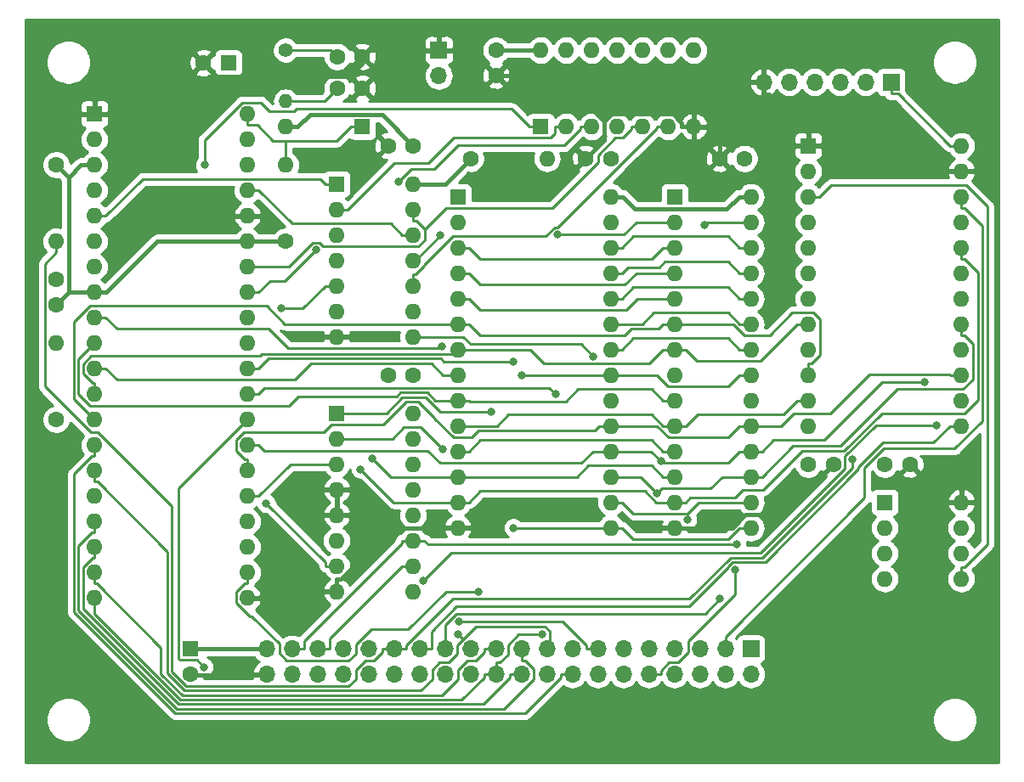
<source format=gtl>
G04 #@! TF.GenerationSoftware,KiCad,Pcbnew,(5.1.2-1)-1*
G04 #@! TF.CreationDate,2019-11-16T12:56:51-08:00*
G04 #@! TF.ProjectId,sbc6802,73626336-3830-4322-9e6b-696361645f70,1.0*
G04 #@! TF.SameCoordinates,Original*
G04 #@! TF.FileFunction,Copper,L1,Top*
G04 #@! TF.FilePolarity,Positive*
%FSLAX46Y46*%
G04 Gerber Fmt 4.6, Leading zero omitted, Abs format (unit mm)*
G04 Created by KiCad (PCBNEW (5.1.2-1)-1) date 2019-11-16 12:56:51*
%MOMM*%
%LPD*%
G04 APERTURE LIST*
%ADD10R,1.700000X1.700000*%
%ADD11O,1.700000X1.700000*%
%ADD12R,1.600000X1.600000*%
%ADD13O,1.600000X1.600000*%
%ADD14C,1.600000*%
%ADD15C,1.400000*%
%ADD16O,1.400000X1.400000*%
%ADD17C,0.800000*%
%ADD18C,0.400000*%
%ADD19C,0.250000*%
%ADD20C,0.254000*%
G04 APERTURE END LIST*
D10*
X191770000Y-69215000D03*
D11*
X189230000Y-69215000D03*
X186690000Y-69215000D03*
X184150000Y-69215000D03*
X181610000Y-69215000D03*
X179070000Y-69215000D03*
D12*
X139065000Y-73660000D03*
D13*
X131445000Y-73660000D03*
D14*
X123230000Y-67310000D03*
D12*
X125730000Y-67310000D03*
D14*
X139065000Y-66675000D03*
X136565000Y-66675000D03*
D10*
X146685000Y-66040000D03*
D11*
X146685000Y-68580000D03*
D13*
X131445000Y-77470000D03*
D14*
X131445000Y-85090000D03*
X108585000Y-102870000D03*
D13*
X108585000Y-95250000D03*
D14*
X149860000Y-76835000D03*
D13*
X157480000Y-76835000D03*
X108585000Y-85090000D03*
D14*
X108585000Y-77470000D03*
D10*
X177800000Y-125730000D03*
D11*
X177800000Y-128270000D03*
X175260000Y-125730000D03*
X175260000Y-128270000D03*
X172720000Y-125730000D03*
X172720000Y-128270000D03*
X170180000Y-125730000D03*
X170180000Y-128270000D03*
X167640000Y-125730000D03*
X167640000Y-128270000D03*
X165100000Y-125730000D03*
X165100000Y-128270000D03*
X162560000Y-125730000D03*
X162560000Y-128270000D03*
X160020000Y-125730000D03*
X160020000Y-128270000D03*
X157480000Y-125730000D03*
X157480000Y-128270000D03*
X154940000Y-125730000D03*
X154940000Y-128270000D03*
X152400000Y-125730000D03*
X152400000Y-128270000D03*
X149860000Y-125730000D03*
X149860000Y-128270000D03*
X147320000Y-125730000D03*
X147320000Y-128270000D03*
X144780000Y-125730000D03*
X144780000Y-128270000D03*
X142240000Y-125730000D03*
X142240000Y-128270000D03*
X139700000Y-125730000D03*
X139700000Y-128270000D03*
X137160000Y-125730000D03*
X137160000Y-128270000D03*
X134620000Y-125730000D03*
X134620000Y-128270000D03*
X132080000Y-125730000D03*
X132080000Y-128270000D03*
X129540000Y-125730000D03*
X129540000Y-128270000D03*
D12*
X112395000Y-72390000D03*
D13*
X127635000Y-120650000D03*
X112395000Y-74930000D03*
X127635000Y-118110000D03*
X112395000Y-77470000D03*
X127635000Y-115570000D03*
X112395000Y-80010000D03*
X127635000Y-113030000D03*
X112395000Y-82550000D03*
X127635000Y-110490000D03*
X112395000Y-85090000D03*
X127635000Y-107950000D03*
X112395000Y-87630000D03*
X127635000Y-105410000D03*
X112395000Y-90170000D03*
X127635000Y-102870000D03*
X112395000Y-92710000D03*
X127635000Y-100330000D03*
X112395000Y-95250000D03*
X127635000Y-97790000D03*
X112395000Y-97790000D03*
X127635000Y-95250000D03*
X112395000Y-100330000D03*
X127635000Y-92710000D03*
X112395000Y-102870000D03*
X127635000Y-90170000D03*
X112395000Y-105410000D03*
X127635000Y-87630000D03*
X112395000Y-107950000D03*
X127635000Y-85090000D03*
X112395000Y-110490000D03*
X127635000Y-82550000D03*
X112395000Y-113030000D03*
X127635000Y-80010000D03*
X112395000Y-115570000D03*
X127635000Y-77470000D03*
X112395000Y-118110000D03*
X127635000Y-74930000D03*
X112395000Y-120650000D03*
X127635000Y-72390000D03*
X156845000Y-66040000D03*
X172085000Y-73660000D03*
X159385000Y-66040000D03*
X169545000Y-73660000D03*
X161925000Y-66040000D03*
X167005000Y-73660000D03*
X164465000Y-66040000D03*
X164465000Y-73660000D03*
X167005000Y-66040000D03*
X161925000Y-73660000D03*
X169545000Y-66040000D03*
X159385000Y-73660000D03*
X172085000Y-66040000D03*
D12*
X156845000Y-73660000D03*
X136525000Y-79375000D03*
D13*
X144145000Y-94615000D03*
X136525000Y-81915000D03*
X144145000Y-92075000D03*
X136525000Y-84455000D03*
X144145000Y-89535000D03*
X136525000Y-86995000D03*
X144145000Y-86995000D03*
X136525000Y-89535000D03*
X144145000Y-84455000D03*
X136525000Y-92075000D03*
X144145000Y-81915000D03*
X136525000Y-94615000D03*
X144145000Y-79375000D03*
D12*
X136525000Y-102235000D03*
D13*
X144145000Y-120015000D03*
X136525000Y-104775000D03*
X144145000Y-117475000D03*
X136525000Y-107315000D03*
X144145000Y-114935000D03*
X136525000Y-109855000D03*
X144145000Y-112395000D03*
X136525000Y-112395000D03*
X144145000Y-109855000D03*
X136525000Y-114935000D03*
X144145000Y-107315000D03*
X136525000Y-117475000D03*
X144145000Y-104775000D03*
X136525000Y-120015000D03*
X144145000Y-102235000D03*
D12*
X148590000Y-80645000D03*
D13*
X163830000Y-113665000D03*
X148590000Y-83185000D03*
X163830000Y-111125000D03*
X148590000Y-85725000D03*
X163830000Y-108585000D03*
X148590000Y-88265000D03*
X163830000Y-106045000D03*
X148590000Y-90805000D03*
X163830000Y-103505000D03*
X148590000Y-93345000D03*
X163830000Y-100965000D03*
X148590000Y-95885000D03*
X163830000Y-98425000D03*
X148590000Y-98425000D03*
X163830000Y-95885000D03*
X148590000Y-100965000D03*
X163830000Y-93345000D03*
X148590000Y-103505000D03*
X163830000Y-90805000D03*
X148590000Y-106045000D03*
X163830000Y-88265000D03*
X148590000Y-108585000D03*
X163830000Y-85725000D03*
X148590000Y-111125000D03*
X163830000Y-83185000D03*
X148590000Y-113665000D03*
X163830000Y-80645000D03*
D12*
X170180000Y-80645000D03*
D13*
X177800000Y-113665000D03*
X170180000Y-83185000D03*
X177800000Y-111125000D03*
X170180000Y-85725000D03*
X177800000Y-108585000D03*
X170180000Y-88265000D03*
X177800000Y-106045000D03*
X170180000Y-90805000D03*
X177800000Y-103505000D03*
X170180000Y-93345000D03*
X177800000Y-100965000D03*
X170180000Y-95885000D03*
X177800000Y-98425000D03*
X170180000Y-98425000D03*
X177800000Y-95885000D03*
X170180000Y-100965000D03*
X177800000Y-93345000D03*
X170180000Y-103505000D03*
X177800000Y-90805000D03*
X170180000Y-106045000D03*
X177800000Y-88265000D03*
X170180000Y-108585000D03*
X177800000Y-85725000D03*
X170180000Y-111125000D03*
X177800000Y-83185000D03*
X170180000Y-113665000D03*
X177800000Y-80645000D03*
D12*
X191135000Y-111125000D03*
D13*
X198755000Y-118745000D03*
X191135000Y-113665000D03*
X198755000Y-116205000D03*
X191135000Y-116205000D03*
X198755000Y-113665000D03*
X191135000Y-118745000D03*
X198755000Y-111125000D03*
D12*
X183515000Y-75565000D03*
D13*
X198755000Y-103505000D03*
X183515000Y-78105000D03*
X198755000Y-100965000D03*
X183515000Y-80645000D03*
X198755000Y-98425000D03*
X183515000Y-83185000D03*
X198755000Y-95885000D03*
X183515000Y-85725000D03*
X198755000Y-93345000D03*
X183515000Y-88265000D03*
X198755000Y-90805000D03*
X183515000Y-90805000D03*
X198755000Y-88265000D03*
X183515000Y-93345000D03*
X198755000Y-85725000D03*
X183515000Y-95885000D03*
X198755000Y-83185000D03*
X183515000Y-98425000D03*
X198755000Y-80645000D03*
X183515000Y-100965000D03*
X198755000Y-78105000D03*
X183515000Y-103505000D03*
X198755000Y-75565000D03*
D15*
X131445000Y-66040000D03*
D16*
X131445000Y-71120000D03*
D14*
X191135000Y-107315000D03*
X193635000Y-107315000D03*
X174665000Y-76835000D03*
X177165000Y-76835000D03*
X186015000Y-107315000D03*
X183515000Y-107315000D03*
X136565000Y-69850000D03*
X139065000Y-69850000D03*
X108585000Y-88900000D03*
X108585000Y-91400000D03*
X152400000Y-66040000D03*
X152400000Y-68540000D03*
D12*
X121920000Y-125730000D03*
D14*
X121920000Y-128230000D03*
X141645000Y-75565000D03*
X144145000Y-75565000D03*
X144145000Y-98425000D03*
X141645000Y-98425000D03*
X163830000Y-76835000D03*
X161330000Y-76835000D03*
D17*
X146854000Y-84496100D03*
X162080900Y-96561000D03*
X173187000Y-83456700D03*
X134477000Y-85952400D03*
X140038100Y-106718100D03*
X138898000Y-107824600D03*
X154122100Y-97067300D03*
X154122100Y-113665000D03*
X171464500Y-112860700D03*
X158312500Y-100341500D03*
X168464300Y-110207100D03*
X123287900Y-127552000D03*
X195128300Y-99127300D03*
X168815300Y-107009300D03*
X176255100Y-117817500D03*
X146973900Y-95580700D03*
X148705600Y-123058300D03*
X148617200Y-124249000D03*
X154945300Y-98425000D03*
X156970400Y-124273500D03*
X158543200Y-84448900D03*
X150631100Y-120016500D03*
X151949600Y-102122300D03*
X147084300Y-105868100D03*
X174708100Y-120764500D03*
X123365000Y-77490900D03*
X145176300Y-118920700D03*
X196293900Y-103429400D03*
X187903500Y-106834500D03*
X130996700Y-91809700D03*
X129505100Y-111234800D03*
X176374800Y-115302800D03*
X142716700Y-79152900D03*
D18*
X174665000Y-73660000D02*
X175875300Y-73660000D01*
X175875300Y-73660000D02*
X179070000Y-70465300D01*
X174665000Y-73660000D02*
X174665000Y-76835000D01*
X173285300Y-73660000D02*
X174665000Y-73660000D01*
X179070000Y-69215000D02*
X179070000Y-70465300D01*
X183515000Y-75565000D02*
X183515000Y-74364700D01*
X183515000Y-74364700D02*
X179615600Y-70465300D01*
X179615600Y-70465300D02*
X179070000Y-70465300D01*
X197554700Y-78105000D02*
X195014700Y-75565000D01*
X195014700Y-75565000D02*
X183515000Y-75565000D01*
X198755000Y-111125000D02*
X197554700Y-111125000D01*
X193635000Y-107315000D02*
X193744700Y-107315000D01*
X193744700Y-107315000D02*
X197554700Y-111125000D01*
X152400000Y-68540000D02*
X149900000Y-66040000D01*
X149900000Y-66040000D02*
X146685000Y-66040000D01*
X163195000Y-73165600D02*
X158569400Y-68540000D01*
X158569400Y-68540000D02*
X152400000Y-68540000D01*
X138995300Y-113665000D02*
X148590000Y-113665000D01*
X137725300Y-112395000D02*
X138995300Y-113665000D01*
X138995300Y-113665000D02*
X138995300Y-116739300D01*
X138995300Y-116739300D02*
X136919900Y-118814700D01*
X136919900Y-118814700D02*
X136525000Y-118814700D01*
X136525000Y-120015000D02*
X136525000Y-118814700D01*
X136525000Y-112395000D02*
X137725300Y-112395000D01*
X186015000Y-107315000D02*
X181004600Y-112325400D01*
X181004600Y-112325400D02*
X177271300Y-112325400D01*
X177271300Y-112325400D02*
X175931700Y-113665000D01*
X175931700Y-113665000D02*
X170180000Y-113665000D01*
X121920000Y-128230000D02*
X122042300Y-128352300D01*
X122042300Y-128352300D02*
X128207400Y-128352300D01*
X128207400Y-128352300D02*
X128289700Y-128270000D01*
X129540000Y-128270000D02*
X128289700Y-128270000D01*
X172085000Y-73660000D02*
X173285300Y-73660000D01*
X163195000Y-73165600D02*
X163960300Y-72400300D01*
X163960300Y-72400300D02*
X169998000Y-72400300D01*
X169998000Y-72400300D02*
X170884700Y-73287000D01*
X170884700Y-73287000D02*
X170884700Y-73660000D01*
X161330000Y-76835000D02*
X163195000Y-74970000D01*
X163195000Y-74970000D02*
X163195000Y-73165600D01*
X139065000Y-66675000D02*
X139065000Y-67409600D01*
X139065000Y-67409600D02*
X137844800Y-68629800D01*
X146685000Y-66040000D02*
X139700000Y-66040000D01*
X139700000Y-66040000D02*
X139065000Y-66675000D01*
X137844800Y-68629800D02*
X124549800Y-68629800D01*
X124549800Y-68629800D02*
X123230000Y-67310000D01*
X139065000Y-69850000D02*
X137844800Y-68629800D01*
X198755000Y-78105000D02*
X197554700Y-78105000D01*
X172085000Y-73660000D02*
X170884700Y-73660000D01*
X128835300Y-120650000D02*
X129470300Y-120015000D01*
X129470300Y-120015000D02*
X136525000Y-120015000D01*
X127635000Y-120650000D02*
X128835300Y-120650000D01*
D19*
X131445000Y-75099500D02*
X136500200Y-75099500D01*
X136500200Y-75099500D02*
X137939700Y-73660000D01*
X127635000Y-73515300D02*
X128615600Y-73515300D01*
X128615600Y-73515300D02*
X130199800Y-75099500D01*
X130199800Y-75099500D02*
X131445000Y-75099500D01*
X131445000Y-75099500D02*
X131445000Y-76344700D01*
X139065000Y-73660000D02*
X137939700Y-73660000D01*
X131445000Y-77470000D02*
X131445000Y-76344700D01*
X127635000Y-72390000D02*
X127635000Y-73515300D01*
X131445000Y-66040000D02*
X135930000Y-66040000D01*
X135930000Y-66040000D02*
X136565000Y-66675000D01*
X131445000Y-71120000D02*
X135295000Y-71120000D01*
X135295000Y-71120000D02*
X136565000Y-69850000D01*
D18*
X109815000Y-78700000D02*
X108585000Y-77470000D01*
X109815000Y-90170000D02*
X109815000Y-78700000D01*
X112395000Y-77470000D02*
X111045000Y-77470000D01*
X111045000Y-77470000D02*
X109815000Y-78700000D01*
X109815000Y-90170000D02*
X108585000Y-91400000D01*
X112395000Y-90170000D02*
X109815000Y-90170000D01*
X129540000Y-125730000D02*
X128289700Y-125730000D01*
X121920000Y-125730000D02*
X123120300Y-125730000D01*
X123120300Y-125730000D02*
X128289700Y-125730000D01*
X176599700Y-80645000D02*
X175399300Y-81845400D01*
X175399300Y-81845400D02*
X166230700Y-81845400D01*
X166230700Y-81845400D02*
X165030300Y-80645000D01*
X149860000Y-76835000D02*
X147320000Y-79375000D01*
X147320000Y-79375000D02*
X144145000Y-79375000D01*
X131445000Y-73660000D02*
X132645300Y-73660000D01*
X144145000Y-75565000D02*
X141039600Y-72459600D01*
X141039600Y-72459600D02*
X133845700Y-72459600D01*
X133845700Y-72459600D02*
X132645300Y-73660000D01*
X177800000Y-80645000D02*
X176599700Y-80645000D01*
X163830000Y-80645000D02*
X165030300Y-80645000D01*
X112395000Y-90170000D02*
X113595300Y-90170000D01*
X127635000Y-85090000D02*
X118675300Y-85090000D01*
X118675300Y-85090000D02*
X113595300Y-90170000D01*
X131445000Y-85090000D02*
X127635000Y-85090000D01*
X156845000Y-66040000D02*
X152400000Y-66040000D01*
D19*
X177800000Y-95885000D02*
X176674700Y-95885000D01*
X164955300Y-95885000D02*
X166080600Y-94759700D01*
X166080600Y-94759700D02*
X175549400Y-94759700D01*
X175549400Y-94759700D02*
X176674700Y-95885000D01*
X163830000Y-95885000D02*
X164955300Y-95885000D01*
X146854000Y-84496100D02*
X144355100Y-86995000D01*
X144355100Y-86995000D02*
X144145000Y-86995000D01*
X144145000Y-94615000D02*
X149120200Y-94615000D01*
X149120200Y-94615000D02*
X149858300Y-95353100D01*
X149858300Y-95353100D02*
X160873000Y-95353100D01*
X160873000Y-95353100D02*
X162080900Y-96561000D01*
X177800000Y-83185000D02*
X173458700Y-83185000D01*
X173458700Y-83185000D02*
X173187000Y-83456700D01*
X175260000Y-124554700D02*
X189120800Y-110693900D01*
X189120800Y-110693900D02*
X189120800Y-107709300D01*
X189120800Y-107709300D02*
X191072400Y-105757700D01*
X191072400Y-105757700D02*
X198095700Y-105757700D01*
X198095700Y-105757700D02*
X200851200Y-103002200D01*
X200851200Y-103002200D02*
X200851200Y-83585200D01*
X200851200Y-83585200D02*
X199036300Y-81770300D01*
X199036300Y-81770300D02*
X198755000Y-81770300D01*
X148590000Y-106045000D02*
X149715300Y-106045000D01*
X127635000Y-90170000D02*
X128760300Y-90170000D01*
X134477000Y-85952400D02*
X131384700Y-89044700D01*
X131384700Y-89044700D02*
X129885600Y-89044700D01*
X129885600Y-89044700D02*
X128760300Y-90170000D01*
X169054700Y-106045000D02*
X167929400Y-104919700D01*
X167929400Y-104919700D02*
X150840600Y-104919700D01*
X150840600Y-104919700D02*
X149715300Y-106045000D01*
X175260000Y-125730000D02*
X175260000Y-124554700D01*
X198755000Y-80645000D02*
X198755000Y-81770300D01*
X170180000Y-106045000D02*
X169054700Y-106045000D01*
X170180000Y-108585000D02*
X169054700Y-108585000D01*
X148590000Y-108585000D02*
X160483000Y-108585000D01*
X160483000Y-108585000D02*
X161608300Y-107459700D01*
X161608300Y-107459700D02*
X167929400Y-107459700D01*
X167929400Y-107459700D02*
X169054700Y-108585000D01*
X148590000Y-108585000D02*
X141905000Y-108585000D01*
X141905000Y-108585000D02*
X140038100Y-106718100D01*
X149715300Y-111125000D02*
X150840600Y-109999700D01*
X150840600Y-109999700D02*
X167231200Y-109999700D01*
X167231200Y-109999700D02*
X168356500Y-111125000D01*
X168356500Y-111125000D02*
X169054700Y-111125000D01*
X170180000Y-111125000D02*
X169054700Y-111125000D01*
X171305300Y-111125000D02*
X171771600Y-110658700D01*
X171771600Y-110658700D02*
X176176600Y-110658700D01*
X176176600Y-110658700D02*
X176980300Y-109855000D01*
X176980300Y-109855000D02*
X179033000Y-109855000D01*
X179033000Y-109855000D02*
X182897100Y-105990900D01*
X182897100Y-105990900D02*
X187084500Y-105990900D01*
X187084500Y-105990900D02*
X190840400Y-102235000D01*
X190840400Y-102235000D02*
X199099000Y-102235000D01*
X199099000Y-102235000D02*
X200400800Y-100933200D01*
X200400800Y-100933200D02*
X200400800Y-88214800D01*
X200400800Y-88214800D02*
X199036300Y-86850300D01*
X199036300Y-86850300D02*
X198755000Y-86850300D01*
X170180000Y-111125000D02*
X171305300Y-111125000D01*
X198755000Y-85725000D02*
X198755000Y-86850300D01*
X148590000Y-111125000D02*
X149715300Y-111125000D01*
X148590000Y-111125000D02*
X142198400Y-111125000D01*
X142198400Y-111125000D02*
X138898000Y-107824600D01*
X128760300Y-97790000D02*
X129753500Y-96796800D01*
X129753500Y-96796800D02*
X146903300Y-96796800D01*
X146903300Y-96796800D02*
X147173800Y-97067300D01*
X147173800Y-97067300D02*
X154122100Y-97067300D01*
X163830000Y-113665000D02*
X154122100Y-113665000D01*
X163830000Y-113665000D02*
X164955300Y-113665000D01*
X177800000Y-113665000D02*
X176674700Y-113665000D01*
X176674700Y-113665000D02*
X175549400Y-114790300D01*
X175549400Y-114790300D02*
X166080600Y-114790300D01*
X166080600Y-114790300D02*
X164955300Y-113665000D01*
X127635000Y-97790000D02*
X128760300Y-97790000D01*
X158312500Y-100341500D02*
X157715300Y-99744300D01*
X157715300Y-99744300D02*
X129346000Y-99744300D01*
X129346000Y-99744300D02*
X128760300Y-100330000D01*
X171464500Y-112250300D02*
X166080600Y-112250300D01*
X166080600Y-112250300D02*
X164955300Y-111125000D01*
X177800000Y-111125000D02*
X172589800Y-111125000D01*
X172589800Y-111125000D02*
X171464500Y-112250300D01*
X171464500Y-112250300D02*
X171464500Y-112860700D01*
X163830000Y-111125000D02*
X164955300Y-111125000D01*
X127635000Y-100330000D02*
X128760300Y-100330000D01*
X178925300Y-108585000D02*
X181979100Y-105531200D01*
X181979100Y-105531200D02*
X186742800Y-105531200D01*
X186742800Y-105531200D02*
X192421400Y-99852600D01*
X192421400Y-99852600D02*
X195428800Y-99852600D01*
X195428800Y-99852600D02*
X195451700Y-99829700D01*
X195451700Y-99829700D02*
X198942100Y-99829700D01*
X198942100Y-99829700D02*
X199918700Y-98853100D01*
X199918700Y-98853100D02*
X199918700Y-95352700D01*
X199918700Y-95352700D02*
X199036300Y-94470300D01*
X199036300Y-94470300D02*
X198755000Y-94470300D01*
X168464300Y-110207100D02*
X166842200Y-108585000D01*
X166842200Y-108585000D02*
X163830000Y-108585000D01*
X177800000Y-108585000D02*
X174917800Y-108585000D01*
X174917800Y-108585000D02*
X173784600Y-109718200D01*
X173784600Y-109718200D02*
X168953200Y-109718200D01*
X168953200Y-109718200D02*
X168464300Y-110207100D01*
X178362700Y-108585000D02*
X177800000Y-108585000D01*
X178362700Y-108585000D02*
X178925300Y-108585000D01*
X198755000Y-93345000D02*
X198755000Y-94470300D01*
X123287900Y-127552000D02*
X122591300Y-126855400D01*
X122591300Y-126855400D02*
X120906900Y-126855400D01*
X120906900Y-126855400D02*
X120794600Y-126743100D01*
X120794600Y-126743100D02*
X120794600Y-109710400D01*
X120794600Y-109710400D02*
X127635000Y-102870000D01*
X177800000Y-106045000D02*
X178925300Y-106045000D01*
X195128300Y-99127300D02*
X190904000Y-99127300D01*
X190904000Y-99127300D02*
X185111600Y-104919700D01*
X185111600Y-104919700D02*
X180050600Y-104919700D01*
X180050600Y-104919700D02*
X178925300Y-106045000D01*
X168815300Y-107009300D02*
X167851000Y-106045000D01*
X167851000Y-106045000D02*
X163830000Y-106045000D01*
X176674700Y-106045000D02*
X175541500Y-107178200D01*
X175541500Y-107178200D02*
X168984200Y-107178200D01*
X168984200Y-107178200D02*
X168815300Y-107009300D01*
X177800000Y-106045000D02*
X176674700Y-106045000D01*
X162704700Y-106045000D02*
X162067900Y-106045000D01*
X162067900Y-106045000D02*
X160903800Y-107209100D01*
X160903800Y-107209100D02*
X146799300Y-107209100D01*
X146799300Y-107209100D02*
X145556400Y-105966200D01*
X145556400Y-105966200D02*
X129316500Y-105966200D01*
X129316500Y-105966200D02*
X128760300Y-105410000D01*
X127635000Y-105410000D02*
X128760300Y-105410000D01*
X163830000Y-106045000D02*
X162704700Y-106045000D01*
X163830000Y-103505000D02*
X162704700Y-103505000D01*
X162704700Y-103505000D02*
X162254300Y-103955400D01*
X162254300Y-103955400D02*
X150674900Y-103955400D01*
X150674900Y-103955400D02*
X149957500Y-104672800D01*
X149957500Y-104672800D02*
X148164900Y-104672800D01*
X148164900Y-104672800D02*
X146239600Y-102747500D01*
X146239600Y-102747500D02*
X146239600Y-102669400D01*
X146239600Y-102669400D02*
X144665400Y-101095200D01*
X144665400Y-101095200D02*
X143470000Y-101095200D01*
X143470000Y-101095200D02*
X141204800Y-103360400D01*
X141204800Y-103360400D02*
X136034600Y-103360400D01*
X136034600Y-103360400D02*
X135255000Y-104140000D01*
X135255000Y-104140000D02*
X127265900Y-104140000D01*
X127265900Y-104140000D02*
X126509700Y-104896200D01*
X126509700Y-104896200D02*
X126509700Y-105980800D01*
X126509700Y-105980800D02*
X127353600Y-106824700D01*
X127353600Y-106824700D02*
X127635000Y-106824700D01*
X176674700Y-103505000D02*
X175513600Y-104666100D01*
X175513600Y-104666100D02*
X169578900Y-104666100D01*
X169578900Y-104666100D02*
X168417800Y-103505000D01*
X168417800Y-103505000D02*
X163830000Y-103505000D01*
X127635000Y-107950000D02*
X127635000Y-106824700D01*
X198755000Y-98425000D02*
X197629700Y-98425000D01*
X197629700Y-98425000D02*
X197606700Y-98402000D01*
X197606700Y-98402000D02*
X189556300Y-98402000D01*
X189556300Y-98402000D02*
X185723300Y-102235000D01*
X185723300Y-102235000D02*
X182098400Y-102235000D01*
X182098400Y-102235000D02*
X180828400Y-103505000D01*
X180828400Y-103505000D02*
X177800000Y-103505000D01*
X167640000Y-128270000D02*
X168815300Y-128270000D01*
X176255100Y-117817500D02*
X176255100Y-120282300D01*
X176255100Y-120282300D02*
X171544600Y-124992800D01*
X171544600Y-124992800D02*
X171544600Y-126081900D01*
X171544600Y-126081900D02*
X170531800Y-127094700D01*
X170531800Y-127094700D02*
X169623200Y-127094700D01*
X169623200Y-127094700D02*
X168815300Y-127902600D01*
X168815300Y-127902600D02*
X168815300Y-128270000D01*
X177800000Y-103505000D02*
X176674700Y-103505000D01*
X182389700Y-100965000D02*
X181029500Y-102325200D01*
X181029500Y-102325200D02*
X172485000Y-102325200D01*
X172485000Y-102325200D02*
X172485000Y-102325300D01*
X172485000Y-102325300D02*
X171305300Y-103505000D01*
X149715300Y-103505000D02*
X152475200Y-103505000D01*
X152475200Y-103505000D02*
X153614800Y-102365400D01*
X153614800Y-102365400D02*
X167915100Y-102365400D01*
X167915100Y-102365400D02*
X169054700Y-103505000D01*
X146973900Y-95580700D02*
X146772200Y-95782400D01*
X146772200Y-95782400D02*
X131682600Y-95782400D01*
X131682600Y-95782400D02*
X129735500Y-93835300D01*
X129735500Y-93835300D02*
X114645600Y-93835300D01*
X114645600Y-93835300D02*
X113520300Y-92710000D01*
X112395000Y-92710000D02*
X113520300Y-92710000D01*
X170180000Y-103505000D02*
X171305300Y-103505000D01*
X183515000Y-100965000D02*
X182389700Y-100965000D01*
X170180000Y-103505000D02*
X169054700Y-103505000D01*
X148590000Y-103505000D02*
X149715300Y-103505000D01*
X147464700Y-100965000D02*
X146356100Y-100965000D01*
X146356100Y-100965000D02*
X145585700Y-100194600D01*
X145585700Y-100194600D02*
X142871500Y-100194600D01*
X142871500Y-100194600D02*
X142486300Y-100579800D01*
X142486300Y-100579800D02*
X132705100Y-100579800D01*
X132705100Y-100579800D02*
X131775900Y-101509000D01*
X131775900Y-101509000D02*
X111951500Y-101509000D01*
X111951500Y-101509000D02*
X110795700Y-100353200D01*
X110795700Y-100353200D02*
X110795700Y-96849300D01*
X110795700Y-96849300D02*
X112395000Y-95250000D01*
X169054700Y-100965000D02*
X167929400Y-99839700D01*
X167929400Y-99839700D02*
X160566200Y-99839700D01*
X160566200Y-99839700D02*
X159329000Y-101076900D01*
X159329000Y-101076900D02*
X149827200Y-101076900D01*
X149827200Y-101076900D02*
X149715300Y-100965000D01*
X148590000Y-100965000D02*
X147464700Y-100965000D01*
X149293400Y-100965000D02*
X148590000Y-100965000D01*
X149293400Y-100965000D02*
X149715300Y-100965000D01*
X170180000Y-100965000D02*
X169054700Y-100965000D01*
X162560000Y-125730000D02*
X161384700Y-125730000D01*
X161384700Y-125730000D02*
X161384700Y-125362700D01*
X161384700Y-125362700D02*
X158997300Y-122975300D01*
X158997300Y-122975300D02*
X148788600Y-122975300D01*
X148788600Y-122975300D02*
X148705600Y-123058300D01*
X112395000Y-97790000D02*
X113520300Y-97790000D01*
X148590000Y-98425000D02*
X147124300Y-98425000D01*
X147124300Y-98425000D02*
X145997400Y-97298100D01*
X145997400Y-97298100D02*
X133946000Y-97298100D01*
X133946000Y-97298100D02*
X132328800Y-98915300D01*
X132328800Y-98915300D02*
X114645600Y-98915300D01*
X114645600Y-98915300D02*
X113520300Y-97790000D01*
X170180000Y-95885000D02*
X171305300Y-95885000D01*
X183515000Y-93345000D02*
X182389700Y-93345000D01*
X182389700Y-93345000D02*
X178724400Y-97010300D01*
X178724400Y-97010300D02*
X172430600Y-97010300D01*
X172430600Y-97010300D02*
X171305300Y-95885000D01*
X170180000Y-95885000D02*
X169054700Y-95885000D01*
X169054700Y-95885000D02*
X167653300Y-97286400D01*
X167653300Y-97286400D02*
X157199300Y-97286400D01*
X157199300Y-97286400D02*
X155797900Y-95885000D01*
X155797900Y-95885000D02*
X148590000Y-95885000D01*
X112395000Y-99204700D02*
X112190300Y-99204700D01*
X112190300Y-99204700D02*
X111246000Y-98260400D01*
X111246000Y-98260400D02*
X111246000Y-97333800D01*
X111246000Y-97333800D02*
X112059800Y-96520000D01*
X112059800Y-96520000D02*
X128900300Y-96520000D01*
X128900300Y-96520000D02*
X129085000Y-96335300D01*
X129085000Y-96335300D02*
X148139700Y-96335300D01*
X148139700Y-96335300D02*
X148590000Y-95885000D01*
X112395000Y-100330000D02*
X112395000Y-99204700D01*
X183515000Y-98425000D02*
X183515000Y-97299700D01*
X183515000Y-97299700D02*
X183796300Y-97299700D01*
X183796300Y-97299700D02*
X184661200Y-96434800D01*
X184661200Y-96434800D02*
X184661200Y-92850300D01*
X184661200Y-92850300D02*
X184028800Y-92217900D01*
X184028800Y-92217900D02*
X181924600Y-92217900D01*
X181924600Y-92217900D02*
X179664300Y-94478200D01*
X179664300Y-94478200D02*
X177171000Y-94478200D01*
X177171000Y-94478200D02*
X176037800Y-93345000D01*
X176037800Y-93345000D02*
X170180000Y-93345000D01*
X148590000Y-93345000D02*
X149715300Y-93345000D01*
X170180000Y-93345000D02*
X169054700Y-93345000D01*
X169054700Y-93345000D02*
X168604300Y-93795400D01*
X168604300Y-93795400D02*
X165914900Y-93795400D01*
X165914900Y-93795400D02*
X165240000Y-94470300D01*
X165240000Y-94470300D02*
X150840600Y-94470300D01*
X150840600Y-94470300D02*
X149715300Y-93345000D01*
X112395000Y-102870000D02*
X110345300Y-100820300D01*
X110345300Y-100820300D02*
X110345300Y-93165400D01*
X110345300Y-93165400D02*
X111970600Y-91540100D01*
X111970600Y-91540100D02*
X129579300Y-91540100D01*
X129579300Y-91540100D02*
X131384200Y-93345000D01*
X131384200Y-93345000D02*
X148590000Y-93345000D01*
X148590000Y-90805000D02*
X149715300Y-90805000D01*
X170180000Y-90805000D02*
X166514900Y-90805000D01*
X166514900Y-90805000D02*
X165389600Y-91930300D01*
X165389600Y-91930300D02*
X150840600Y-91930300D01*
X150840600Y-91930300D02*
X149715300Y-90805000D01*
X112395000Y-106535300D02*
X112113700Y-106535300D01*
X112113700Y-106535300D02*
X110339000Y-108310000D01*
X110339000Y-108310000D02*
X110339000Y-122089900D01*
X110339000Y-122089900D02*
X120396800Y-132147700D01*
X120396800Y-132147700D02*
X155334300Y-132147700D01*
X155334300Y-132147700D02*
X158844700Y-128637300D01*
X158844700Y-128637300D02*
X158844700Y-128270000D01*
X112395000Y-105410000D02*
X112395000Y-106535300D01*
X160020000Y-128270000D02*
X158844700Y-128270000D01*
X148590000Y-88265000D02*
X149715300Y-88265000D01*
X170180000Y-88265000D02*
X166365300Y-88265000D01*
X166365300Y-88265000D02*
X165240000Y-89390300D01*
X165240000Y-89390300D02*
X150840600Y-89390300D01*
X150840600Y-89390300D02*
X149715300Y-88265000D01*
X149141400Y-124773100D02*
X150417600Y-123496900D01*
X150417600Y-123496900D02*
X157293900Y-123496900D01*
X157293900Y-123496900D02*
X157738100Y-123941100D01*
X157738100Y-123941100D02*
X157738100Y-125471900D01*
X157738100Y-125471900D02*
X157480000Y-125730000D01*
X112395000Y-109075300D02*
X112676300Y-109075300D01*
X112676300Y-109075300D02*
X119632500Y-116031500D01*
X119632500Y-116031500D02*
X119632500Y-128198900D01*
X119632500Y-128198900D02*
X121329800Y-129896200D01*
X121329800Y-129896200D02*
X144896500Y-129896200D01*
X144896500Y-129896200D02*
X146050000Y-128742700D01*
X146050000Y-128742700D02*
X146050000Y-127839000D01*
X146050000Y-127839000D02*
X146794400Y-127094600D01*
X146794400Y-127094600D02*
X147656400Y-127094600D01*
X147656400Y-127094600D02*
X148495400Y-126255600D01*
X148495400Y-126255600D02*
X148495400Y-125419100D01*
X148495400Y-125419100D02*
X149141400Y-124773100D01*
X148617200Y-124249000D02*
X149141400Y-124773100D01*
X112395000Y-107950000D02*
X112395000Y-109075300D01*
X169054700Y-85725000D02*
X167929400Y-86850300D01*
X167929400Y-86850300D02*
X150840600Y-86850300D01*
X150840600Y-86850300D02*
X149715300Y-85725000D01*
X148590000Y-85725000D02*
X149715300Y-85725000D01*
X170180000Y-85725000D02*
X169054700Y-85725000D01*
X163830000Y-88265000D02*
X164955300Y-88265000D01*
X177800000Y-88265000D02*
X176674700Y-88265000D01*
X176674700Y-88265000D02*
X175538400Y-87128700D01*
X175538400Y-87128700D02*
X169226600Y-87128700D01*
X169226600Y-87128700D02*
X168659900Y-87695400D01*
X168659900Y-87695400D02*
X165524900Y-87695400D01*
X165524900Y-87695400D02*
X164955300Y-88265000D01*
X112395000Y-114155300D02*
X112113700Y-114155300D01*
X112113700Y-114155300D02*
X110798700Y-115470300D01*
X110798700Y-115470300D02*
X110798700Y-121912700D01*
X110798700Y-121912700D02*
X120583400Y-131697400D01*
X120583400Y-131697400D02*
X153219700Y-131697400D01*
X153219700Y-131697400D02*
X156120100Y-128797000D01*
X156120100Y-128797000D02*
X156120100Y-127718100D01*
X156120100Y-127718100D02*
X155307300Y-126905300D01*
X155307300Y-126905300D02*
X154940000Y-126905300D01*
X112395000Y-113030000D02*
X112395000Y-114155300D01*
X154940000Y-125730000D02*
X154940000Y-126905300D01*
X112395000Y-116695300D02*
X112191800Y-116695300D01*
X112191800Y-116695300D02*
X111249000Y-117638100D01*
X111249000Y-117638100D02*
X111249000Y-121726100D01*
X111249000Y-121726100D02*
X120770000Y-131247100D01*
X120770000Y-131247100D02*
X151155000Y-131247100D01*
X151155000Y-131247100D02*
X153764700Y-128637400D01*
X153764700Y-128637400D02*
X153764700Y-128270000D01*
X112395000Y-115570000D02*
X112395000Y-116695300D01*
X154940000Y-128270000D02*
X153764700Y-128270000D01*
X163830000Y-90805000D02*
X164955300Y-90805000D01*
X177800000Y-90805000D02*
X176674700Y-90805000D01*
X176674700Y-90805000D02*
X175549400Y-89679700D01*
X175549400Y-89679700D02*
X166080600Y-89679700D01*
X166080600Y-89679700D02*
X164955300Y-90805000D01*
X162704700Y-98425000D02*
X154945300Y-98425000D01*
X177800000Y-98425000D02*
X176674700Y-98425000D01*
X176674700Y-98425000D02*
X175541500Y-99558200D01*
X175541500Y-99558200D02*
X169551000Y-99558200D01*
X169551000Y-99558200D02*
X168417800Y-98425000D01*
X168417800Y-98425000D02*
X163830000Y-98425000D01*
X112395000Y-119235300D02*
X112599600Y-119235300D01*
X112599600Y-119235300D02*
X119023000Y-125658700D01*
X119023000Y-125658700D02*
X119023000Y-128226300D01*
X119023000Y-128226300D02*
X121143200Y-130346500D01*
X121143200Y-130346500D02*
X147002200Y-130346500D01*
X147002200Y-130346500D02*
X148590000Y-128758700D01*
X148590000Y-128758700D02*
X148590000Y-127875700D01*
X148590000Y-127875700D02*
X149560400Y-126905300D01*
X149560400Y-126905300D02*
X150416800Y-126905300D01*
X150416800Y-126905300D02*
X151224700Y-126097400D01*
X151224700Y-126097400D02*
X151224700Y-125730000D01*
X112395000Y-118110000D02*
X112395000Y-119235300D01*
X152400000Y-125730000D02*
X151224700Y-125730000D01*
X163830000Y-98425000D02*
X162704700Y-98425000D01*
X163830000Y-93345000D02*
X166958300Y-93345000D01*
X166958300Y-93345000D02*
X168091500Y-92211800D01*
X168091500Y-92211800D02*
X175541500Y-92211800D01*
X175541500Y-92211800D02*
X176674700Y-93345000D01*
X112395000Y-120650000D02*
X112395000Y-122235200D01*
X112395000Y-122235200D02*
X120956600Y-130796800D01*
X120956600Y-130796800D02*
X148995500Y-130796800D01*
X148995500Y-130796800D02*
X151224700Y-128567600D01*
X151224700Y-128567600D02*
X151224700Y-128270000D01*
X152400000Y-128270000D02*
X152400000Y-127094700D01*
X156970400Y-124273500D02*
X154655800Y-124273500D01*
X154655800Y-124273500D02*
X153575300Y-125354000D01*
X153575300Y-125354000D02*
X153575300Y-126286800D01*
X153575300Y-126286800D02*
X152767400Y-127094700D01*
X152767400Y-127094700D02*
X152400000Y-127094700D01*
X177800000Y-93345000D02*
X176674700Y-93345000D01*
X152400000Y-128270000D02*
X151224700Y-128270000D01*
X127635000Y-119235300D02*
X127353600Y-119235300D01*
X127353600Y-119235300D02*
X126509700Y-120079200D01*
X126509700Y-120079200D02*
X126509700Y-121147000D01*
X126509700Y-121147000D02*
X127840200Y-122477500D01*
X127840200Y-122477500D02*
X128030200Y-122477500D01*
X128030200Y-122477500D02*
X130810000Y-125257300D01*
X130810000Y-125257300D02*
X130810000Y-126161000D01*
X130810000Y-126161000D02*
X131554400Y-126905400D01*
X131554400Y-126905400D02*
X137723200Y-126905400D01*
X137723200Y-126905400D02*
X138417900Y-126210700D01*
X138417900Y-126210700D02*
X138417900Y-125317500D01*
X138417900Y-125317500D02*
X139941100Y-123794300D01*
X139941100Y-123794300D02*
X143615300Y-123794300D01*
X143615300Y-123794300D02*
X147393100Y-120016500D01*
X147393100Y-120016500D02*
X150631100Y-120016500D01*
X170180000Y-83185000D02*
X166365300Y-83185000D01*
X166365300Y-83185000D02*
X165101400Y-84448900D01*
X165101400Y-84448900D02*
X158543200Y-84448900D01*
X127635000Y-118110000D02*
X127635000Y-119235300D01*
X151949600Y-102122300D02*
X146876500Y-102122300D01*
X146876500Y-102122300D02*
X145399100Y-100644900D01*
X145399100Y-100644900D02*
X143058100Y-100644900D01*
X143058100Y-100644900D02*
X141468000Y-102235000D01*
X141468000Y-102235000D02*
X137650300Y-102235000D01*
X136525000Y-102235000D02*
X137650300Y-102235000D01*
X177800000Y-85725000D02*
X176674700Y-85725000D01*
X163830000Y-85725000D02*
X164955300Y-85725000D01*
X164955300Y-85725000D02*
X166080600Y-84599700D01*
X166080600Y-84599700D02*
X175549400Y-84599700D01*
X175549400Y-84599700D02*
X176674700Y-85725000D01*
X174708100Y-120764500D02*
X173253800Y-122218800D01*
X173253800Y-122218800D02*
X148485300Y-122218800D01*
X148485300Y-122218800D02*
X147320000Y-123384100D01*
X147320000Y-123384100D02*
X147320000Y-124554700D01*
X147084300Y-105868100D02*
X144854900Y-103638700D01*
X144854900Y-103638700D02*
X143191700Y-103638700D01*
X143191700Y-103638700D02*
X142055400Y-104775000D01*
X142055400Y-104775000D02*
X136525000Y-104775000D01*
X147320000Y-125730000D02*
X147320000Y-124554700D01*
X128197700Y-110490000D02*
X127635000Y-110490000D01*
X135399700Y-107315000D02*
X131935300Y-107315000D01*
X131935300Y-107315000D02*
X128760300Y-110490000D01*
X156845000Y-73660000D02*
X155719700Y-73660000D01*
X123365000Y-77490900D02*
X123365000Y-74988500D01*
X123365000Y-74988500D02*
X127088900Y-71264600D01*
X127088900Y-71264600D02*
X128931400Y-71264600D01*
X128931400Y-71264600D02*
X129826300Y-72159500D01*
X129826300Y-72159500D02*
X132245100Y-72159500D01*
X132245100Y-72159500D02*
X132493000Y-71911600D01*
X132493000Y-71911600D02*
X153971300Y-71911600D01*
X153971300Y-71911600D02*
X155719700Y-73660000D01*
X128197700Y-110490000D02*
X128760300Y-110490000D01*
X136525000Y-107315000D02*
X135399700Y-107315000D01*
X197629700Y-103505000D02*
X195957100Y-105177600D01*
X195957100Y-105177600D02*
X190936100Y-105177600D01*
X190936100Y-105177600D02*
X188511200Y-107602500D01*
X188511200Y-107602500D02*
X188511200Y-107815200D01*
X188511200Y-107815200D02*
X179234200Y-117092200D01*
X179234200Y-117092200D02*
X175954700Y-117092200D01*
X175954700Y-117092200D02*
X175529800Y-117517100D01*
X175529800Y-117517100D02*
X175529800Y-117633400D01*
X175529800Y-117633400D02*
X171658300Y-121504900D01*
X171658300Y-121504900D02*
X148468500Y-121504900D01*
X148468500Y-121504900D02*
X145955300Y-124018100D01*
X145955300Y-124018100D02*
X145955300Y-125730000D01*
X145301000Y-83915000D02*
X145301000Y-84959600D01*
X145301000Y-84959600D02*
X144661800Y-85598800D01*
X144661800Y-85598800D02*
X135149200Y-85598800D01*
X135149200Y-85598800D02*
X134777500Y-85227100D01*
X134777500Y-85227100D02*
X134176600Y-85227100D01*
X134176600Y-85227100D02*
X131773700Y-87630000D01*
X131773700Y-87630000D02*
X127635000Y-87630000D01*
X167005000Y-73660000D02*
X165879700Y-73660000D01*
X144145000Y-83040300D02*
X144426300Y-83040300D01*
X144426300Y-83040300D02*
X145301000Y-83915000D01*
X165879700Y-73660000D02*
X165879700Y-73941400D01*
X165879700Y-73941400D02*
X165035800Y-74785300D01*
X165035800Y-74785300D02*
X164288200Y-74785300D01*
X164288200Y-74785300D02*
X162580000Y-76493500D01*
X162580000Y-76493500D02*
X162580000Y-77180700D01*
X162580000Y-77180700D02*
X157990300Y-81770400D01*
X157990300Y-81770400D02*
X147445600Y-81770400D01*
X147445600Y-81770400D02*
X145301000Y-83915000D01*
X144145000Y-81915000D02*
X144145000Y-83040300D01*
X198755000Y-103505000D02*
X197629700Y-103505000D01*
X144780000Y-125730000D02*
X145955300Y-125730000D01*
X145176300Y-118920700D02*
X147905400Y-116191600D01*
X147905400Y-116191600D02*
X178733300Y-116191600D01*
X178733300Y-116191600D02*
X187178200Y-107746700D01*
X187178200Y-107746700D02*
X187178200Y-106534100D01*
X187178200Y-106534100D02*
X190282900Y-103429400D01*
X190282900Y-103429400D02*
X196293900Y-103429400D01*
X127635000Y-80010000D02*
X128760300Y-80010000D01*
X144145000Y-84455000D02*
X143019700Y-84455000D01*
X143019700Y-84455000D02*
X141894400Y-83329700D01*
X141894400Y-83329700D02*
X132080000Y-83329700D01*
X132080000Y-83329700D02*
X128760300Y-80010000D01*
X187903500Y-106834500D02*
X187903500Y-107680300D01*
X187903500Y-107680300D02*
X178941900Y-116641900D01*
X178941900Y-116641900D02*
X175768100Y-116641900D01*
X175768100Y-116641900D02*
X171668200Y-120741800D01*
X171668200Y-120741800D02*
X171668200Y-120741900D01*
X171668200Y-120741900D02*
X148074100Y-120741900D01*
X148074100Y-120741900D02*
X143415300Y-125400700D01*
X143415300Y-125400700D02*
X143415300Y-125730000D01*
X142240000Y-125730000D02*
X143415300Y-125730000D01*
X142240000Y-125730000D02*
X141064700Y-125730000D01*
X141064700Y-125730000D02*
X141064700Y-126097400D01*
X141064700Y-126097400D02*
X140256800Y-126905300D01*
X140256800Y-126905300D02*
X139375300Y-126905300D01*
X139375300Y-126905300D02*
X138430000Y-127850600D01*
X138430000Y-127850600D02*
X138430000Y-128747900D01*
X138430000Y-128747900D02*
X137732100Y-129445800D01*
X137732100Y-129445800D02*
X121516300Y-129445800D01*
X121516300Y-129445800D02*
X120082900Y-128012400D01*
X120082900Y-128012400D02*
X120082900Y-111493500D01*
X120082900Y-111493500D02*
X112729400Y-104140000D01*
X112729400Y-104140000D02*
X112012100Y-104140000D01*
X112012100Y-104140000D02*
X107459700Y-99587600D01*
X107459700Y-99587600D02*
X107459700Y-87340600D01*
X107459700Y-87340600D02*
X108585000Y-86215300D01*
X108585000Y-85090000D02*
X108585000Y-86215300D01*
X135399700Y-117475000D02*
X135399700Y-117129400D01*
X135399700Y-117129400D02*
X129505100Y-111234800D01*
X135399700Y-89535000D02*
X133125000Y-91809700D01*
X133125000Y-91809700D02*
X130996700Y-91809700D01*
X136525000Y-117475000D02*
X135399700Y-117475000D01*
X136525000Y-89535000D02*
X135399700Y-89535000D01*
X144145000Y-117475000D02*
X143019700Y-117475000D01*
X134620000Y-125730000D02*
X135795300Y-125730000D01*
X143019700Y-117475000D02*
X135795300Y-124699400D01*
X135795300Y-124699400D02*
X135795300Y-125730000D01*
X145270300Y-114935000D02*
X145638100Y-115302800D01*
X145638100Y-115302800D02*
X176374800Y-115302800D01*
X144145000Y-114935000D02*
X145270300Y-114935000D01*
X132080000Y-125730000D02*
X133255300Y-125730000D01*
X144145000Y-114935000D02*
X143019700Y-114935000D01*
X143019700Y-114935000D02*
X143019700Y-115216300D01*
X143019700Y-115216300D02*
X133255300Y-124980700D01*
X133255300Y-124980700D02*
X133255300Y-125730000D01*
X136525000Y-79375000D02*
X135399700Y-79375000D01*
X112395000Y-82550000D02*
X113520300Y-82550000D01*
X113520300Y-82550000D02*
X117203200Y-78867100D01*
X117203200Y-78867100D02*
X134891800Y-78867100D01*
X134891800Y-78867100D02*
X135399700Y-79375000D01*
X191770000Y-69215000D02*
X191770000Y-70390300D01*
X198755000Y-75565000D02*
X197629700Y-75565000D01*
X197629700Y-75565000D02*
X192455000Y-70390300D01*
X192455000Y-70390300D02*
X191770000Y-70390300D01*
X168419700Y-73660000D02*
X168419700Y-73836900D01*
X168419700Y-73836900D02*
X158533000Y-83723600D01*
X158533000Y-83723600D02*
X158242800Y-83723600D01*
X158242800Y-83723600D02*
X157366800Y-84599600D01*
X157366800Y-84599600D02*
X148091400Y-84599600D01*
X148091400Y-84599600D02*
X145270300Y-87420700D01*
X145270300Y-87420700D02*
X145270300Y-87544400D01*
X145270300Y-87544400D02*
X144405000Y-88409700D01*
X144405000Y-88409700D02*
X144145000Y-88409700D01*
X169545000Y-73660000D02*
X168419700Y-73660000D01*
X144145000Y-89535000D02*
X144145000Y-88409700D01*
X142716700Y-79152900D02*
X143943900Y-77925700D01*
X143943900Y-77925700D02*
X146207100Y-77925700D01*
X146207100Y-77925700D02*
X148593500Y-75539300D01*
X148593500Y-75539300D02*
X159201700Y-75539300D01*
X159201700Y-75539300D02*
X160799700Y-73941300D01*
X160799700Y-73941300D02*
X160799700Y-73660000D01*
X161925000Y-73660000D02*
X160799700Y-73660000D01*
X158259700Y-73660000D02*
X158259700Y-74363400D01*
X158259700Y-74363400D02*
X157837800Y-74785300D01*
X157837800Y-74785300D02*
X148190500Y-74785300D01*
X148190500Y-74785300D02*
X145692400Y-77283400D01*
X145692400Y-77283400D02*
X142281900Y-77283400D01*
X142281900Y-77283400D02*
X137650300Y-81915000D01*
X159385000Y-73660000D02*
X158259700Y-73660000D01*
X136525000Y-81915000D02*
X137650300Y-81915000D01*
X198755000Y-117619700D02*
X199036300Y-117619700D01*
X199036300Y-117619700D02*
X201355600Y-115300400D01*
X201355600Y-115300400D02*
X201355600Y-81648300D01*
X201355600Y-81648300D02*
X199216300Y-79509000D01*
X199216300Y-79509000D02*
X185776300Y-79509000D01*
X185776300Y-79509000D02*
X184640300Y-80645000D01*
X198755000Y-118745000D02*
X198755000Y-117619700D01*
X183515000Y-80645000D02*
X184640300Y-80645000D01*
D20*
G36*
X202438000Y-137033000D02*
G01*
X105537000Y-137033000D01*
X105537000Y-132574872D01*
X107540000Y-132574872D01*
X107540000Y-133015128D01*
X107625890Y-133446925D01*
X107794369Y-133853669D01*
X108038962Y-134219729D01*
X108350271Y-134531038D01*
X108716331Y-134775631D01*
X109123075Y-134944110D01*
X109554872Y-135030000D01*
X109995128Y-135030000D01*
X110426925Y-134944110D01*
X110833669Y-134775631D01*
X111199729Y-134531038D01*
X111511038Y-134219729D01*
X111755631Y-133853669D01*
X111924110Y-133446925D01*
X112010000Y-133015128D01*
X112010000Y-132574872D01*
X111924110Y-132143075D01*
X111755631Y-131736331D01*
X111511038Y-131370271D01*
X111199729Y-131058962D01*
X110833669Y-130814369D01*
X110426925Y-130645890D01*
X109995128Y-130560000D01*
X109554872Y-130560000D01*
X109123075Y-130645890D01*
X108716331Y-130814369D01*
X108350271Y-131058962D01*
X108038962Y-131370271D01*
X107794369Y-131736331D01*
X107625890Y-132143075D01*
X107540000Y-132574872D01*
X105537000Y-132574872D01*
X105537000Y-87340600D01*
X106696024Y-87340600D01*
X106699701Y-87377932D01*
X106699700Y-99550274D01*
X106696024Y-99587600D01*
X106699700Y-99624922D01*
X106699700Y-99624932D01*
X106710697Y-99736585D01*
X106752458Y-99874254D01*
X106754154Y-99879846D01*
X106824726Y-100011876D01*
X106852415Y-100045615D01*
X106919699Y-100127601D01*
X106948703Y-100151404D01*
X108267367Y-101470068D01*
X108166426Y-101490147D01*
X107905273Y-101598320D01*
X107670241Y-101755363D01*
X107470363Y-101955241D01*
X107313320Y-102190273D01*
X107205147Y-102451426D01*
X107150000Y-102728665D01*
X107150000Y-103011335D01*
X107205147Y-103288574D01*
X107313320Y-103549727D01*
X107470363Y-103784759D01*
X107670241Y-103984637D01*
X107905273Y-104141680D01*
X108166426Y-104249853D01*
X108443665Y-104305000D01*
X108726335Y-104305000D01*
X109003574Y-104249853D01*
X109264727Y-104141680D01*
X109499759Y-103984637D01*
X109699637Y-103784759D01*
X109856680Y-103549727D01*
X109964853Y-103288574D01*
X109984932Y-103187633D01*
X111290785Y-104493487D01*
X111196068Y-104608899D01*
X111062818Y-104858192D01*
X110980764Y-105128691D01*
X110953057Y-105410000D01*
X110980764Y-105691309D01*
X111062818Y-105961808D01*
X111196068Y-106211101D01*
X111271357Y-106302841D01*
X109828003Y-107746196D01*
X109798999Y-107769999D01*
X109763567Y-107813174D01*
X109704026Y-107885724D01*
X109645762Y-107994727D01*
X109633454Y-108017754D01*
X109589997Y-108161015D01*
X109579000Y-108272668D01*
X109579000Y-108272678D01*
X109575324Y-108310000D01*
X109579000Y-108347322D01*
X109579001Y-122052568D01*
X109575324Y-122089900D01*
X109579001Y-122127233D01*
X109589998Y-122238886D01*
X109599004Y-122268576D01*
X109633454Y-122382146D01*
X109704026Y-122514176D01*
X109734267Y-122551024D01*
X109799000Y-122629901D01*
X109827998Y-122653699D01*
X119833001Y-132658703D01*
X119856799Y-132687701D01*
X119972524Y-132782674D01*
X120104553Y-132853246D01*
X120247814Y-132896703D01*
X120359467Y-132907700D01*
X120359476Y-132907700D01*
X120396799Y-132911376D01*
X120434122Y-132907700D01*
X155296978Y-132907700D01*
X155334300Y-132911376D01*
X155371622Y-132907700D01*
X155371633Y-132907700D01*
X155483286Y-132896703D01*
X155626547Y-132853246D01*
X155758576Y-132782674D01*
X155874301Y-132687701D01*
X155898104Y-132658697D01*
X155981929Y-132574872D01*
X195870000Y-132574872D01*
X195870000Y-133015128D01*
X195955890Y-133446925D01*
X196124369Y-133853669D01*
X196368962Y-134219729D01*
X196680271Y-134531038D01*
X197046331Y-134775631D01*
X197453075Y-134944110D01*
X197884872Y-135030000D01*
X198325128Y-135030000D01*
X198756925Y-134944110D01*
X199163669Y-134775631D01*
X199529729Y-134531038D01*
X199841038Y-134219729D01*
X200085631Y-133853669D01*
X200254110Y-133446925D01*
X200340000Y-133015128D01*
X200340000Y-132574872D01*
X200254110Y-132143075D01*
X200085631Y-131736331D01*
X199841038Y-131370271D01*
X199529729Y-131058962D01*
X199163669Y-130814369D01*
X198756925Y-130645890D01*
X198325128Y-130560000D01*
X197884872Y-130560000D01*
X197453075Y-130645890D01*
X197046331Y-130814369D01*
X196680271Y-131058962D01*
X196368962Y-131370271D01*
X196124369Y-131736331D01*
X195955890Y-132143075D01*
X195870000Y-132574872D01*
X155981929Y-132574872D01*
X159111406Y-129445396D01*
X159190986Y-129510706D01*
X159448966Y-129648599D01*
X159728889Y-129733513D01*
X159947050Y-129755000D01*
X160092950Y-129755000D01*
X160311111Y-129733513D01*
X160591034Y-129648599D01*
X160849014Y-129510706D01*
X161075134Y-129325134D01*
X161260706Y-129099014D01*
X161290000Y-129044209D01*
X161319294Y-129099014D01*
X161504866Y-129325134D01*
X161730986Y-129510706D01*
X161988966Y-129648599D01*
X162268889Y-129733513D01*
X162487050Y-129755000D01*
X162632950Y-129755000D01*
X162851111Y-129733513D01*
X163131034Y-129648599D01*
X163389014Y-129510706D01*
X163615134Y-129325134D01*
X163800706Y-129099014D01*
X163830000Y-129044209D01*
X163859294Y-129099014D01*
X164044866Y-129325134D01*
X164270986Y-129510706D01*
X164528966Y-129648599D01*
X164808889Y-129733513D01*
X165027050Y-129755000D01*
X165172950Y-129755000D01*
X165391111Y-129733513D01*
X165671034Y-129648599D01*
X165929014Y-129510706D01*
X166155134Y-129325134D01*
X166340706Y-129099014D01*
X166370000Y-129044209D01*
X166399294Y-129099014D01*
X166584866Y-129325134D01*
X166810986Y-129510706D01*
X167068966Y-129648599D01*
X167348889Y-129733513D01*
X167567050Y-129755000D01*
X167712950Y-129755000D01*
X167931111Y-129733513D01*
X168211034Y-129648599D01*
X168469014Y-129510706D01*
X168695134Y-129325134D01*
X168880706Y-129099014D01*
X168910000Y-129044209D01*
X168939294Y-129099014D01*
X169124866Y-129325134D01*
X169350986Y-129510706D01*
X169608966Y-129648599D01*
X169888889Y-129733513D01*
X170107050Y-129755000D01*
X170252950Y-129755000D01*
X170471111Y-129733513D01*
X170751034Y-129648599D01*
X171009014Y-129510706D01*
X171235134Y-129325134D01*
X171420706Y-129099014D01*
X171450000Y-129044209D01*
X171479294Y-129099014D01*
X171664866Y-129325134D01*
X171890986Y-129510706D01*
X172148966Y-129648599D01*
X172428889Y-129733513D01*
X172647050Y-129755000D01*
X172792950Y-129755000D01*
X173011111Y-129733513D01*
X173291034Y-129648599D01*
X173549014Y-129510706D01*
X173775134Y-129325134D01*
X173960706Y-129099014D01*
X173990000Y-129044209D01*
X174019294Y-129099014D01*
X174204866Y-129325134D01*
X174430986Y-129510706D01*
X174688966Y-129648599D01*
X174968889Y-129733513D01*
X175187050Y-129755000D01*
X175332950Y-129755000D01*
X175551111Y-129733513D01*
X175831034Y-129648599D01*
X176089014Y-129510706D01*
X176315134Y-129325134D01*
X176500706Y-129099014D01*
X176530000Y-129044209D01*
X176559294Y-129099014D01*
X176744866Y-129325134D01*
X176970986Y-129510706D01*
X177228966Y-129648599D01*
X177508889Y-129733513D01*
X177727050Y-129755000D01*
X177872950Y-129755000D01*
X178091111Y-129733513D01*
X178371034Y-129648599D01*
X178629014Y-129510706D01*
X178855134Y-129325134D01*
X179040706Y-129099014D01*
X179178599Y-128841034D01*
X179263513Y-128561111D01*
X179292185Y-128270000D01*
X179263513Y-127978889D01*
X179178599Y-127698966D01*
X179040706Y-127440986D01*
X178855134Y-127214866D01*
X178825313Y-127190393D01*
X178894180Y-127169502D01*
X179004494Y-127110537D01*
X179101185Y-127031185D01*
X179180537Y-126934494D01*
X179239502Y-126824180D01*
X179275812Y-126704482D01*
X179288072Y-126580000D01*
X179288072Y-124880000D01*
X179275812Y-124755518D01*
X179239502Y-124635820D01*
X179180537Y-124525506D01*
X179101185Y-124428815D01*
X179004494Y-124349463D01*
X178894180Y-124290498D01*
X178774482Y-124254188D01*
X178650000Y-124241928D01*
X176950000Y-124241928D01*
X176825518Y-124254188D01*
X176705820Y-124290498D01*
X176595506Y-124349463D01*
X176498815Y-124428815D01*
X176419463Y-124525506D01*
X176360498Y-124635820D01*
X176339607Y-124704687D01*
X176315134Y-124674866D01*
X176259935Y-124629566D01*
X189631804Y-111257698D01*
X189660801Y-111233901D01*
X189696928Y-111189880D01*
X189696928Y-111925000D01*
X189709188Y-112049482D01*
X189745498Y-112169180D01*
X189804463Y-112279494D01*
X189883815Y-112376185D01*
X189980506Y-112455537D01*
X190090820Y-112514502D01*
X190210518Y-112550812D01*
X190228482Y-112552581D01*
X190115392Y-112645392D01*
X189936068Y-112863899D01*
X189802818Y-113113192D01*
X189720764Y-113383691D01*
X189693057Y-113665000D01*
X189720764Y-113946309D01*
X189802818Y-114216808D01*
X189936068Y-114466101D01*
X190115392Y-114684608D01*
X190333899Y-114863932D01*
X190466858Y-114935000D01*
X190333899Y-115006068D01*
X190115392Y-115185392D01*
X189936068Y-115403899D01*
X189802818Y-115653192D01*
X189720764Y-115923691D01*
X189693057Y-116205000D01*
X189720764Y-116486309D01*
X189802818Y-116756808D01*
X189936068Y-117006101D01*
X190115392Y-117224608D01*
X190333899Y-117403932D01*
X190466858Y-117475000D01*
X190333899Y-117546068D01*
X190115392Y-117725392D01*
X189936068Y-117943899D01*
X189802818Y-118193192D01*
X189720764Y-118463691D01*
X189693057Y-118745000D01*
X189720764Y-119026309D01*
X189802818Y-119296808D01*
X189936068Y-119546101D01*
X190115392Y-119764608D01*
X190333899Y-119943932D01*
X190583192Y-120077182D01*
X190853691Y-120159236D01*
X191064508Y-120180000D01*
X191205492Y-120180000D01*
X191416309Y-120159236D01*
X191686808Y-120077182D01*
X191936101Y-119943932D01*
X192154608Y-119764608D01*
X192333932Y-119546101D01*
X192467182Y-119296808D01*
X192549236Y-119026309D01*
X192576943Y-118745000D01*
X192549236Y-118463691D01*
X192467182Y-118193192D01*
X192333932Y-117943899D01*
X192154608Y-117725392D01*
X191936101Y-117546068D01*
X191803142Y-117475000D01*
X191936101Y-117403932D01*
X192154608Y-117224608D01*
X192333932Y-117006101D01*
X192467182Y-116756808D01*
X192549236Y-116486309D01*
X192576943Y-116205000D01*
X192549236Y-115923691D01*
X192467182Y-115653192D01*
X192333932Y-115403899D01*
X192154608Y-115185392D01*
X191936101Y-115006068D01*
X191803142Y-114935000D01*
X191936101Y-114863932D01*
X192154608Y-114684608D01*
X192333932Y-114466101D01*
X192467182Y-114216808D01*
X192549236Y-113946309D01*
X192576943Y-113665000D01*
X192549236Y-113383691D01*
X192467182Y-113113192D01*
X192333932Y-112863899D01*
X192154608Y-112645392D01*
X192041518Y-112552581D01*
X192059482Y-112550812D01*
X192179180Y-112514502D01*
X192289494Y-112455537D01*
X192386185Y-112376185D01*
X192465537Y-112279494D01*
X192524502Y-112169180D01*
X192560812Y-112049482D01*
X192573072Y-111925000D01*
X192573072Y-110775961D01*
X197363096Y-110775961D01*
X197485085Y-110998000D01*
X198628000Y-110998000D01*
X198628000Y-109854376D01*
X198882000Y-109854376D01*
X198882000Y-110998000D01*
X200024915Y-110998000D01*
X200146904Y-110775961D01*
X200106246Y-110641913D01*
X199986037Y-110387580D01*
X199818519Y-110161586D01*
X199610131Y-109972615D01*
X199368881Y-109827930D01*
X199104040Y-109733091D01*
X198882000Y-109854376D01*
X198628000Y-109854376D01*
X198405960Y-109733091D01*
X198141119Y-109827930D01*
X197899869Y-109972615D01*
X197691481Y-110161586D01*
X197523963Y-110387580D01*
X197403754Y-110641913D01*
X197363096Y-110775961D01*
X192573072Y-110775961D01*
X192573072Y-110325000D01*
X192560812Y-110200518D01*
X192524502Y-110080820D01*
X192465537Y-109970506D01*
X192386185Y-109873815D01*
X192289494Y-109794463D01*
X192179180Y-109735498D01*
X192059482Y-109699188D01*
X191935000Y-109686928D01*
X190335000Y-109686928D01*
X190210518Y-109699188D01*
X190090820Y-109735498D01*
X189980506Y-109794463D01*
X189883815Y-109873815D01*
X189880800Y-109877489D01*
X189880800Y-108024101D01*
X189882087Y-108022814D01*
X190020363Y-108229759D01*
X190220241Y-108429637D01*
X190455273Y-108586680D01*
X190716426Y-108694853D01*
X190993665Y-108750000D01*
X191276335Y-108750000D01*
X191553574Y-108694853D01*
X191814727Y-108586680D01*
X192049759Y-108429637D01*
X192171694Y-108307702D01*
X192821903Y-108307702D01*
X192893486Y-108551671D01*
X193148996Y-108672571D01*
X193423184Y-108741300D01*
X193705512Y-108755217D01*
X193985130Y-108713787D01*
X194251292Y-108618603D01*
X194376514Y-108551671D01*
X194448097Y-108307702D01*
X193635000Y-107494605D01*
X192821903Y-108307702D01*
X192171694Y-108307702D01*
X192249637Y-108229759D01*
X192383692Y-108029131D01*
X192398329Y-108056514D01*
X192642298Y-108128097D01*
X193455395Y-107315000D01*
X193441253Y-107300858D01*
X193620858Y-107121253D01*
X193635000Y-107135395D01*
X193649143Y-107121253D01*
X193828748Y-107300858D01*
X193814605Y-107315000D01*
X194627702Y-108128097D01*
X194871671Y-108056514D01*
X194992571Y-107801004D01*
X195061300Y-107526816D01*
X195075217Y-107244488D01*
X195033787Y-106964870D01*
X194938603Y-106698708D01*
X194871671Y-106573486D01*
X194681541Y-106517700D01*
X198058378Y-106517700D01*
X198095700Y-106521376D01*
X198133022Y-106517700D01*
X198133033Y-106517700D01*
X198244686Y-106506703D01*
X198387947Y-106463246D01*
X198519976Y-106392674D01*
X198635701Y-106297701D01*
X198659504Y-106268697D01*
X200595600Y-104332602D01*
X200595600Y-114985598D01*
X200031737Y-115549461D01*
X199953932Y-115403899D01*
X199774608Y-115185392D01*
X199556101Y-115006068D01*
X199423142Y-114935000D01*
X199556101Y-114863932D01*
X199774608Y-114684608D01*
X199953932Y-114466101D01*
X200087182Y-114216808D01*
X200169236Y-113946309D01*
X200196943Y-113665000D01*
X200169236Y-113383691D01*
X200087182Y-113113192D01*
X199953932Y-112863899D01*
X199774608Y-112645392D01*
X199556101Y-112466068D01*
X199418318Y-112392421D01*
X199610131Y-112277385D01*
X199818519Y-112088414D01*
X199986037Y-111862420D01*
X200106246Y-111608087D01*
X200146904Y-111474039D01*
X200024915Y-111252000D01*
X198882000Y-111252000D01*
X198882000Y-111272000D01*
X198628000Y-111272000D01*
X198628000Y-111252000D01*
X197485085Y-111252000D01*
X197363096Y-111474039D01*
X197403754Y-111608087D01*
X197523963Y-111862420D01*
X197691481Y-112088414D01*
X197899869Y-112277385D01*
X198091682Y-112392421D01*
X197953899Y-112466068D01*
X197735392Y-112645392D01*
X197556068Y-112863899D01*
X197422818Y-113113192D01*
X197340764Y-113383691D01*
X197313057Y-113665000D01*
X197340764Y-113946309D01*
X197422818Y-114216808D01*
X197556068Y-114466101D01*
X197735392Y-114684608D01*
X197953899Y-114863932D01*
X198086858Y-114935000D01*
X197953899Y-115006068D01*
X197735392Y-115185392D01*
X197556068Y-115403899D01*
X197422818Y-115653192D01*
X197340764Y-115923691D01*
X197313057Y-116205000D01*
X197340764Y-116486309D01*
X197422818Y-116756808D01*
X197556068Y-117006101D01*
X197735392Y-117224608D01*
X197953899Y-117403932D01*
X198016160Y-117437211D01*
X198005997Y-117470714D01*
X198001058Y-117520861D01*
X197953899Y-117546068D01*
X197735392Y-117725392D01*
X197556068Y-117943899D01*
X197422818Y-118193192D01*
X197340764Y-118463691D01*
X197313057Y-118745000D01*
X197340764Y-119026309D01*
X197422818Y-119296808D01*
X197556068Y-119546101D01*
X197735392Y-119764608D01*
X197953899Y-119943932D01*
X198203192Y-120077182D01*
X198473691Y-120159236D01*
X198684508Y-120180000D01*
X198825492Y-120180000D01*
X199036309Y-120159236D01*
X199306808Y-120077182D01*
X199556101Y-119943932D01*
X199774608Y-119764608D01*
X199953932Y-119546101D01*
X200087182Y-119296808D01*
X200169236Y-119026309D01*
X200196943Y-118745000D01*
X200169236Y-118463691D01*
X200087182Y-118193192D01*
X199953932Y-117943899D01*
X199878643Y-117852159D01*
X201866604Y-115864198D01*
X201895601Y-115840401D01*
X201990574Y-115724676D01*
X202061146Y-115592647D01*
X202104603Y-115449386D01*
X202115600Y-115337733D01*
X202115600Y-115337732D01*
X202119277Y-115300400D01*
X202115600Y-115263067D01*
X202115600Y-81685622D01*
X202119276Y-81648299D01*
X202115600Y-81610976D01*
X202115600Y-81610967D01*
X202104603Y-81499314D01*
X202061146Y-81356053D01*
X202022617Y-81283971D01*
X201990574Y-81224023D01*
X201919399Y-81137297D01*
X201895601Y-81108299D01*
X201866603Y-81084501D01*
X199832140Y-79050039D01*
X199986037Y-78842420D01*
X200106246Y-78588087D01*
X200146904Y-78454039D01*
X200024915Y-78232000D01*
X198882000Y-78232000D01*
X198882000Y-78252000D01*
X198628000Y-78252000D01*
X198628000Y-78232000D01*
X197485085Y-78232000D01*
X197363096Y-78454039D01*
X197403754Y-78588087D01*
X197479809Y-78749000D01*
X185813633Y-78749000D01*
X185776300Y-78745323D01*
X185738967Y-78749000D01*
X185627314Y-78759997D01*
X185484053Y-78803454D01*
X185352024Y-78874026D01*
X185236299Y-78968999D01*
X185212501Y-78997997D01*
X184557370Y-79653128D01*
X184534608Y-79625392D01*
X184316101Y-79446068D01*
X184183142Y-79375000D01*
X184316101Y-79303932D01*
X184534608Y-79124608D01*
X184713932Y-78906101D01*
X184847182Y-78656808D01*
X184929236Y-78386309D01*
X184956943Y-78105000D01*
X184929236Y-77823691D01*
X184847182Y-77553192D01*
X184713932Y-77303899D01*
X184534608Y-77085392D01*
X184421518Y-76992581D01*
X184439482Y-76990812D01*
X184559180Y-76954502D01*
X184669494Y-76895537D01*
X184766185Y-76816185D01*
X184845537Y-76719494D01*
X184904502Y-76609180D01*
X184940812Y-76489482D01*
X184953072Y-76365000D01*
X184950000Y-75850750D01*
X184791250Y-75692000D01*
X183642000Y-75692000D01*
X183642000Y-75712000D01*
X183388000Y-75712000D01*
X183388000Y-75692000D01*
X182238750Y-75692000D01*
X182080000Y-75850750D01*
X182076928Y-76365000D01*
X182089188Y-76489482D01*
X182125498Y-76609180D01*
X182184463Y-76719494D01*
X182263815Y-76816185D01*
X182360506Y-76895537D01*
X182470820Y-76954502D01*
X182590518Y-76990812D01*
X182608482Y-76992581D01*
X182495392Y-77085392D01*
X182316068Y-77303899D01*
X182182818Y-77553192D01*
X182100764Y-77823691D01*
X182073057Y-78105000D01*
X182100764Y-78386309D01*
X182182818Y-78656808D01*
X182316068Y-78906101D01*
X182495392Y-79124608D01*
X182713899Y-79303932D01*
X182846858Y-79375000D01*
X182713899Y-79446068D01*
X182495392Y-79625392D01*
X182316068Y-79843899D01*
X182182818Y-80093192D01*
X182100764Y-80363691D01*
X182073057Y-80645000D01*
X182100764Y-80926309D01*
X182182818Y-81196808D01*
X182316068Y-81446101D01*
X182495392Y-81664608D01*
X182713899Y-81843932D01*
X182846858Y-81915000D01*
X182713899Y-81986068D01*
X182495392Y-82165392D01*
X182316068Y-82383899D01*
X182182818Y-82633192D01*
X182100764Y-82903691D01*
X182073057Y-83185000D01*
X182100764Y-83466309D01*
X182182818Y-83736808D01*
X182316068Y-83986101D01*
X182495392Y-84204608D01*
X182713899Y-84383932D01*
X182846858Y-84455000D01*
X182713899Y-84526068D01*
X182495392Y-84705392D01*
X182316068Y-84923899D01*
X182182818Y-85173192D01*
X182100764Y-85443691D01*
X182073057Y-85725000D01*
X182100764Y-86006309D01*
X182182818Y-86276808D01*
X182316068Y-86526101D01*
X182495392Y-86744608D01*
X182713899Y-86923932D01*
X182846858Y-86995000D01*
X182713899Y-87066068D01*
X182495392Y-87245392D01*
X182316068Y-87463899D01*
X182182818Y-87713192D01*
X182100764Y-87983691D01*
X182073057Y-88265000D01*
X182100764Y-88546309D01*
X182182818Y-88816808D01*
X182316068Y-89066101D01*
X182495392Y-89284608D01*
X182713899Y-89463932D01*
X182846858Y-89535000D01*
X182713899Y-89606068D01*
X182495392Y-89785392D01*
X182316068Y-90003899D01*
X182182818Y-90253192D01*
X182100764Y-90523691D01*
X182073057Y-90805000D01*
X182100764Y-91086309D01*
X182182818Y-91356808D01*
X182236853Y-91457900D01*
X181961923Y-91457900D01*
X181924600Y-91454224D01*
X181887277Y-91457900D01*
X181887267Y-91457900D01*
X181775614Y-91468897D01*
X181632353Y-91512354D01*
X181500323Y-91582926D01*
X181433150Y-91638054D01*
X181384599Y-91677899D01*
X181360801Y-91706897D01*
X179349499Y-93718200D01*
X179186362Y-93718200D01*
X179214236Y-93626309D01*
X179241943Y-93345000D01*
X179214236Y-93063691D01*
X179132182Y-92793192D01*
X178998932Y-92543899D01*
X178819608Y-92325392D01*
X178601101Y-92146068D01*
X178468142Y-92075000D01*
X178601101Y-92003932D01*
X178819608Y-91824608D01*
X178998932Y-91606101D01*
X179132182Y-91356808D01*
X179214236Y-91086309D01*
X179241943Y-90805000D01*
X179214236Y-90523691D01*
X179132182Y-90253192D01*
X178998932Y-90003899D01*
X178819608Y-89785392D01*
X178601101Y-89606068D01*
X178468142Y-89535000D01*
X178601101Y-89463932D01*
X178819608Y-89284608D01*
X178998932Y-89066101D01*
X179132182Y-88816808D01*
X179214236Y-88546309D01*
X179241943Y-88265000D01*
X179214236Y-87983691D01*
X179132182Y-87713192D01*
X178998932Y-87463899D01*
X178819608Y-87245392D01*
X178601101Y-87066068D01*
X178468142Y-86995000D01*
X178601101Y-86923932D01*
X178819608Y-86744608D01*
X178998932Y-86526101D01*
X179132182Y-86276808D01*
X179214236Y-86006309D01*
X179241943Y-85725000D01*
X179214236Y-85443691D01*
X179132182Y-85173192D01*
X178998932Y-84923899D01*
X178819608Y-84705392D01*
X178601101Y-84526068D01*
X178468142Y-84455000D01*
X178601101Y-84383932D01*
X178819608Y-84204608D01*
X178998932Y-83986101D01*
X179132182Y-83736808D01*
X179214236Y-83466309D01*
X179241943Y-83185000D01*
X179214236Y-82903691D01*
X179132182Y-82633192D01*
X178998932Y-82383899D01*
X178819608Y-82165392D01*
X178601101Y-81986068D01*
X178468142Y-81915000D01*
X178601101Y-81843932D01*
X178819608Y-81664608D01*
X178998932Y-81446101D01*
X179132182Y-81196808D01*
X179214236Y-80926309D01*
X179241943Y-80645000D01*
X179214236Y-80363691D01*
X179132182Y-80093192D01*
X178998932Y-79843899D01*
X178819608Y-79625392D01*
X178601101Y-79446068D01*
X178351808Y-79312818D01*
X178081309Y-79230764D01*
X177870492Y-79210000D01*
X177729508Y-79210000D01*
X177518691Y-79230764D01*
X177248192Y-79312818D01*
X176998899Y-79446068D01*
X176780392Y-79625392D01*
X176629773Y-79808922D01*
X176599700Y-79805960D01*
X176436011Y-79822082D01*
X176278613Y-79869828D01*
X176133554Y-79947364D01*
X176045043Y-80020003D01*
X176006409Y-80051709D01*
X175980263Y-80083568D01*
X175053433Y-81010400D01*
X171618072Y-81010400D01*
X171618072Y-79845000D01*
X171605812Y-79720518D01*
X171569502Y-79600820D01*
X171510537Y-79490506D01*
X171431185Y-79393815D01*
X171334494Y-79314463D01*
X171224180Y-79255498D01*
X171104482Y-79219188D01*
X170980000Y-79206928D01*
X169380000Y-79206928D01*
X169255518Y-79219188D01*
X169135820Y-79255498D01*
X169025506Y-79314463D01*
X168928815Y-79393815D01*
X168849463Y-79490506D01*
X168790498Y-79600820D01*
X168754188Y-79720518D01*
X168741928Y-79845000D01*
X168741928Y-81010400D01*
X166576569Y-81010400D01*
X165649745Y-80083578D01*
X165623591Y-80051709D01*
X165496446Y-79947364D01*
X165351387Y-79869828D01*
X165193989Y-79822082D01*
X165071319Y-79810000D01*
X165071318Y-79810000D01*
X165030300Y-79805960D01*
X165000227Y-79808922D01*
X164849608Y-79625392D01*
X164631101Y-79446068D01*
X164381808Y-79312818D01*
X164111309Y-79230764D01*
X164101594Y-79229807D01*
X165503699Y-77827702D01*
X173851903Y-77827702D01*
X173923486Y-78071671D01*
X174178996Y-78192571D01*
X174453184Y-78261300D01*
X174735512Y-78275217D01*
X175015130Y-78233787D01*
X175281292Y-78138603D01*
X175406514Y-78071671D01*
X175478097Y-77827702D01*
X174665000Y-77014605D01*
X173851903Y-77827702D01*
X165503699Y-77827702D01*
X166425889Y-76905512D01*
X173224783Y-76905512D01*
X173266213Y-77185130D01*
X173361397Y-77451292D01*
X173428329Y-77576514D01*
X173672298Y-77648097D01*
X174485395Y-76835000D01*
X174844605Y-76835000D01*
X175657702Y-77648097D01*
X175901671Y-77576514D01*
X175915324Y-77547659D01*
X176050363Y-77749759D01*
X176250241Y-77949637D01*
X176485273Y-78106680D01*
X176746426Y-78214853D01*
X177023665Y-78270000D01*
X177306335Y-78270000D01*
X177583574Y-78214853D01*
X177844727Y-78106680D01*
X178079759Y-77949637D01*
X178279637Y-77749759D01*
X178436680Y-77514727D01*
X178544853Y-77253574D01*
X178600000Y-76976335D01*
X178600000Y-76693665D01*
X178544853Y-76416426D01*
X178436680Y-76155273D01*
X178279637Y-75920241D01*
X178079759Y-75720363D01*
X177844727Y-75563320D01*
X177583574Y-75455147D01*
X177306335Y-75400000D01*
X177023665Y-75400000D01*
X176746426Y-75455147D01*
X176485273Y-75563320D01*
X176250241Y-75720363D01*
X176050363Y-75920241D01*
X175916308Y-76120869D01*
X175901671Y-76093486D01*
X175657702Y-76021903D01*
X174844605Y-76835000D01*
X174485395Y-76835000D01*
X173672298Y-76021903D01*
X173428329Y-76093486D01*
X173307429Y-76348996D01*
X173238700Y-76623184D01*
X173224783Y-76905512D01*
X166425889Y-76905512D01*
X167489103Y-75842298D01*
X173851903Y-75842298D01*
X174665000Y-76655395D01*
X175478097Y-75842298D01*
X175406514Y-75598329D01*
X175151004Y-75477429D01*
X174876816Y-75408700D01*
X174594488Y-75394783D01*
X174314870Y-75436213D01*
X174048708Y-75531397D01*
X173923486Y-75598329D01*
X173851903Y-75842298D01*
X167489103Y-75842298D01*
X168594818Y-74736584D01*
X168743899Y-74858932D01*
X168993192Y-74992182D01*
X169263691Y-75074236D01*
X169474508Y-75095000D01*
X169615492Y-75095000D01*
X169826309Y-75074236D01*
X170096808Y-74992182D01*
X170346101Y-74858932D01*
X170564608Y-74679608D01*
X170743932Y-74461101D01*
X170817579Y-74323318D01*
X170932615Y-74515131D01*
X171121586Y-74723519D01*
X171347580Y-74891037D01*
X171601913Y-75011246D01*
X171735961Y-75051904D01*
X171958000Y-74929915D01*
X171958000Y-73787000D01*
X172212000Y-73787000D01*
X172212000Y-74929915D01*
X172434039Y-75051904D01*
X172568087Y-75011246D01*
X172822420Y-74891037D01*
X172992453Y-74765000D01*
X182076928Y-74765000D01*
X182080000Y-75279250D01*
X182238750Y-75438000D01*
X183388000Y-75438000D01*
X183388000Y-74288750D01*
X183642000Y-74288750D01*
X183642000Y-75438000D01*
X184791250Y-75438000D01*
X184950000Y-75279250D01*
X184953072Y-74765000D01*
X184940812Y-74640518D01*
X184904502Y-74520820D01*
X184845537Y-74410506D01*
X184766185Y-74313815D01*
X184669494Y-74234463D01*
X184559180Y-74175498D01*
X184439482Y-74139188D01*
X184315000Y-74126928D01*
X183800750Y-74130000D01*
X183642000Y-74288750D01*
X183388000Y-74288750D01*
X183229250Y-74130000D01*
X182715000Y-74126928D01*
X182590518Y-74139188D01*
X182470820Y-74175498D01*
X182360506Y-74234463D01*
X182263815Y-74313815D01*
X182184463Y-74410506D01*
X182125498Y-74520820D01*
X182089188Y-74640518D01*
X182076928Y-74765000D01*
X172992453Y-74765000D01*
X173048414Y-74723519D01*
X173237385Y-74515131D01*
X173382070Y-74273881D01*
X173476909Y-74009040D01*
X173355624Y-73787000D01*
X172212000Y-73787000D01*
X171958000Y-73787000D01*
X171938000Y-73787000D01*
X171938000Y-73533000D01*
X171958000Y-73533000D01*
X171958000Y-72390085D01*
X172212000Y-72390085D01*
X172212000Y-73533000D01*
X173355624Y-73533000D01*
X173476909Y-73310960D01*
X173382070Y-73046119D01*
X173237385Y-72804869D01*
X173048414Y-72596481D01*
X172822420Y-72428963D01*
X172568087Y-72308754D01*
X172434039Y-72268096D01*
X172212000Y-72390085D01*
X171958000Y-72390085D01*
X171735961Y-72268096D01*
X171601913Y-72308754D01*
X171347580Y-72428963D01*
X171121586Y-72596481D01*
X170932615Y-72804869D01*
X170817579Y-72996682D01*
X170743932Y-72858899D01*
X170564608Y-72640392D01*
X170346101Y-72461068D01*
X170096808Y-72327818D01*
X169826309Y-72245764D01*
X169615492Y-72225000D01*
X169474508Y-72225000D01*
X169263691Y-72245764D01*
X168993192Y-72327818D01*
X168743899Y-72461068D01*
X168525392Y-72640392D01*
X168346068Y-72858899D01*
X168320861Y-72906058D01*
X168270714Y-72910997D01*
X168237211Y-72921160D01*
X168203932Y-72858899D01*
X168024608Y-72640392D01*
X167806101Y-72461068D01*
X167556808Y-72327818D01*
X167286309Y-72245764D01*
X167075492Y-72225000D01*
X166934508Y-72225000D01*
X166723691Y-72245764D01*
X166453192Y-72327818D01*
X166203899Y-72461068D01*
X165985392Y-72640392D01*
X165806068Y-72858899D01*
X165780861Y-72906058D01*
X165730714Y-72910997D01*
X165697211Y-72921160D01*
X165663932Y-72858899D01*
X165484608Y-72640392D01*
X165266101Y-72461068D01*
X165016808Y-72327818D01*
X164746309Y-72245764D01*
X164535492Y-72225000D01*
X164394508Y-72225000D01*
X164183691Y-72245764D01*
X163913192Y-72327818D01*
X163663899Y-72461068D01*
X163445392Y-72640392D01*
X163266068Y-72858899D01*
X163195000Y-72991858D01*
X163123932Y-72858899D01*
X162944608Y-72640392D01*
X162726101Y-72461068D01*
X162476808Y-72327818D01*
X162206309Y-72245764D01*
X161995492Y-72225000D01*
X161854508Y-72225000D01*
X161643691Y-72245764D01*
X161373192Y-72327818D01*
X161123899Y-72461068D01*
X160905392Y-72640392D01*
X160726068Y-72858899D01*
X160700861Y-72906058D01*
X160650714Y-72910997D01*
X160617211Y-72921160D01*
X160583932Y-72858899D01*
X160404608Y-72640392D01*
X160186101Y-72461068D01*
X159936808Y-72327818D01*
X159666309Y-72245764D01*
X159455492Y-72225000D01*
X159314508Y-72225000D01*
X159103691Y-72245764D01*
X158833192Y-72327818D01*
X158583899Y-72461068D01*
X158365392Y-72640392D01*
X158272581Y-72753482D01*
X158270812Y-72735518D01*
X158234502Y-72615820D01*
X158175537Y-72505506D01*
X158096185Y-72408815D01*
X157999494Y-72329463D01*
X157889180Y-72270498D01*
X157769482Y-72234188D01*
X157645000Y-72221928D01*
X156045000Y-72221928D01*
X155920518Y-72234188D01*
X155800820Y-72270498D01*
X155690506Y-72329463D01*
X155593815Y-72408815D01*
X155571053Y-72436551D01*
X154535104Y-71400603D01*
X154511301Y-71371599D01*
X154395576Y-71276626D01*
X154263547Y-71206054D01*
X154120286Y-71162597D01*
X154008633Y-71151600D01*
X154008622Y-71151600D01*
X153971300Y-71147924D01*
X153933978Y-71151600D01*
X139685039Y-71151600D01*
X139806514Y-71086671D01*
X139878097Y-70842702D01*
X139065000Y-70029605D01*
X138251903Y-70842702D01*
X138323486Y-71086671D01*
X138460707Y-71151600D01*
X137172494Y-71151600D01*
X137244727Y-71121680D01*
X137479759Y-70964637D01*
X137679637Y-70764759D01*
X137813692Y-70564131D01*
X137828329Y-70591514D01*
X138072298Y-70663097D01*
X138885395Y-69850000D01*
X139244605Y-69850000D01*
X140057702Y-70663097D01*
X140301671Y-70591514D01*
X140422571Y-70336004D01*
X140491300Y-70061816D01*
X140505217Y-69779488D01*
X140463787Y-69499870D01*
X140368603Y-69233708D01*
X140301671Y-69108486D01*
X140057702Y-69036903D01*
X139244605Y-69850000D01*
X138885395Y-69850000D01*
X138072298Y-69036903D01*
X137828329Y-69108486D01*
X137814676Y-69137341D01*
X137679637Y-68935241D01*
X137601694Y-68857298D01*
X138251903Y-68857298D01*
X139065000Y-69670395D01*
X139878097Y-68857298D01*
X139806514Y-68613329D01*
X139736077Y-68580000D01*
X145192815Y-68580000D01*
X145221487Y-68871111D01*
X145306401Y-69151034D01*
X145444294Y-69409014D01*
X145629866Y-69635134D01*
X145855986Y-69820706D01*
X146113966Y-69958599D01*
X146393889Y-70043513D01*
X146612050Y-70065000D01*
X146757950Y-70065000D01*
X146976111Y-70043513D01*
X147256034Y-69958599D01*
X147514014Y-69820706D01*
X147740134Y-69635134D01*
X147824197Y-69532702D01*
X151586903Y-69532702D01*
X151658486Y-69776671D01*
X151913996Y-69897571D01*
X152188184Y-69966300D01*
X152470512Y-69980217D01*
X152750130Y-69938787D01*
X153016292Y-69843603D01*
X153141514Y-69776671D01*
X153201598Y-69571891D01*
X177628519Y-69571891D01*
X177725843Y-69846252D01*
X177874822Y-70096355D01*
X178069731Y-70312588D01*
X178303080Y-70486641D01*
X178565901Y-70611825D01*
X178713110Y-70656476D01*
X178943000Y-70535155D01*
X178943000Y-69342000D01*
X177749186Y-69342000D01*
X177628519Y-69571891D01*
X153201598Y-69571891D01*
X153213097Y-69532702D01*
X152400000Y-68719605D01*
X151586903Y-69532702D01*
X147824197Y-69532702D01*
X147925706Y-69409014D01*
X148063599Y-69151034D01*
X148148513Y-68871111D01*
X148174179Y-68610512D01*
X150959783Y-68610512D01*
X151001213Y-68890130D01*
X151096397Y-69156292D01*
X151163329Y-69281514D01*
X151407298Y-69353097D01*
X152220395Y-68540000D01*
X152579605Y-68540000D01*
X153392702Y-69353097D01*
X153636671Y-69281514D01*
X153757571Y-69026004D01*
X153799656Y-68858109D01*
X177628519Y-68858109D01*
X177749186Y-69088000D01*
X178943000Y-69088000D01*
X178943000Y-67894845D01*
X179197000Y-67894845D01*
X179197000Y-69088000D01*
X179217000Y-69088000D01*
X179217000Y-69342000D01*
X179197000Y-69342000D01*
X179197000Y-70535155D01*
X179426890Y-70656476D01*
X179574099Y-70611825D01*
X179836920Y-70486641D01*
X180070269Y-70312588D01*
X180265178Y-70096355D01*
X180334799Y-69979477D01*
X180369294Y-70044014D01*
X180554866Y-70270134D01*
X180780986Y-70455706D01*
X181038966Y-70593599D01*
X181318889Y-70678513D01*
X181537050Y-70700000D01*
X181682950Y-70700000D01*
X181901111Y-70678513D01*
X182181034Y-70593599D01*
X182439014Y-70455706D01*
X182665134Y-70270134D01*
X182850706Y-70044014D01*
X182880000Y-69989209D01*
X182909294Y-70044014D01*
X183094866Y-70270134D01*
X183320986Y-70455706D01*
X183578966Y-70593599D01*
X183858889Y-70678513D01*
X184077050Y-70700000D01*
X184222950Y-70700000D01*
X184441111Y-70678513D01*
X184721034Y-70593599D01*
X184979014Y-70455706D01*
X185205134Y-70270134D01*
X185390706Y-70044014D01*
X185420000Y-69989209D01*
X185449294Y-70044014D01*
X185634866Y-70270134D01*
X185860986Y-70455706D01*
X186118966Y-70593599D01*
X186398889Y-70678513D01*
X186617050Y-70700000D01*
X186762950Y-70700000D01*
X186981111Y-70678513D01*
X187261034Y-70593599D01*
X187519014Y-70455706D01*
X187745134Y-70270134D01*
X187930706Y-70044014D01*
X187960000Y-69989209D01*
X187989294Y-70044014D01*
X188174866Y-70270134D01*
X188400986Y-70455706D01*
X188658966Y-70593599D01*
X188938889Y-70678513D01*
X189157050Y-70700000D01*
X189302950Y-70700000D01*
X189521111Y-70678513D01*
X189801034Y-70593599D01*
X190059014Y-70455706D01*
X190285134Y-70270134D01*
X190309607Y-70240313D01*
X190330498Y-70309180D01*
X190389463Y-70419494D01*
X190468815Y-70516185D01*
X190565506Y-70595537D01*
X190675820Y-70654502D01*
X190795518Y-70690812D01*
X190920000Y-70703072D01*
X191075425Y-70703072D01*
X191135026Y-70814576D01*
X191229999Y-70930301D01*
X191345724Y-71025274D01*
X191477753Y-71095846D01*
X191621014Y-71139303D01*
X191732667Y-71150300D01*
X191770000Y-71153977D01*
X191807333Y-71150300D01*
X192140199Y-71150300D01*
X197065901Y-76076003D01*
X197089699Y-76105001D01*
X197118697Y-76128799D01*
X197205423Y-76199974D01*
X197289372Y-76244846D01*
X197337453Y-76270546D01*
X197480714Y-76314003D01*
X197530861Y-76318942D01*
X197556068Y-76366101D01*
X197735392Y-76584608D01*
X197953899Y-76763932D01*
X198091682Y-76837579D01*
X197899869Y-76952615D01*
X197691481Y-77141586D01*
X197523963Y-77367580D01*
X197403754Y-77621913D01*
X197363096Y-77755961D01*
X197485085Y-77978000D01*
X198628000Y-77978000D01*
X198628000Y-77958000D01*
X198882000Y-77958000D01*
X198882000Y-77978000D01*
X200024915Y-77978000D01*
X200146904Y-77755961D01*
X200106246Y-77621913D01*
X199986037Y-77367580D01*
X199818519Y-77141586D01*
X199610131Y-76952615D01*
X199418318Y-76837579D01*
X199556101Y-76763932D01*
X199774608Y-76584608D01*
X199953932Y-76366101D01*
X200087182Y-76116808D01*
X200169236Y-75846309D01*
X200196943Y-75565000D01*
X200169236Y-75283691D01*
X200087182Y-75013192D01*
X199953932Y-74763899D01*
X199774608Y-74545392D01*
X199556101Y-74366068D01*
X199306808Y-74232818D01*
X199036309Y-74150764D01*
X198825492Y-74130000D01*
X198684508Y-74130000D01*
X198473691Y-74150764D01*
X198203192Y-74232818D01*
X197953899Y-74366068D01*
X197735392Y-74545392D01*
X197712630Y-74573128D01*
X193253269Y-70113768D01*
X193258072Y-70065000D01*
X193258072Y-68365000D01*
X193245812Y-68240518D01*
X193209502Y-68120820D01*
X193150537Y-68010506D01*
X193071185Y-67913815D01*
X192974494Y-67834463D01*
X192864180Y-67775498D01*
X192744482Y-67739188D01*
X192620000Y-67726928D01*
X190920000Y-67726928D01*
X190795518Y-67739188D01*
X190675820Y-67775498D01*
X190565506Y-67834463D01*
X190468815Y-67913815D01*
X190389463Y-68010506D01*
X190330498Y-68120820D01*
X190309607Y-68189687D01*
X190285134Y-68159866D01*
X190059014Y-67974294D01*
X189801034Y-67836401D01*
X189521111Y-67751487D01*
X189302950Y-67730000D01*
X189157050Y-67730000D01*
X188938889Y-67751487D01*
X188658966Y-67836401D01*
X188400986Y-67974294D01*
X188174866Y-68159866D01*
X187989294Y-68385986D01*
X187960000Y-68440791D01*
X187930706Y-68385986D01*
X187745134Y-68159866D01*
X187519014Y-67974294D01*
X187261034Y-67836401D01*
X186981111Y-67751487D01*
X186762950Y-67730000D01*
X186617050Y-67730000D01*
X186398889Y-67751487D01*
X186118966Y-67836401D01*
X185860986Y-67974294D01*
X185634866Y-68159866D01*
X185449294Y-68385986D01*
X185420000Y-68440791D01*
X185390706Y-68385986D01*
X185205134Y-68159866D01*
X184979014Y-67974294D01*
X184721034Y-67836401D01*
X184441111Y-67751487D01*
X184222950Y-67730000D01*
X184077050Y-67730000D01*
X183858889Y-67751487D01*
X183578966Y-67836401D01*
X183320986Y-67974294D01*
X183094866Y-68159866D01*
X182909294Y-68385986D01*
X182880000Y-68440791D01*
X182850706Y-68385986D01*
X182665134Y-68159866D01*
X182439014Y-67974294D01*
X182181034Y-67836401D01*
X181901111Y-67751487D01*
X181682950Y-67730000D01*
X181537050Y-67730000D01*
X181318889Y-67751487D01*
X181038966Y-67836401D01*
X180780986Y-67974294D01*
X180554866Y-68159866D01*
X180369294Y-68385986D01*
X180334799Y-68450523D01*
X180265178Y-68333645D01*
X180070269Y-68117412D01*
X179836920Y-67943359D01*
X179574099Y-67818175D01*
X179426890Y-67773524D01*
X179197000Y-67894845D01*
X178943000Y-67894845D01*
X178713110Y-67773524D01*
X178565901Y-67818175D01*
X178303080Y-67943359D01*
X178069731Y-68117412D01*
X177874822Y-68333645D01*
X177725843Y-68583748D01*
X177628519Y-68858109D01*
X153799656Y-68858109D01*
X153826300Y-68751816D01*
X153840217Y-68469488D01*
X153798787Y-68189870D01*
X153703603Y-67923708D01*
X153636671Y-67798486D01*
X153392702Y-67726903D01*
X152579605Y-68540000D01*
X152220395Y-68540000D01*
X151407298Y-67726903D01*
X151163329Y-67798486D01*
X151042429Y-68053996D01*
X150973700Y-68328184D01*
X150959783Y-68610512D01*
X148174179Y-68610512D01*
X148177185Y-68580000D01*
X148148513Y-68288889D01*
X148063599Y-68008966D01*
X147925706Y-67750986D01*
X147740134Y-67524866D01*
X147710313Y-67500393D01*
X147779180Y-67479502D01*
X147889494Y-67420537D01*
X147986185Y-67341185D01*
X148065537Y-67244494D01*
X148124502Y-67134180D01*
X148160812Y-67014482D01*
X148173072Y-66890000D01*
X148170000Y-66325750D01*
X148011250Y-66167000D01*
X146812000Y-66167000D01*
X146812000Y-66187000D01*
X146558000Y-66187000D01*
X146558000Y-66167000D01*
X145358750Y-66167000D01*
X145200000Y-66325750D01*
X145196928Y-66890000D01*
X145209188Y-67014482D01*
X145245498Y-67134180D01*
X145304463Y-67244494D01*
X145383815Y-67341185D01*
X145480506Y-67420537D01*
X145590820Y-67479502D01*
X145659687Y-67500393D01*
X145629866Y-67524866D01*
X145444294Y-67750986D01*
X145306401Y-68008966D01*
X145221487Y-68288889D01*
X145192815Y-68580000D01*
X139736077Y-68580000D01*
X139551004Y-68492429D01*
X139276816Y-68423700D01*
X138994488Y-68409783D01*
X138714870Y-68451213D01*
X138448708Y-68546397D01*
X138323486Y-68613329D01*
X138251903Y-68857298D01*
X137601694Y-68857298D01*
X137479759Y-68735363D01*
X137244727Y-68578320D01*
X136983574Y-68470147D01*
X136706335Y-68415000D01*
X136423665Y-68415000D01*
X136146426Y-68470147D01*
X135885273Y-68578320D01*
X135650241Y-68735363D01*
X135450363Y-68935241D01*
X135293320Y-69170273D01*
X135185147Y-69431426D01*
X135130000Y-69708665D01*
X135130000Y-69991335D01*
X135166312Y-70173886D01*
X134980199Y-70360000D01*
X132548298Y-70360000D01*
X132393555Y-70171445D01*
X132190275Y-70004618D01*
X131958354Y-69880653D01*
X131706706Y-69804317D01*
X131510579Y-69785000D01*
X131379421Y-69785000D01*
X131183294Y-69804317D01*
X130931646Y-69880653D01*
X130699725Y-70004618D01*
X130496445Y-70171445D01*
X130329618Y-70374725D01*
X130205653Y-70606646D01*
X130129317Y-70858294D01*
X130103541Y-71120000D01*
X130129317Y-71381706D01*
X130131934Y-71390332D01*
X129495203Y-70753602D01*
X129471401Y-70724599D01*
X129355676Y-70629626D01*
X129223647Y-70559054D01*
X129080386Y-70515597D01*
X128968733Y-70504600D01*
X128968722Y-70504600D01*
X128931400Y-70500924D01*
X128894078Y-70504600D01*
X127126223Y-70504600D01*
X127088900Y-70500924D01*
X127051577Y-70504600D01*
X127051567Y-70504600D01*
X126939914Y-70515597D01*
X126796653Y-70559054D01*
X126664623Y-70629626D01*
X126584083Y-70695724D01*
X126548899Y-70724599D01*
X126525101Y-70753597D01*
X122853998Y-74424701D01*
X122825000Y-74448499D01*
X122801202Y-74477497D01*
X122801201Y-74477498D01*
X122730026Y-74564224D01*
X122659454Y-74696254D01*
X122656778Y-74705077D01*
X122615998Y-74839514D01*
X122609614Y-74904327D01*
X122601324Y-74988500D01*
X122605001Y-75025832D01*
X122605000Y-76787189D01*
X122561063Y-76831126D01*
X122447795Y-77000644D01*
X122369774Y-77189002D01*
X122330000Y-77388961D01*
X122330000Y-77592839D01*
X122369774Y-77792798D01*
X122447795Y-77981156D01*
X122531948Y-78107100D01*
X117240522Y-78107100D01*
X117203199Y-78103424D01*
X117165876Y-78107100D01*
X117165867Y-78107100D01*
X117054214Y-78118097D01*
X116923744Y-78157674D01*
X116910953Y-78161554D01*
X116778923Y-78232126D01*
X116726417Y-78275217D01*
X116663199Y-78327099D01*
X116639401Y-78356097D01*
X113437371Y-81558128D01*
X113414608Y-81530392D01*
X113196101Y-81351068D01*
X113063142Y-81280000D01*
X113196101Y-81208932D01*
X113414608Y-81029608D01*
X113593932Y-80811101D01*
X113727182Y-80561808D01*
X113809236Y-80291309D01*
X113836943Y-80010000D01*
X113809236Y-79728691D01*
X113727182Y-79458192D01*
X113593932Y-79208899D01*
X113414608Y-78990392D01*
X113196101Y-78811068D01*
X113063142Y-78740000D01*
X113196101Y-78668932D01*
X113414608Y-78489608D01*
X113593932Y-78271101D01*
X113727182Y-78021808D01*
X113809236Y-77751309D01*
X113836943Y-77470000D01*
X113809236Y-77188691D01*
X113727182Y-76918192D01*
X113593932Y-76668899D01*
X113414608Y-76450392D01*
X113196101Y-76271068D01*
X113063142Y-76200000D01*
X113196101Y-76128932D01*
X113414608Y-75949608D01*
X113593932Y-75731101D01*
X113727182Y-75481808D01*
X113809236Y-75211309D01*
X113836943Y-74930000D01*
X113809236Y-74648691D01*
X113727182Y-74378192D01*
X113593932Y-74128899D01*
X113414608Y-73910392D01*
X113301518Y-73817581D01*
X113319482Y-73815812D01*
X113439180Y-73779502D01*
X113549494Y-73720537D01*
X113646185Y-73641185D01*
X113725537Y-73544494D01*
X113784502Y-73434180D01*
X113820812Y-73314482D01*
X113833072Y-73190000D01*
X113830000Y-72675750D01*
X113671250Y-72517000D01*
X112522000Y-72517000D01*
X112522000Y-72537000D01*
X112268000Y-72537000D01*
X112268000Y-72517000D01*
X111118750Y-72517000D01*
X110960000Y-72675750D01*
X110956928Y-73190000D01*
X110969188Y-73314482D01*
X111005498Y-73434180D01*
X111064463Y-73544494D01*
X111143815Y-73641185D01*
X111240506Y-73720537D01*
X111350820Y-73779502D01*
X111470518Y-73815812D01*
X111488482Y-73817581D01*
X111375392Y-73910392D01*
X111196068Y-74128899D01*
X111062818Y-74378192D01*
X110980764Y-74648691D01*
X110953057Y-74930000D01*
X110980764Y-75211309D01*
X111062818Y-75481808D01*
X111196068Y-75731101D01*
X111375392Y-75949608D01*
X111593899Y-76128932D01*
X111726858Y-76200000D01*
X111593899Y-76271068D01*
X111375392Y-76450392D01*
X111223888Y-76635000D01*
X111086018Y-76635000D01*
X111045000Y-76630960D01*
X111003982Y-76635000D01*
X111003981Y-76635000D01*
X110881311Y-76647082D01*
X110749841Y-76686963D01*
X110723913Y-76694828D01*
X110578854Y-76772364D01*
X110500485Y-76836680D01*
X110451709Y-76876709D01*
X110425563Y-76908568D01*
X110017589Y-77316543D01*
X109964853Y-77051426D01*
X109856680Y-76790273D01*
X109699637Y-76555241D01*
X109499759Y-76355363D01*
X109264727Y-76198320D01*
X109003574Y-76090147D01*
X108726335Y-76035000D01*
X108443665Y-76035000D01*
X108166426Y-76090147D01*
X107905273Y-76198320D01*
X107670241Y-76355363D01*
X107470363Y-76555241D01*
X107313320Y-76790273D01*
X107205147Y-77051426D01*
X107150000Y-77328665D01*
X107150000Y-77611335D01*
X107205147Y-77888574D01*
X107313320Y-78149727D01*
X107470363Y-78384759D01*
X107670241Y-78584637D01*
X107905273Y-78741680D01*
X108166426Y-78849853D01*
X108443665Y-78905000D01*
X108726335Y-78905000D01*
X108820417Y-78886286D01*
X108980001Y-79045870D01*
X108980001Y-83710252D01*
X108866309Y-83675764D01*
X108655492Y-83655000D01*
X108514508Y-83655000D01*
X108303691Y-83675764D01*
X108033192Y-83757818D01*
X107783899Y-83891068D01*
X107565392Y-84070392D01*
X107386068Y-84288899D01*
X107252818Y-84538192D01*
X107170764Y-84808691D01*
X107143057Y-85090000D01*
X107170764Y-85371309D01*
X107252818Y-85641808D01*
X107386068Y-85891101D01*
X107565392Y-86109608D01*
X107593128Y-86132370D01*
X106948698Y-86776801D01*
X106919700Y-86800599D01*
X106895902Y-86829597D01*
X106895901Y-86829598D01*
X106824726Y-86916324D01*
X106754154Y-87048354D01*
X106710698Y-87191615D01*
X106696024Y-87340600D01*
X105537000Y-87340600D01*
X105537000Y-71590000D01*
X110956928Y-71590000D01*
X110960000Y-72104250D01*
X111118750Y-72263000D01*
X112268000Y-72263000D01*
X112268000Y-71113750D01*
X112522000Y-71113750D01*
X112522000Y-72263000D01*
X113671250Y-72263000D01*
X113830000Y-72104250D01*
X113833072Y-71590000D01*
X113820812Y-71465518D01*
X113784502Y-71345820D01*
X113725537Y-71235506D01*
X113646185Y-71138815D01*
X113549494Y-71059463D01*
X113439180Y-71000498D01*
X113319482Y-70964188D01*
X113195000Y-70951928D01*
X112680750Y-70955000D01*
X112522000Y-71113750D01*
X112268000Y-71113750D01*
X112109250Y-70955000D01*
X111595000Y-70951928D01*
X111470518Y-70964188D01*
X111350820Y-71000498D01*
X111240506Y-71059463D01*
X111143815Y-71138815D01*
X111064463Y-71235506D01*
X111005498Y-71345820D01*
X110969188Y-71465518D01*
X110956928Y-71590000D01*
X105537000Y-71590000D01*
X105537000Y-67009872D01*
X107540000Y-67009872D01*
X107540000Y-67450128D01*
X107625890Y-67881925D01*
X107794369Y-68288669D01*
X108038962Y-68654729D01*
X108350271Y-68966038D01*
X108716331Y-69210631D01*
X109123075Y-69379110D01*
X109554872Y-69465000D01*
X109995128Y-69465000D01*
X110426925Y-69379110D01*
X110833669Y-69210631D01*
X111199729Y-68966038D01*
X111511038Y-68654729D01*
X111746254Y-68302702D01*
X122416903Y-68302702D01*
X122488486Y-68546671D01*
X122743996Y-68667571D01*
X123018184Y-68736300D01*
X123300512Y-68750217D01*
X123580130Y-68708787D01*
X123846292Y-68613603D01*
X123971514Y-68546671D01*
X124043097Y-68302702D01*
X123230000Y-67489605D01*
X122416903Y-68302702D01*
X111746254Y-68302702D01*
X111755631Y-68288669D01*
X111924110Y-67881925D01*
X112010000Y-67450128D01*
X112010000Y-67380512D01*
X121789783Y-67380512D01*
X121831213Y-67660130D01*
X121926397Y-67926292D01*
X121993329Y-68051514D01*
X122237298Y-68123097D01*
X123050395Y-67310000D01*
X123409605Y-67310000D01*
X124222702Y-68123097D01*
X124291928Y-68102785D01*
X124291928Y-68110000D01*
X124304188Y-68234482D01*
X124340498Y-68354180D01*
X124399463Y-68464494D01*
X124478815Y-68561185D01*
X124575506Y-68640537D01*
X124685820Y-68699502D01*
X124805518Y-68735812D01*
X124930000Y-68748072D01*
X126530000Y-68748072D01*
X126654482Y-68735812D01*
X126774180Y-68699502D01*
X126884494Y-68640537D01*
X126981185Y-68561185D01*
X127060537Y-68464494D01*
X127119502Y-68354180D01*
X127155812Y-68234482D01*
X127168072Y-68110000D01*
X127168072Y-66510000D01*
X127155812Y-66385518D01*
X127119502Y-66265820D01*
X127060537Y-66155506D01*
X126981185Y-66058815D01*
X126884494Y-65979463D01*
X126774180Y-65920498D01*
X126734675Y-65908514D01*
X130110000Y-65908514D01*
X130110000Y-66171486D01*
X130161304Y-66429405D01*
X130261939Y-66672359D01*
X130408038Y-66891013D01*
X130593987Y-67076962D01*
X130812641Y-67223061D01*
X131055595Y-67323696D01*
X131313514Y-67375000D01*
X131576486Y-67375000D01*
X131834405Y-67323696D01*
X132077359Y-67223061D01*
X132296013Y-67076962D01*
X132481962Y-66891013D01*
X132542775Y-66800000D01*
X135130000Y-66800000D01*
X135130000Y-66816335D01*
X135185147Y-67093574D01*
X135293320Y-67354727D01*
X135450363Y-67589759D01*
X135650241Y-67789637D01*
X135885273Y-67946680D01*
X136146426Y-68054853D01*
X136423665Y-68110000D01*
X136706335Y-68110000D01*
X136983574Y-68054853D01*
X137244727Y-67946680D01*
X137479759Y-67789637D01*
X137601694Y-67667702D01*
X138251903Y-67667702D01*
X138323486Y-67911671D01*
X138578996Y-68032571D01*
X138853184Y-68101300D01*
X139135512Y-68115217D01*
X139415130Y-68073787D01*
X139681292Y-67978603D01*
X139806514Y-67911671D01*
X139878097Y-67667702D01*
X139065000Y-66854605D01*
X138251903Y-67667702D01*
X137601694Y-67667702D01*
X137679637Y-67589759D01*
X137813692Y-67389131D01*
X137828329Y-67416514D01*
X138072298Y-67488097D01*
X138885395Y-66675000D01*
X139244605Y-66675000D01*
X140057702Y-67488097D01*
X140301671Y-67416514D01*
X140422571Y-67161004D01*
X140491300Y-66886816D01*
X140505217Y-66604488D01*
X140463787Y-66324870D01*
X140368603Y-66058708D01*
X140301671Y-65933486D01*
X140057702Y-65861903D01*
X139244605Y-66675000D01*
X138885395Y-66675000D01*
X138072298Y-65861903D01*
X137828329Y-65933486D01*
X137814676Y-65962341D01*
X137679637Y-65760241D01*
X137601694Y-65682298D01*
X138251903Y-65682298D01*
X139065000Y-66495395D01*
X139878097Y-65682298D01*
X139806514Y-65438329D01*
X139551004Y-65317429D01*
X139276816Y-65248700D01*
X138994488Y-65234783D01*
X138714870Y-65276213D01*
X138448708Y-65371397D01*
X138323486Y-65438329D01*
X138251903Y-65682298D01*
X137601694Y-65682298D01*
X137479759Y-65560363D01*
X137244727Y-65403320D01*
X136983574Y-65295147D01*
X136706335Y-65240000D01*
X136423665Y-65240000D01*
X136146426Y-65295147D01*
X136123700Y-65304561D01*
X136078986Y-65290997D01*
X135967333Y-65280000D01*
X135967322Y-65280000D01*
X135930000Y-65276324D01*
X135892678Y-65280000D01*
X132542775Y-65280000D01*
X132482639Y-65190000D01*
X145196928Y-65190000D01*
X145200000Y-65754250D01*
X145358750Y-65913000D01*
X146558000Y-65913000D01*
X146558000Y-64713750D01*
X146812000Y-64713750D01*
X146812000Y-65913000D01*
X148011250Y-65913000D01*
X148025585Y-65898665D01*
X150965000Y-65898665D01*
X150965000Y-66181335D01*
X151020147Y-66458574D01*
X151128320Y-66719727D01*
X151285363Y-66954759D01*
X151485241Y-67154637D01*
X151685869Y-67288692D01*
X151658486Y-67303329D01*
X151586903Y-67547298D01*
X152400000Y-68360395D01*
X153213097Y-67547298D01*
X153141514Y-67303329D01*
X153112659Y-67289676D01*
X153314759Y-67154637D01*
X153514637Y-66954759D01*
X153567930Y-66875000D01*
X155673888Y-66875000D01*
X155825392Y-67059608D01*
X156043899Y-67238932D01*
X156293192Y-67372182D01*
X156563691Y-67454236D01*
X156774508Y-67475000D01*
X156915492Y-67475000D01*
X157126309Y-67454236D01*
X157396808Y-67372182D01*
X157646101Y-67238932D01*
X157864608Y-67059608D01*
X158043932Y-66841101D01*
X158115000Y-66708142D01*
X158186068Y-66841101D01*
X158365392Y-67059608D01*
X158583899Y-67238932D01*
X158833192Y-67372182D01*
X159103691Y-67454236D01*
X159314508Y-67475000D01*
X159455492Y-67475000D01*
X159666309Y-67454236D01*
X159936808Y-67372182D01*
X160186101Y-67238932D01*
X160404608Y-67059608D01*
X160583932Y-66841101D01*
X160655000Y-66708142D01*
X160726068Y-66841101D01*
X160905392Y-67059608D01*
X161123899Y-67238932D01*
X161373192Y-67372182D01*
X161643691Y-67454236D01*
X161854508Y-67475000D01*
X161995492Y-67475000D01*
X162206309Y-67454236D01*
X162476808Y-67372182D01*
X162726101Y-67238932D01*
X162944608Y-67059608D01*
X163123932Y-66841101D01*
X163195000Y-66708142D01*
X163266068Y-66841101D01*
X163445392Y-67059608D01*
X163663899Y-67238932D01*
X163913192Y-67372182D01*
X164183691Y-67454236D01*
X164394508Y-67475000D01*
X164535492Y-67475000D01*
X164746309Y-67454236D01*
X165016808Y-67372182D01*
X165266101Y-67238932D01*
X165484608Y-67059608D01*
X165663932Y-66841101D01*
X165735000Y-66708142D01*
X165806068Y-66841101D01*
X165985392Y-67059608D01*
X166203899Y-67238932D01*
X166453192Y-67372182D01*
X166723691Y-67454236D01*
X166934508Y-67475000D01*
X167075492Y-67475000D01*
X167286309Y-67454236D01*
X167556808Y-67372182D01*
X167806101Y-67238932D01*
X168024608Y-67059608D01*
X168203932Y-66841101D01*
X168275000Y-66708142D01*
X168346068Y-66841101D01*
X168525392Y-67059608D01*
X168743899Y-67238932D01*
X168993192Y-67372182D01*
X169263691Y-67454236D01*
X169474508Y-67475000D01*
X169615492Y-67475000D01*
X169826309Y-67454236D01*
X170096808Y-67372182D01*
X170346101Y-67238932D01*
X170564608Y-67059608D01*
X170743932Y-66841101D01*
X170815000Y-66708142D01*
X170886068Y-66841101D01*
X171065392Y-67059608D01*
X171283899Y-67238932D01*
X171533192Y-67372182D01*
X171803691Y-67454236D01*
X172014508Y-67475000D01*
X172155492Y-67475000D01*
X172366309Y-67454236D01*
X172636808Y-67372182D01*
X172886101Y-67238932D01*
X173104608Y-67059608D01*
X173145425Y-67009872D01*
X195870000Y-67009872D01*
X195870000Y-67450128D01*
X195955890Y-67881925D01*
X196124369Y-68288669D01*
X196368962Y-68654729D01*
X196680271Y-68966038D01*
X197046331Y-69210631D01*
X197453075Y-69379110D01*
X197884872Y-69465000D01*
X198325128Y-69465000D01*
X198756925Y-69379110D01*
X199163669Y-69210631D01*
X199529729Y-68966038D01*
X199841038Y-68654729D01*
X200085631Y-68288669D01*
X200254110Y-67881925D01*
X200340000Y-67450128D01*
X200340000Y-67009872D01*
X200254110Y-66578075D01*
X200085631Y-66171331D01*
X199841038Y-65805271D01*
X199529729Y-65493962D01*
X199163669Y-65249369D01*
X198756925Y-65080890D01*
X198325128Y-64995000D01*
X197884872Y-64995000D01*
X197453075Y-65080890D01*
X197046331Y-65249369D01*
X196680271Y-65493962D01*
X196368962Y-65805271D01*
X196124369Y-66171331D01*
X195955890Y-66578075D01*
X195870000Y-67009872D01*
X173145425Y-67009872D01*
X173283932Y-66841101D01*
X173417182Y-66591808D01*
X173499236Y-66321309D01*
X173526943Y-66040000D01*
X173499236Y-65758691D01*
X173417182Y-65488192D01*
X173283932Y-65238899D01*
X173104608Y-65020392D01*
X172886101Y-64841068D01*
X172636808Y-64707818D01*
X172366309Y-64625764D01*
X172155492Y-64605000D01*
X172014508Y-64605000D01*
X171803691Y-64625764D01*
X171533192Y-64707818D01*
X171283899Y-64841068D01*
X171065392Y-65020392D01*
X170886068Y-65238899D01*
X170815000Y-65371858D01*
X170743932Y-65238899D01*
X170564608Y-65020392D01*
X170346101Y-64841068D01*
X170096808Y-64707818D01*
X169826309Y-64625764D01*
X169615492Y-64605000D01*
X169474508Y-64605000D01*
X169263691Y-64625764D01*
X168993192Y-64707818D01*
X168743899Y-64841068D01*
X168525392Y-65020392D01*
X168346068Y-65238899D01*
X168275000Y-65371858D01*
X168203932Y-65238899D01*
X168024608Y-65020392D01*
X167806101Y-64841068D01*
X167556808Y-64707818D01*
X167286309Y-64625764D01*
X167075492Y-64605000D01*
X166934508Y-64605000D01*
X166723691Y-64625764D01*
X166453192Y-64707818D01*
X166203899Y-64841068D01*
X165985392Y-65020392D01*
X165806068Y-65238899D01*
X165735000Y-65371858D01*
X165663932Y-65238899D01*
X165484608Y-65020392D01*
X165266101Y-64841068D01*
X165016808Y-64707818D01*
X164746309Y-64625764D01*
X164535492Y-64605000D01*
X164394508Y-64605000D01*
X164183691Y-64625764D01*
X163913192Y-64707818D01*
X163663899Y-64841068D01*
X163445392Y-65020392D01*
X163266068Y-65238899D01*
X163195000Y-65371858D01*
X163123932Y-65238899D01*
X162944608Y-65020392D01*
X162726101Y-64841068D01*
X162476808Y-64707818D01*
X162206309Y-64625764D01*
X161995492Y-64605000D01*
X161854508Y-64605000D01*
X161643691Y-64625764D01*
X161373192Y-64707818D01*
X161123899Y-64841068D01*
X160905392Y-65020392D01*
X160726068Y-65238899D01*
X160655000Y-65371858D01*
X160583932Y-65238899D01*
X160404608Y-65020392D01*
X160186101Y-64841068D01*
X159936808Y-64707818D01*
X159666309Y-64625764D01*
X159455492Y-64605000D01*
X159314508Y-64605000D01*
X159103691Y-64625764D01*
X158833192Y-64707818D01*
X158583899Y-64841068D01*
X158365392Y-65020392D01*
X158186068Y-65238899D01*
X158115000Y-65371858D01*
X158043932Y-65238899D01*
X157864608Y-65020392D01*
X157646101Y-64841068D01*
X157396808Y-64707818D01*
X157126309Y-64625764D01*
X156915492Y-64605000D01*
X156774508Y-64605000D01*
X156563691Y-64625764D01*
X156293192Y-64707818D01*
X156043899Y-64841068D01*
X155825392Y-65020392D01*
X155673888Y-65205000D01*
X153567930Y-65205000D01*
X153514637Y-65125241D01*
X153314759Y-64925363D01*
X153079727Y-64768320D01*
X152818574Y-64660147D01*
X152541335Y-64605000D01*
X152258665Y-64605000D01*
X151981426Y-64660147D01*
X151720273Y-64768320D01*
X151485241Y-64925363D01*
X151285363Y-65125241D01*
X151128320Y-65360273D01*
X151020147Y-65621426D01*
X150965000Y-65898665D01*
X148025585Y-65898665D01*
X148170000Y-65754250D01*
X148173072Y-65190000D01*
X148160812Y-65065518D01*
X148124502Y-64945820D01*
X148065537Y-64835506D01*
X147986185Y-64738815D01*
X147889494Y-64659463D01*
X147779180Y-64600498D01*
X147659482Y-64564188D01*
X147535000Y-64551928D01*
X146970750Y-64555000D01*
X146812000Y-64713750D01*
X146558000Y-64713750D01*
X146399250Y-64555000D01*
X145835000Y-64551928D01*
X145710518Y-64564188D01*
X145590820Y-64600498D01*
X145480506Y-64659463D01*
X145383815Y-64738815D01*
X145304463Y-64835506D01*
X145245498Y-64945820D01*
X145209188Y-65065518D01*
X145196928Y-65190000D01*
X132482639Y-65190000D01*
X132481962Y-65188987D01*
X132296013Y-65003038D01*
X132077359Y-64856939D01*
X131834405Y-64756304D01*
X131576486Y-64705000D01*
X131313514Y-64705000D01*
X131055595Y-64756304D01*
X130812641Y-64856939D01*
X130593987Y-65003038D01*
X130408038Y-65188987D01*
X130261939Y-65407641D01*
X130161304Y-65650595D01*
X130110000Y-65908514D01*
X126734675Y-65908514D01*
X126654482Y-65884188D01*
X126530000Y-65871928D01*
X124930000Y-65871928D01*
X124805518Y-65884188D01*
X124685820Y-65920498D01*
X124575506Y-65979463D01*
X124478815Y-66058815D01*
X124399463Y-66155506D01*
X124340498Y-66265820D01*
X124304188Y-66385518D01*
X124291928Y-66510000D01*
X124291928Y-66517215D01*
X124222702Y-66496903D01*
X123409605Y-67310000D01*
X123050395Y-67310000D01*
X122237298Y-66496903D01*
X121993329Y-66568486D01*
X121872429Y-66823996D01*
X121803700Y-67098184D01*
X121789783Y-67380512D01*
X112010000Y-67380512D01*
X112010000Y-67009872D01*
X111924110Y-66578075D01*
X111816093Y-66317298D01*
X122416903Y-66317298D01*
X123230000Y-67130395D01*
X124043097Y-66317298D01*
X123971514Y-66073329D01*
X123716004Y-65952429D01*
X123441816Y-65883700D01*
X123159488Y-65869783D01*
X122879870Y-65911213D01*
X122613708Y-66006397D01*
X122488486Y-66073329D01*
X122416903Y-66317298D01*
X111816093Y-66317298D01*
X111755631Y-66171331D01*
X111511038Y-65805271D01*
X111199729Y-65493962D01*
X110833669Y-65249369D01*
X110426925Y-65080890D01*
X109995128Y-64995000D01*
X109554872Y-64995000D01*
X109123075Y-65080890D01*
X108716331Y-65249369D01*
X108350271Y-65493962D01*
X108038962Y-65805271D01*
X107794369Y-66171331D01*
X107625890Y-66578075D01*
X107540000Y-67009872D01*
X105537000Y-67009872D01*
X105537000Y-62992000D01*
X202438000Y-62992000D01*
X202438000Y-137033000D01*
X202438000Y-137033000D01*
G37*
X202438000Y-137033000D02*
X105537000Y-137033000D01*
X105537000Y-132574872D01*
X107540000Y-132574872D01*
X107540000Y-133015128D01*
X107625890Y-133446925D01*
X107794369Y-133853669D01*
X108038962Y-134219729D01*
X108350271Y-134531038D01*
X108716331Y-134775631D01*
X109123075Y-134944110D01*
X109554872Y-135030000D01*
X109995128Y-135030000D01*
X110426925Y-134944110D01*
X110833669Y-134775631D01*
X111199729Y-134531038D01*
X111511038Y-134219729D01*
X111755631Y-133853669D01*
X111924110Y-133446925D01*
X112010000Y-133015128D01*
X112010000Y-132574872D01*
X111924110Y-132143075D01*
X111755631Y-131736331D01*
X111511038Y-131370271D01*
X111199729Y-131058962D01*
X110833669Y-130814369D01*
X110426925Y-130645890D01*
X109995128Y-130560000D01*
X109554872Y-130560000D01*
X109123075Y-130645890D01*
X108716331Y-130814369D01*
X108350271Y-131058962D01*
X108038962Y-131370271D01*
X107794369Y-131736331D01*
X107625890Y-132143075D01*
X107540000Y-132574872D01*
X105537000Y-132574872D01*
X105537000Y-87340600D01*
X106696024Y-87340600D01*
X106699701Y-87377932D01*
X106699700Y-99550274D01*
X106696024Y-99587600D01*
X106699700Y-99624922D01*
X106699700Y-99624932D01*
X106710697Y-99736585D01*
X106752458Y-99874254D01*
X106754154Y-99879846D01*
X106824726Y-100011876D01*
X106852415Y-100045615D01*
X106919699Y-100127601D01*
X106948703Y-100151404D01*
X108267367Y-101470068D01*
X108166426Y-101490147D01*
X107905273Y-101598320D01*
X107670241Y-101755363D01*
X107470363Y-101955241D01*
X107313320Y-102190273D01*
X107205147Y-102451426D01*
X107150000Y-102728665D01*
X107150000Y-103011335D01*
X107205147Y-103288574D01*
X107313320Y-103549727D01*
X107470363Y-103784759D01*
X107670241Y-103984637D01*
X107905273Y-104141680D01*
X108166426Y-104249853D01*
X108443665Y-104305000D01*
X108726335Y-104305000D01*
X109003574Y-104249853D01*
X109264727Y-104141680D01*
X109499759Y-103984637D01*
X109699637Y-103784759D01*
X109856680Y-103549727D01*
X109964853Y-103288574D01*
X109984932Y-103187633D01*
X111290785Y-104493487D01*
X111196068Y-104608899D01*
X111062818Y-104858192D01*
X110980764Y-105128691D01*
X110953057Y-105410000D01*
X110980764Y-105691309D01*
X111062818Y-105961808D01*
X111196068Y-106211101D01*
X111271357Y-106302841D01*
X109828003Y-107746196D01*
X109798999Y-107769999D01*
X109763567Y-107813174D01*
X109704026Y-107885724D01*
X109645762Y-107994727D01*
X109633454Y-108017754D01*
X109589997Y-108161015D01*
X109579000Y-108272668D01*
X109579000Y-108272678D01*
X109575324Y-108310000D01*
X109579000Y-108347322D01*
X109579001Y-122052568D01*
X109575324Y-122089900D01*
X109579001Y-122127233D01*
X109589998Y-122238886D01*
X109599004Y-122268576D01*
X109633454Y-122382146D01*
X109704026Y-122514176D01*
X109734267Y-122551024D01*
X109799000Y-122629901D01*
X109827998Y-122653699D01*
X119833001Y-132658703D01*
X119856799Y-132687701D01*
X119972524Y-132782674D01*
X120104553Y-132853246D01*
X120247814Y-132896703D01*
X120359467Y-132907700D01*
X120359476Y-132907700D01*
X120396799Y-132911376D01*
X120434122Y-132907700D01*
X155296978Y-132907700D01*
X155334300Y-132911376D01*
X155371622Y-132907700D01*
X155371633Y-132907700D01*
X155483286Y-132896703D01*
X155626547Y-132853246D01*
X155758576Y-132782674D01*
X155874301Y-132687701D01*
X155898104Y-132658697D01*
X155981929Y-132574872D01*
X195870000Y-132574872D01*
X195870000Y-133015128D01*
X195955890Y-133446925D01*
X196124369Y-133853669D01*
X196368962Y-134219729D01*
X196680271Y-134531038D01*
X197046331Y-134775631D01*
X197453075Y-134944110D01*
X197884872Y-135030000D01*
X198325128Y-135030000D01*
X198756925Y-134944110D01*
X199163669Y-134775631D01*
X199529729Y-134531038D01*
X199841038Y-134219729D01*
X200085631Y-133853669D01*
X200254110Y-133446925D01*
X200340000Y-133015128D01*
X200340000Y-132574872D01*
X200254110Y-132143075D01*
X200085631Y-131736331D01*
X199841038Y-131370271D01*
X199529729Y-131058962D01*
X199163669Y-130814369D01*
X198756925Y-130645890D01*
X198325128Y-130560000D01*
X197884872Y-130560000D01*
X197453075Y-130645890D01*
X197046331Y-130814369D01*
X196680271Y-131058962D01*
X196368962Y-131370271D01*
X196124369Y-131736331D01*
X195955890Y-132143075D01*
X195870000Y-132574872D01*
X155981929Y-132574872D01*
X159111406Y-129445396D01*
X159190986Y-129510706D01*
X159448966Y-129648599D01*
X159728889Y-129733513D01*
X159947050Y-129755000D01*
X160092950Y-129755000D01*
X160311111Y-129733513D01*
X160591034Y-129648599D01*
X160849014Y-129510706D01*
X161075134Y-129325134D01*
X161260706Y-129099014D01*
X161290000Y-129044209D01*
X161319294Y-129099014D01*
X161504866Y-129325134D01*
X161730986Y-129510706D01*
X161988966Y-129648599D01*
X162268889Y-129733513D01*
X162487050Y-129755000D01*
X162632950Y-129755000D01*
X162851111Y-129733513D01*
X163131034Y-129648599D01*
X163389014Y-129510706D01*
X163615134Y-129325134D01*
X163800706Y-129099014D01*
X163830000Y-129044209D01*
X163859294Y-129099014D01*
X164044866Y-129325134D01*
X164270986Y-129510706D01*
X164528966Y-129648599D01*
X164808889Y-129733513D01*
X165027050Y-129755000D01*
X165172950Y-129755000D01*
X165391111Y-129733513D01*
X165671034Y-129648599D01*
X165929014Y-129510706D01*
X166155134Y-129325134D01*
X166340706Y-129099014D01*
X166370000Y-129044209D01*
X166399294Y-129099014D01*
X166584866Y-129325134D01*
X166810986Y-129510706D01*
X167068966Y-129648599D01*
X167348889Y-129733513D01*
X167567050Y-129755000D01*
X167712950Y-129755000D01*
X167931111Y-129733513D01*
X168211034Y-129648599D01*
X168469014Y-129510706D01*
X168695134Y-129325134D01*
X168880706Y-129099014D01*
X168910000Y-129044209D01*
X168939294Y-129099014D01*
X169124866Y-129325134D01*
X169350986Y-129510706D01*
X169608966Y-129648599D01*
X169888889Y-129733513D01*
X170107050Y-129755000D01*
X170252950Y-129755000D01*
X170471111Y-129733513D01*
X170751034Y-129648599D01*
X171009014Y-129510706D01*
X171235134Y-129325134D01*
X171420706Y-129099014D01*
X171450000Y-129044209D01*
X171479294Y-129099014D01*
X171664866Y-129325134D01*
X171890986Y-129510706D01*
X172148966Y-129648599D01*
X172428889Y-129733513D01*
X172647050Y-129755000D01*
X172792950Y-129755000D01*
X173011111Y-129733513D01*
X173291034Y-129648599D01*
X173549014Y-129510706D01*
X173775134Y-129325134D01*
X173960706Y-129099014D01*
X173990000Y-129044209D01*
X174019294Y-129099014D01*
X174204866Y-129325134D01*
X174430986Y-129510706D01*
X174688966Y-129648599D01*
X174968889Y-129733513D01*
X175187050Y-129755000D01*
X175332950Y-129755000D01*
X175551111Y-129733513D01*
X175831034Y-129648599D01*
X176089014Y-129510706D01*
X176315134Y-129325134D01*
X176500706Y-129099014D01*
X176530000Y-129044209D01*
X176559294Y-129099014D01*
X176744866Y-129325134D01*
X176970986Y-129510706D01*
X177228966Y-129648599D01*
X177508889Y-129733513D01*
X177727050Y-129755000D01*
X177872950Y-129755000D01*
X178091111Y-129733513D01*
X178371034Y-129648599D01*
X178629014Y-129510706D01*
X178855134Y-129325134D01*
X179040706Y-129099014D01*
X179178599Y-128841034D01*
X179263513Y-128561111D01*
X179292185Y-128270000D01*
X179263513Y-127978889D01*
X179178599Y-127698966D01*
X179040706Y-127440986D01*
X178855134Y-127214866D01*
X178825313Y-127190393D01*
X178894180Y-127169502D01*
X179004494Y-127110537D01*
X179101185Y-127031185D01*
X179180537Y-126934494D01*
X179239502Y-126824180D01*
X179275812Y-126704482D01*
X179288072Y-126580000D01*
X179288072Y-124880000D01*
X179275812Y-124755518D01*
X179239502Y-124635820D01*
X179180537Y-124525506D01*
X179101185Y-124428815D01*
X179004494Y-124349463D01*
X178894180Y-124290498D01*
X178774482Y-124254188D01*
X178650000Y-124241928D01*
X176950000Y-124241928D01*
X176825518Y-124254188D01*
X176705820Y-124290498D01*
X176595506Y-124349463D01*
X176498815Y-124428815D01*
X176419463Y-124525506D01*
X176360498Y-124635820D01*
X176339607Y-124704687D01*
X176315134Y-124674866D01*
X176259935Y-124629566D01*
X189631804Y-111257698D01*
X189660801Y-111233901D01*
X189696928Y-111189880D01*
X189696928Y-111925000D01*
X189709188Y-112049482D01*
X189745498Y-112169180D01*
X189804463Y-112279494D01*
X189883815Y-112376185D01*
X189980506Y-112455537D01*
X190090820Y-112514502D01*
X190210518Y-112550812D01*
X190228482Y-112552581D01*
X190115392Y-112645392D01*
X189936068Y-112863899D01*
X189802818Y-113113192D01*
X189720764Y-113383691D01*
X189693057Y-113665000D01*
X189720764Y-113946309D01*
X189802818Y-114216808D01*
X189936068Y-114466101D01*
X190115392Y-114684608D01*
X190333899Y-114863932D01*
X190466858Y-114935000D01*
X190333899Y-115006068D01*
X190115392Y-115185392D01*
X189936068Y-115403899D01*
X189802818Y-115653192D01*
X189720764Y-115923691D01*
X189693057Y-116205000D01*
X189720764Y-116486309D01*
X189802818Y-116756808D01*
X189936068Y-117006101D01*
X190115392Y-117224608D01*
X190333899Y-117403932D01*
X190466858Y-117475000D01*
X190333899Y-117546068D01*
X190115392Y-117725392D01*
X189936068Y-117943899D01*
X189802818Y-118193192D01*
X189720764Y-118463691D01*
X189693057Y-118745000D01*
X189720764Y-119026309D01*
X189802818Y-119296808D01*
X189936068Y-119546101D01*
X190115392Y-119764608D01*
X190333899Y-119943932D01*
X190583192Y-120077182D01*
X190853691Y-120159236D01*
X191064508Y-120180000D01*
X191205492Y-120180000D01*
X191416309Y-120159236D01*
X191686808Y-120077182D01*
X191936101Y-119943932D01*
X192154608Y-119764608D01*
X192333932Y-119546101D01*
X192467182Y-119296808D01*
X192549236Y-119026309D01*
X192576943Y-118745000D01*
X192549236Y-118463691D01*
X192467182Y-118193192D01*
X192333932Y-117943899D01*
X192154608Y-117725392D01*
X191936101Y-117546068D01*
X191803142Y-117475000D01*
X191936101Y-117403932D01*
X192154608Y-117224608D01*
X192333932Y-117006101D01*
X192467182Y-116756808D01*
X192549236Y-116486309D01*
X192576943Y-116205000D01*
X192549236Y-115923691D01*
X192467182Y-115653192D01*
X192333932Y-115403899D01*
X192154608Y-115185392D01*
X191936101Y-115006068D01*
X191803142Y-114935000D01*
X191936101Y-114863932D01*
X192154608Y-114684608D01*
X192333932Y-114466101D01*
X192467182Y-114216808D01*
X192549236Y-113946309D01*
X192576943Y-113665000D01*
X192549236Y-113383691D01*
X192467182Y-113113192D01*
X192333932Y-112863899D01*
X192154608Y-112645392D01*
X192041518Y-112552581D01*
X192059482Y-112550812D01*
X192179180Y-112514502D01*
X192289494Y-112455537D01*
X192386185Y-112376185D01*
X192465537Y-112279494D01*
X192524502Y-112169180D01*
X192560812Y-112049482D01*
X192573072Y-111925000D01*
X192573072Y-110775961D01*
X197363096Y-110775961D01*
X197485085Y-110998000D01*
X198628000Y-110998000D01*
X198628000Y-109854376D01*
X198882000Y-109854376D01*
X198882000Y-110998000D01*
X200024915Y-110998000D01*
X200146904Y-110775961D01*
X200106246Y-110641913D01*
X199986037Y-110387580D01*
X199818519Y-110161586D01*
X199610131Y-109972615D01*
X199368881Y-109827930D01*
X199104040Y-109733091D01*
X198882000Y-109854376D01*
X198628000Y-109854376D01*
X198405960Y-109733091D01*
X198141119Y-109827930D01*
X197899869Y-109972615D01*
X197691481Y-110161586D01*
X197523963Y-110387580D01*
X197403754Y-110641913D01*
X197363096Y-110775961D01*
X192573072Y-110775961D01*
X192573072Y-110325000D01*
X192560812Y-110200518D01*
X192524502Y-110080820D01*
X192465537Y-109970506D01*
X192386185Y-109873815D01*
X192289494Y-109794463D01*
X192179180Y-109735498D01*
X192059482Y-109699188D01*
X191935000Y-109686928D01*
X190335000Y-109686928D01*
X190210518Y-109699188D01*
X190090820Y-109735498D01*
X189980506Y-109794463D01*
X189883815Y-109873815D01*
X189880800Y-109877489D01*
X189880800Y-108024101D01*
X189882087Y-108022814D01*
X190020363Y-108229759D01*
X190220241Y-108429637D01*
X190455273Y-108586680D01*
X190716426Y-108694853D01*
X190993665Y-108750000D01*
X191276335Y-108750000D01*
X191553574Y-108694853D01*
X191814727Y-108586680D01*
X192049759Y-108429637D01*
X192171694Y-108307702D01*
X192821903Y-108307702D01*
X192893486Y-108551671D01*
X193148996Y-108672571D01*
X193423184Y-108741300D01*
X193705512Y-108755217D01*
X193985130Y-108713787D01*
X194251292Y-108618603D01*
X194376514Y-108551671D01*
X194448097Y-108307702D01*
X193635000Y-107494605D01*
X192821903Y-108307702D01*
X192171694Y-108307702D01*
X192249637Y-108229759D01*
X192383692Y-108029131D01*
X192398329Y-108056514D01*
X192642298Y-108128097D01*
X193455395Y-107315000D01*
X193441253Y-107300858D01*
X193620858Y-107121253D01*
X193635000Y-107135395D01*
X193649143Y-107121253D01*
X193828748Y-107300858D01*
X193814605Y-107315000D01*
X194627702Y-108128097D01*
X194871671Y-108056514D01*
X194992571Y-107801004D01*
X195061300Y-107526816D01*
X195075217Y-107244488D01*
X195033787Y-106964870D01*
X194938603Y-106698708D01*
X194871671Y-106573486D01*
X194681541Y-106517700D01*
X198058378Y-106517700D01*
X198095700Y-106521376D01*
X198133022Y-106517700D01*
X198133033Y-106517700D01*
X198244686Y-106506703D01*
X198387947Y-106463246D01*
X198519976Y-106392674D01*
X198635701Y-106297701D01*
X198659504Y-106268697D01*
X200595600Y-104332602D01*
X200595600Y-114985598D01*
X200031737Y-115549461D01*
X199953932Y-115403899D01*
X199774608Y-115185392D01*
X199556101Y-115006068D01*
X199423142Y-114935000D01*
X199556101Y-114863932D01*
X199774608Y-114684608D01*
X199953932Y-114466101D01*
X200087182Y-114216808D01*
X200169236Y-113946309D01*
X200196943Y-113665000D01*
X200169236Y-113383691D01*
X200087182Y-113113192D01*
X199953932Y-112863899D01*
X199774608Y-112645392D01*
X199556101Y-112466068D01*
X199418318Y-112392421D01*
X199610131Y-112277385D01*
X199818519Y-112088414D01*
X199986037Y-111862420D01*
X200106246Y-111608087D01*
X200146904Y-111474039D01*
X200024915Y-111252000D01*
X198882000Y-111252000D01*
X198882000Y-111272000D01*
X198628000Y-111272000D01*
X198628000Y-111252000D01*
X197485085Y-111252000D01*
X197363096Y-111474039D01*
X197403754Y-111608087D01*
X197523963Y-111862420D01*
X197691481Y-112088414D01*
X197899869Y-112277385D01*
X198091682Y-112392421D01*
X197953899Y-112466068D01*
X197735392Y-112645392D01*
X197556068Y-112863899D01*
X197422818Y-113113192D01*
X197340764Y-113383691D01*
X197313057Y-113665000D01*
X197340764Y-113946309D01*
X197422818Y-114216808D01*
X197556068Y-114466101D01*
X197735392Y-114684608D01*
X197953899Y-114863932D01*
X198086858Y-114935000D01*
X197953899Y-115006068D01*
X197735392Y-115185392D01*
X197556068Y-115403899D01*
X197422818Y-115653192D01*
X197340764Y-115923691D01*
X197313057Y-116205000D01*
X197340764Y-116486309D01*
X197422818Y-116756808D01*
X197556068Y-117006101D01*
X197735392Y-117224608D01*
X197953899Y-117403932D01*
X198016160Y-117437211D01*
X198005997Y-117470714D01*
X198001058Y-117520861D01*
X197953899Y-117546068D01*
X197735392Y-117725392D01*
X197556068Y-117943899D01*
X197422818Y-118193192D01*
X197340764Y-118463691D01*
X197313057Y-118745000D01*
X197340764Y-119026309D01*
X197422818Y-119296808D01*
X197556068Y-119546101D01*
X197735392Y-119764608D01*
X197953899Y-119943932D01*
X198203192Y-120077182D01*
X198473691Y-120159236D01*
X198684508Y-120180000D01*
X198825492Y-120180000D01*
X199036309Y-120159236D01*
X199306808Y-120077182D01*
X199556101Y-119943932D01*
X199774608Y-119764608D01*
X199953932Y-119546101D01*
X200087182Y-119296808D01*
X200169236Y-119026309D01*
X200196943Y-118745000D01*
X200169236Y-118463691D01*
X200087182Y-118193192D01*
X199953932Y-117943899D01*
X199878643Y-117852159D01*
X201866604Y-115864198D01*
X201895601Y-115840401D01*
X201990574Y-115724676D01*
X202061146Y-115592647D01*
X202104603Y-115449386D01*
X202115600Y-115337733D01*
X202115600Y-115337732D01*
X202119277Y-115300400D01*
X202115600Y-115263067D01*
X202115600Y-81685622D01*
X202119276Y-81648299D01*
X202115600Y-81610976D01*
X202115600Y-81610967D01*
X202104603Y-81499314D01*
X202061146Y-81356053D01*
X202022617Y-81283971D01*
X201990574Y-81224023D01*
X201919399Y-81137297D01*
X201895601Y-81108299D01*
X201866603Y-81084501D01*
X199832140Y-79050039D01*
X199986037Y-78842420D01*
X200106246Y-78588087D01*
X200146904Y-78454039D01*
X200024915Y-78232000D01*
X198882000Y-78232000D01*
X198882000Y-78252000D01*
X198628000Y-78252000D01*
X198628000Y-78232000D01*
X197485085Y-78232000D01*
X197363096Y-78454039D01*
X197403754Y-78588087D01*
X197479809Y-78749000D01*
X185813633Y-78749000D01*
X185776300Y-78745323D01*
X185738967Y-78749000D01*
X185627314Y-78759997D01*
X185484053Y-78803454D01*
X185352024Y-78874026D01*
X185236299Y-78968999D01*
X185212501Y-78997997D01*
X184557370Y-79653128D01*
X184534608Y-79625392D01*
X184316101Y-79446068D01*
X184183142Y-79375000D01*
X184316101Y-79303932D01*
X184534608Y-79124608D01*
X184713932Y-78906101D01*
X184847182Y-78656808D01*
X184929236Y-78386309D01*
X184956943Y-78105000D01*
X184929236Y-77823691D01*
X184847182Y-77553192D01*
X184713932Y-77303899D01*
X184534608Y-77085392D01*
X184421518Y-76992581D01*
X184439482Y-76990812D01*
X184559180Y-76954502D01*
X184669494Y-76895537D01*
X184766185Y-76816185D01*
X184845537Y-76719494D01*
X184904502Y-76609180D01*
X184940812Y-76489482D01*
X184953072Y-76365000D01*
X184950000Y-75850750D01*
X184791250Y-75692000D01*
X183642000Y-75692000D01*
X183642000Y-75712000D01*
X183388000Y-75712000D01*
X183388000Y-75692000D01*
X182238750Y-75692000D01*
X182080000Y-75850750D01*
X182076928Y-76365000D01*
X182089188Y-76489482D01*
X182125498Y-76609180D01*
X182184463Y-76719494D01*
X182263815Y-76816185D01*
X182360506Y-76895537D01*
X182470820Y-76954502D01*
X182590518Y-76990812D01*
X182608482Y-76992581D01*
X182495392Y-77085392D01*
X182316068Y-77303899D01*
X182182818Y-77553192D01*
X182100764Y-77823691D01*
X182073057Y-78105000D01*
X182100764Y-78386309D01*
X182182818Y-78656808D01*
X182316068Y-78906101D01*
X182495392Y-79124608D01*
X182713899Y-79303932D01*
X182846858Y-79375000D01*
X182713899Y-79446068D01*
X182495392Y-79625392D01*
X182316068Y-79843899D01*
X182182818Y-80093192D01*
X182100764Y-80363691D01*
X182073057Y-80645000D01*
X182100764Y-80926309D01*
X182182818Y-81196808D01*
X182316068Y-81446101D01*
X182495392Y-81664608D01*
X182713899Y-81843932D01*
X182846858Y-81915000D01*
X182713899Y-81986068D01*
X182495392Y-82165392D01*
X182316068Y-82383899D01*
X182182818Y-82633192D01*
X182100764Y-82903691D01*
X182073057Y-83185000D01*
X182100764Y-83466309D01*
X182182818Y-83736808D01*
X182316068Y-83986101D01*
X182495392Y-84204608D01*
X182713899Y-84383932D01*
X182846858Y-84455000D01*
X182713899Y-84526068D01*
X182495392Y-84705392D01*
X182316068Y-84923899D01*
X182182818Y-85173192D01*
X182100764Y-85443691D01*
X182073057Y-85725000D01*
X182100764Y-86006309D01*
X182182818Y-86276808D01*
X182316068Y-86526101D01*
X182495392Y-86744608D01*
X182713899Y-86923932D01*
X182846858Y-86995000D01*
X182713899Y-87066068D01*
X182495392Y-87245392D01*
X182316068Y-87463899D01*
X182182818Y-87713192D01*
X182100764Y-87983691D01*
X182073057Y-88265000D01*
X182100764Y-88546309D01*
X182182818Y-88816808D01*
X182316068Y-89066101D01*
X182495392Y-89284608D01*
X182713899Y-89463932D01*
X182846858Y-89535000D01*
X182713899Y-89606068D01*
X182495392Y-89785392D01*
X182316068Y-90003899D01*
X182182818Y-90253192D01*
X182100764Y-90523691D01*
X182073057Y-90805000D01*
X182100764Y-91086309D01*
X182182818Y-91356808D01*
X182236853Y-91457900D01*
X181961923Y-91457900D01*
X181924600Y-91454224D01*
X181887277Y-91457900D01*
X181887267Y-91457900D01*
X181775614Y-91468897D01*
X181632353Y-91512354D01*
X181500323Y-91582926D01*
X181433150Y-91638054D01*
X181384599Y-91677899D01*
X181360801Y-91706897D01*
X179349499Y-93718200D01*
X179186362Y-93718200D01*
X179214236Y-93626309D01*
X179241943Y-93345000D01*
X179214236Y-93063691D01*
X179132182Y-92793192D01*
X178998932Y-92543899D01*
X178819608Y-92325392D01*
X178601101Y-92146068D01*
X178468142Y-92075000D01*
X178601101Y-92003932D01*
X178819608Y-91824608D01*
X178998932Y-91606101D01*
X179132182Y-91356808D01*
X179214236Y-91086309D01*
X179241943Y-90805000D01*
X179214236Y-90523691D01*
X179132182Y-90253192D01*
X178998932Y-90003899D01*
X178819608Y-89785392D01*
X178601101Y-89606068D01*
X178468142Y-89535000D01*
X178601101Y-89463932D01*
X178819608Y-89284608D01*
X178998932Y-89066101D01*
X179132182Y-88816808D01*
X179214236Y-88546309D01*
X179241943Y-88265000D01*
X179214236Y-87983691D01*
X179132182Y-87713192D01*
X178998932Y-87463899D01*
X178819608Y-87245392D01*
X178601101Y-87066068D01*
X178468142Y-86995000D01*
X178601101Y-86923932D01*
X178819608Y-86744608D01*
X178998932Y-86526101D01*
X179132182Y-86276808D01*
X179214236Y-86006309D01*
X179241943Y-85725000D01*
X179214236Y-85443691D01*
X179132182Y-85173192D01*
X178998932Y-84923899D01*
X178819608Y-84705392D01*
X178601101Y-84526068D01*
X178468142Y-84455000D01*
X178601101Y-84383932D01*
X178819608Y-84204608D01*
X178998932Y-83986101D01*
X179132182Y-83736808D01*
X179214236Y-83466309D01*
X179241943Y-83185000D01*
X179214236Y-82903691D01*
X179132182Y-82633192D01*
X178998932Y-82383899D01*
X178819608Y-82165392D01*
X178601101Y-81986068D01*
X178468142Y-81915000D01*
X178601101Y-81843932D01*
X178819608Y-81664608D01*
X178998932Y-81446101D01*
X179132182Y-81196808D01*
X179214236Y-80926309D01*
X179241943Y-80645000D01*
X179214236Y-80363691D01*
X179132182Y-80093192D01*
X178998932Y-79843899D01*
X178819608Y-79625392D01*
X178601101Y-79446068D01*
X178351808Y-79312818D01*
X178081309Y-79230764D01*
X177870492Y-79210000D01*
X177729508Y-79210000D01*
X177518691Y-79230764D01*
X177248192Y-79312818D01*
X176998899Y-79446068D01*
X176780392Y-79625392D01*
X176629773Y-79808922D01*
X176599700Y-79805960D01*
X176436011Y-79822082D01*
X176278613Y-79869828D01*
X176133554Y-79947364D01*
X176045043Y-80020003D01*
X176006409Y-80051709D01*
X175980263Y-80083568D01*
X175053433Y-81010400D01*
X171618072Y-81010400D01*
X171618072Y-79845000D01*
X171605812Y-79720518D01*
X171569502Y-79600820D01*
X171510537Y-79490506D01*
X171431185Y-79393815D01*
X171334494Y-79314463D01*
X171224180Y-79255498D01*
X171104482Y-79219188D01*
X170980000Y-79206928D01*
X169380000Y-79206928D01*
X169255518Y-79219188D01*
X169135820Y-79255498D01*
X169025506Y-79314463D01*
X168928815Y-79393815D01*
X168849463Y-79490506D01*
X168790498Y-79600820D01*
X168754188Y-79720518D01*
X168741928Y-79845000D01*
X168741928Y-81010400D01*
X166576569Y-81010400D01*
X165649745Y-80083578D01*
X165623591Y-80051709D01*
X165496446Y-79947364D01*
X165351387Y-79869828D01*
X165193989Y-79822082D01*
X165071319Y-79810000D01*
X165071318Y-79810000D01*
X165030300Y-79805960D01*
X165000227Y-79808922D01*
X164849608Y-79625392D01*
X164631101Y-79446068D01*
X164381808Y-79312818D01*
X164111309Y-79230764D01*
X164101594Y-79229807D01*
X165503699Y-77827702D01*
X173851903Y-77827702D01*
X173923486Y-78071671D01*
X174178996Y-78192571D01*
X174453184Y-78261300D01*
X174735512Y-78275217D01*
X175015130Y-78233787D01*
X175281292Y-78138603D01*
X175406514Y-78071671D01*
X175478097Y-77827702D01*
X174665000Y-77014605D01*
X173851903Y-77827702D01*
X165503699Y-77827702D01*
X166425889Y-76905512D01*
X173224783Y-76905512D01*
X173266213Y-77185130D01*
X173361397Y-77451292D01*
X173428329Y-77576514D01*
X173672298Y-77648097D01*
X174485395Y-76835000D01*
X174844605Y-76835000D01*
X175657702Y-77648097D01*
X175901671Y-77576514D01*
X175915324Y-77547659D01*
X176050363Y-77749759D01*
X176250241Y-77949637D01*
X176485273Y-78106680D01*
X176746426Y-78214853D01*
X177023665Y-78270000D01*
X177306335Y-78270000D01*
X177583574Y-78214853D01*
X177844727Y-78106680D01*
X178079759Y-77949637D01*
X178279637Y-77749759D01*
X178436680Y-77514727D01*
X178544853Y-77253574D01*
X178600000Y-76976335D01*
X178600000Y-76693665D01*
X178544853Y-76416426D01*
X178436680Y-76155273D01*
X178279637Y-75920241D01*
X178079759Y-75720363D01*
X177844727Y-75563320D01*
X177583574Y-75455147D01*
X177306335Y-75400000D01*
X177023665Y-75400000D01*
X176746426Y-75455147D01*
X176485273Y-75563320D01*
X176250241Y-75720363D01*
X176050363Y-75920241D01*
X175916308Y-76120869D01*
X175901671Y-76093486D01*
X175657702Y-76021903D01*
X174844605Y-76835000D01*
X174485395Y-76835000D01*
X173672298Y-76021903D01*
X173428329Y-76093486D01*
X173307429Y-76348996D01*
X173238700Y-76623184D01*
X173224783Y-76905512D01*
X166425889Y-76905512D01*
X167489103Y-75842298D01*
X173851903Y-75842298D01*
X174665000Y-76655395D01*
X175478097Y-75842298D01*
X175406514Y-75598329D01*
X175151004Y-75477429D01*
X174876816Y-75408700D01*
X174594488Y-75394783D01*
X174314870Y-75436213D01*
X174048708Y-75531397D01*
X173923486Y-75598329D01*
X173851903Y-75842298D01*
X167489103Y-75842298D01*
X168594818Y-74736584D01*
X168743899Y-74858932D01*
X168993192Y-74992182D01*
X169263691Y-75074236D01*
X169474508Y-75095000D01*
X169615492Y-75095000D01*
X169826309Y-75074236D01*
X170096808Y-74992182D01*
X170346101Y-74858932D01*
X170564608Y-74679608D01*
X170743932Y-74461101D01*
X170817579Y-74323318D01*
X170932615Y-74515131D01*
X171121586Y-74723519D01*
X171347580Y-74891037D01*
X171601913Y-75011246D01*
X171735961Y-75051904D01*
X171958000Y-74929915D01*
X171958000Y-73787000D01*
X172212000Y-73787000D01*
X172212000Y-74929915D01*
X172434039Y-75051904D01*
X172568087Y-75011246D01*
X172822420Y-74891037D01*
X172992453Y-74765000D01*
X182076928Y-74765000D01*
X182080000Y-75279250D01*
X182238750Y-75438000D01*
X183388000Y-75438000D01*
X183388000Y-74288750D01*
X183642000Y-74288750D01*
X183642000Y-75438000D01*
X184791250Y-75438000D01*
X184950000Y-75279250D01*
X184953072Y-74765000D01*
X184940812Y-74640518D01*
X184904502Y-74520820D01*
X184845537Y-74410506D01*
X184766185Y-74313815D01*
X184669494Y-74234463D01*
X184559180Y-74175498D01*
X184439482Y-74139188D01*
X184315000Y-74126928D01*
X183800750Y-74130000D01*
X183642000Y-74288750D01*
X183388000Y-74288750D01*
X183229250Y-74130000D01*
X182715000Y-74126928D01*
X182590518Y-74139188D01*
X182470820Y-74175498D01*
X182360506Y-74234463D01*
X182263815Y-74313815D01*
X182184463Y-74410506D01*
X182125498Y-74520820D01*
X182089188Y-74640518D01*
X182076928Y-74765000D01*
X172992453Y-74765000D01*
X173048414Y-74723519D01*
X173237385Y-74515131D01*
X173382070Y-74273881D01*
X173476909Y-74009040D01*
X173355624Y-73787000D01*
X172212000Y-73787000D01*
X171958000Y-73787000D01*
X171938000Y-73787000D01*
X171938000Y-73533000D01*
X171958000Y-73533000D01*
X171958000Y-72390085D01*
X172212000Y-72390085D01*
X172212000Y-73533000D01*
X173355624Y-73533000D01*
X173476909Y-73310960D01*
X173382070Y-73046119D01*
X173237385Y-72804869D01*
X173048414Y-72596481D01*
X172822420Y-72428963D01*
X172568087Y-72308754D01*
X172434039Y-72268096D01*
X172212000Y-72390085D01*
X171958000Y-72390085D01*
X171735961Y-72268096D01*
X171601913Y-72308754D01*
X171347580Y-72428963D01*
X171121586Y-72596481D01*
X170932615Y-72804869D01*
X170817579Y-72996682D01*
X170743932Y-72858899D01*
X170564608Y-72640392D01*
X170346101Y-72461068D01*
X170096808Y-72327818D01*
X169826309Y-72245764D01*
X169615492Y-72225000D01*
X169474508Y-72225000D01*
X169263691Y-72245764D01*
X168993192Y-72327818D01*
X168743899Y-72461068D01*
X168525392Y-72640392D01*
X168346068Y-72858899D01*
X168320861Y-72906058D01*
X168270714Y-72910997D01*
X168237211Y-72921160D01*
X168203932Y-72858899D01*
X168024608Y-72640392D01*
X167806101Y-72461068D01*
X167556808Y-72327818D01*
X167286309Y-72245764D01*
X167075492Y-72225000D01*
X166934508Y-72225000D01*
X166723691Y-72245764D01*
X166453192Y-72327818D01*
X166203899Y-72461068D01*
X165985392Y-72640392D01*
X165806068Y-72858899D01*
X165780861Y-72906058D01*
X165730714Y-72910997D01*
X165697211Y-72921160D01*
X165663932Y-72858899D01*
X165484608Y-72640392D01*
X165266101Y-72461068D01*
X165016808Y-72327818D01*
X164746309Y-72245764D01*
X164535492Y-72225000D01*
X164394508Y-72225000D01*
X164183691Y-72245764D01*
X163913192Y-72327818D01*
X163663899Y-72461068D01*
X163445392Y-72640392D01*
X163266068Y-72858899D01*
X163195000Y-72991858D01*
X163123932Y-72858899D01*
X162944608Y-72640392D01*
X162726101Y-72461068D01*
X162476808Y-72327818D01*
X162206309Y-72245764D01*
X161995492Y-72225000D01*
X161854508Y-72225000D01*
X161643691Y-72245764D01*
X161373192Y-72327818D01*
X161123899Y-72461068D01*
X160905392Y-72640392D01*
X160726068Y-72858899D01*
X160700861Y-72906058D01*
X160650714Y-72910997D01*
X160617211Y-72921160D01*
X160583932Y-72858899D01*
X160404608Y-72640392D01*
X160186101Y-72461068D01*
X159936808Y-72327818D01*
X159666309Y-72245764D01*
X159455492Y-72225000D01*
X159314508Y-72225000D01*
X159103691Y-72245764D01*
X158833192Y-72327818D01*
X158583899Y-72461068D01*
X158365392Y-72640392D01*
X158272581Y-72753482D01*
X158270812Y-72735518D01*
X158234502Y-72615820D01*
X158175537Y-72505506D01*
X158096185Y-72408815D01*
X157999494Y-72329463D01*
X157889180Y-72270498D01*
X157769482Y-72234188D01*
X157645000Y-72221928D01*
X156045000Y-72221928D01*
X155920518Y-72234188D01*
X155800820Y-72270498D01*
X155690506Y-72329463D01*
X155593815Y-72408815D01*
X155571053Y-72436551D01*
X154535104Y-71400603D01*
X154511301Y-71371599D01*
X154395576Y-71276626D01*
X154263547Y-71206054D01*
X154120286Y-71162597D01*
X154008633Y-71151600D01*
X154008622Y-71151600D01*
X153971300Y-71147924D01*
X153933978Y-71151600D01*
X139685039Y-71151600D01*
X139806514Y-71086671D01*
X139878097Y-70842702D01*
X139065000Y-70029605D01*
X138251903Y-70842702D01*
X138323486Y-71086671D01*
X138460707Y-71151600D01*
X137172494Y-71151600D01*
X137244727Y-71121680D01*
X137479759Y-70964637D01*
X137679637Y-70764759D01*
X137813692Y-70564131D01*
X137828329Y-70591514D01*
X138072298Y-70663097D01*
X138885395Y-69850000D01*
X139244605Y-69850000D01*
X140057702Y-70663097D01*
X140301671Y-70591514D01*
X140422571Y-70336004D01*
X140491300Y-70061816D01*
X140505217Y-69779488D01*
X140463787Y-69499870D01*
X140368603Y-69233708D01*
X140301671Y-69108486D01*
X140057702Y-69036903D01*
X139244605Y-69850000D01*
X138885395Y-69850000D01*
X138072298Y-69036903D01*
X137828329Y-69108486D01*
X137814676Y-69137341D01*
X137679637Y-68935241D01*
X137601694Y-68857298D01*
X138251903Y-68857298D01*
X139065000Y-69670395D01*
X139878097Y-68857298D01*
X139806514Y-68613329D01*
X139736077Y-68580000D01*
X145192815Y-68580000D01*
X145221487Y-68871111D01*
X145306401Y-69151034D01*
X145444294Y-69409014D01*
X145629866Y-69635134D01*
X145855986Y-69820706D01*
X146113966Y-69958599D01*
X146393889Y-70043513D01*
X146612050Y-70065000D01*
X146757950Y-70065000D01*
X146976111Y-70043513D01*
X147256034Y-69958599D01*
X147514014Y-69820706D01*
X147740134Y-69635134D01*
X147824197Y-69532702D01*
X151586903Y-69532702D01*
X151658486Y-69776671D01*
X151913996Y-69897571D01*
X152188184Y-69966300D01*
X152470512Y-69980217D01*
X152750130Y-69938787D01*
X153016292Y-69843603D01*
X153141514Y-69776671D01*
X153201598Y-69571891D01*
X177628519Y-69571891D01*
X177725843Y-69846252D01*
X177874822Y-70096355D01*
X178069731Y-70312588D01*
X178303080Y-70486641D01*
X178565901Y-70611825D01*
X178713110Y-70656476D01*
X178943000Y-70535155D01*
X178943000Y-69342000D01*
X177749186Y-69342000D01*
X177628519Y-69571891D01*
X153201598Y-69571891D01*
X153213097Y-69532702D01*
X152400000Y-68719605D01*
X151586903Y-69532702D01*
X147824197Y-69532702D01*
X147925706Y-69409014D01*
X148063599Y-69151034D01*
X148148513Y-68871111D01*
X148174179Y-68610512D01*
X150959783Y-68610512D01*
X151001213Y-68890130D01*
X151096397Y-69156292D01*
X151163329Y-69281514D01*
X151407298Y-69353097D01*
X152220395Y-68540000D01*
X152579605Y-68540000D01*
X153392702Y-69353097D01*
X153636671Y-69281514D01*
X153757571Y-69026004D01*
X153799656Y-68858109D01*
X177628519Y-68858109D01*
X177749186Y-69088000D01*
X178943000Y-69088000D01*
X178943000Y-67894845D01*
X179197000Y-67894845D01*
X179197000Y-69088000D01*
X179217000Y-69088000D01*
X179217000Y-69342000D01*
X179197000Y-69342000D01*
X179197000Y-70535155D01*
X179426890Y-70656476D01*
X179574099Y-70611825D01*
X179836920Y-70486641D01*
X180070269Y-70312588D01*
X180265178Y-70096355D01*
X180334799Y-69979477D01*
X180369294Y-70044014D01*
X180554866Y-70270134D01*
X180780986Y-70455706D01*
X181038966Y-70593599D01*
X181318889Y-70678513D01*
X181537050Y-70700000D01*
X181682950Y-70700000D01*
X181901111Y-70678513D01*
X182181034Y-70593599D01*
X182439014Y-70455706D01*
X182665134Y-70270134D01*
X182850706Y-70044014D01*
X182880000Y-69989209D01*
X182909294Y-70044014D01*
X183094866Y-70270134D01*
X183320986Y-70455706D01*
X183578966Y-70593599D01*
X183858889Y-70678513D01*
X184077050Y-70700000D01*
X184222950Y-70700000D01*
X184441111Y-70678513D01*
X184721034Y-70593599D01*
X184979014Y-70455706D01*
X185205134Y-70270134D01*
X185390706Y-70044014D01*
X185420000Y-69989209D01*
X185449294Y-70044014D01*
X185634866Y-70270134D01*
X185860986Y-70455706D01*
X186118966Y-70593599D01*
X186398889Y-70678513D01*
X186617050Y-70700000D01*
X186762950Y-70700000D01*
X186981111Y-70678513D01*
X187261034Y-70593599D01*
X187519014Y-70455706D01*
X187745134Y-70270134D01*
X187930706Y-70044014D01*
X187960000Y-69989209D01*
X187989294Y-70044014D01*
X188174866Y-70270134D01*
X188400986Y-70455706D01*
X188658966Y-70593599D01*
X188938889Y-70678513D01*
X189157050Y-70700000D01*
X189302950Y-70700000D01*
X189521111Y-70678513D01*
X189801034Y-70593599D01*
X190059014Y-70455706D01*
X190285134Y-70270134D01*
X190309607Y-70240313D01*
X190330498Y-70309180D01*
X190389463Y-70419494D01*
X190468815Y-70516185D01*
X190565506Y-70595537D01*
X190675820Y-70654502D01*
X190795518Y-70690812D01*
X190920000Y-70703072D01*
X191075425Y-70703072D01*
X191135026Y-70814576D01*
X191229999Y-70930301D01*
X191345724Y-71025274D01*
X191477753Y-71095846D01*
X191621014Y-71139303D01*
X191732667Y-71150300D01*
X191770000Y-71153977D01*
X191807333Y-71150300D01*
X192140199Y-71150300D01*
X197065901Y-76076003D01*
X197089699Y-76105001D01*
X197118697Y-76128799D01*
X197205423Y-76199974D01*
X197289372Y-76244846D01*
X197337453Y-76270546D01*
X197480714Y-76314003D01*
X197530861Y-76318942D01*
X197556068Y-76366101D01*
X197735392Y-76584608D01*
X197953899Y-76763932D01*
X198091682Y-76837579D01*
X197899869Y-76952615D01*
X197691481Y-77141586D01*
X197523963Y-77367580D01*
X197403754Y-77621913D01*
X197363096Y-77755961D01*
X197485085Y-77978000D01*
X198628000Y-77978000D01*
X198628000Y-77958000D01*
X198882000Y-77958000D01*
X198882000Y-77978000D01*
X200024915Y-77978000D01*
X200146904Y-77755961D01*
X200106246Y-77621913D01*
X199986037Y-77367580D01*
X199818519Y-77141586D01*
X199610131Y-76952615D01*
X199418318Y-76837579D01*
X199556101Y-76763932D01*
X199774608Y-76584608D01*
X199953932Y-76366101D01*
X200087182Y-76116808D01*
X200169236Y-75846309D01*
X200196943Y-75565000D01*
X200169236Y-75283691D01*
X200087182Y-75013192D01*
X199953932Y-74763899D01*
X199774608Y-74545392D01*
X199556101Y-74366068D01*
X199306808Y-74232818D01*
X199036309Y-74150764D01*
X198825492Y-74130000D01*
X198684508Y-74130000D01*
X198473691Y-74150764D01*
X198203192Y-74232818D01*
X197953899Y-74366068D01*
X197735392Y-74545392D01*
X197712630Y-74573128D01*
X193253269Y-70113768D01*
X193258072Y-70065000D01*
X193258072Y-68365000D01*
X193245812Y-68240518D01*
X193209502Y-68120820D01*
X193150537Y-68010506D01*
X193071185Y-67913815D01*
X192974494Y-67834463D01*
X192864180Y-67775498D01*
X192744482Y-67739188D01*
X192620000Y-67726928D01*
X190920000Y-67726928D01*
X190795518Y-67739188D01*
X190675820Y-67775498D01*
X190565506Y-67834463D01*
X190468815Y-67913815D01*
X190389463Y-68010506D01*
X190330498Y-68120820D01*
X190309607Y-68189687D01*
X190285134Y-68159866D01*
X190059014Y-67974294D01*
X189801034Y-67836401D01*
X189521111Y-67751487D01*
X189302950Y-67730000D01*
X189157050Y-67730000D01*
X188938889Y-67751487D01*
X188658966Y-67836401D01*
X188400986Y-67974294D01*
X188174866Y-68159866D01*
X187989294Y-68385986D01*
X187960000Y-68440791D01*
X187930706Y-68385986D01*
X187745134Y-68159866D01*
X187519014Y-67974294D01*
X187261034Y-67836401D01*
X186981111Y-67751487D01*
X186762950Y-67730000D01*
X186617050Y-67730000D01*
X186398889Y-67751487D01*
X186118966Y-67836401D01*
X185860986Y-67974294D01*
X185634866Y-68159866D01*
X185449294Y-68385986D01*
X185420000Y-68440791D01*
X185390706Y-68385986D01*
X185205134Y-68159866D01*
X184979014Y-67974294D01*
X184721034Y-67836401D01*
X184441111Y-67751487D01*
X184222950Y-67730000D01*
X184077050Y-67730000D01*
X183858889Y-67751487D01*
X183578966Y-67836401D01*
X183320986Y-67974294D01*
X183094866Y-68159866D01*
X182909294Y-68385986D01*
X182880000Y-68440791D01*
X182850706Y-68385986D01*
X182665134Y-68159866D01*
X182439014Y-67974294D01*
X182181034Y-67836401D01*
X181901111Y-67751487D01*
X181682950Y-67730000D01*
X181537050Y-67730000D01*
X181318889Y-67751487D01*
X181038966Y-67836401D01*
X180780986Y-67974294D01*
X180554866Y-68159866D01*
X180369294Y-68385986D01*
X180334799Y-68450523D01*
X180265178Y-68333645D01*
X180070269Y-68117412D01*
X179836920Y-67943359D01*
X179574099Y-67818175D01*
X179426890Y-67773524D01*
X179197000Y-67894845D01*
X178943000Y-67894845D01*
X178713110Y-67773524D01*
X178565901Y-67818175D01*
X178303080Y-67943359D01*
X178069731Y-68117412D01*
X177874822Y-68333645D01*
X177725843Y-68583748D01*
X177628519Y-68858109D01*
X153799656Y-68858109D01*
X153826300Y-68751816D01*
X153840217Y-68469488D01*
X153798787Y-68189870D01*
X153703603Y-67923708D01*
X153636671Y-67798486D01*
X153392702Y-67726903D01*
X152579605Y-68540000D01*
X152220395Y-68540000D01*
X151407298Y-67726903D01*
X151163329Y-67798486D01*
X151042429Y-68053996D01*
X150973700Y-68328184D01*
X150959783Y-68610512D01*
X148174179Y-68610512D01*
X148177185Y-68580000D01*
X148148513Y-68288889D01*
X148063599Y-68008966D01*
X147925706Y-67750986D01*
X147740134Y-67524866D01*
X147710313Y-67500393D01*
X147779180Y-67479502D01*
X147889494Y-67420537D01*
X147986185Y-67341185D01*
X148065537Y-67244494D01*
X148124502Y-67134180D01*
X148160812Y-67014482D01*
X148173072Y-66890000D01*
X148170000Y-66325750D01*
X148011250Y-66167000D01*
X146812000Y-66167000D01*
X146812000Y-66187000D01*
X146558000Y-66187000D01*
X146558000Y-66167000D01*
X145358750Y-66167000D01*
X145200000Y-66325750D01*
X145196928Y-66890000D01*
X145209188Y-67014482D01*
X145245498Y-67134180D01*
X145304463Y-67244494D01*
X145383815Y-67341185D01*
X145480506Y-67420537D01*
X145590820Y-67479502D01*
X145659687Y-67500393D01*
X145629866Y-67524866D01*
X145444294Y-67750986D01*
X145306401Y-68008966D01*
X145221487Y-68288889D01*
X145192815Y-68580000D01*
X139736077Y-68580000D01*
X139551004Y-68492429D01*
X139276816Y-68423700D01*
X138994488Y-68409783D01*
X138714870Y-68451213D01*
X138448708Y-68546397D01*
X138323486Y-68613329D01*
X138251903Y-68857298D01*
X137601694Y-68857298D01*
X137479759Y-68735363D01*
X137244727Y-68578320D01*
X136983574Y-68470147D01*
X136706335Y-68415000D01*
X136423665Y-68415000D01*
X136146426Y-68470147D01*
X135885273Y-68578320D01*
X135650241Y-68735363D01*
X135450363Y-68935241D01*
X135293320Y-69170273D01*
X135185147Y-69431426D01*
X135130000Y-69708665D01*
X135130000Y-69991335D01*
X135166312Y-70173886D01*
X134980199Y-70360000D01*
X132548298Y-70360000D01*
X132393555Y-70171445D01*
X132190275Y-70004618D01*
X131958354Y-69880653D01*
X131706706Y-69804317D01*
X131510579Y-69785000D01*
X131379421Y-69785000D01*
X131183294Y-69804317D01*
X130931646Y-69880653D01*
X130699725Y-70004618D01*
X130496445Y-70171445D01*
X130329618Y-70374725D01*
X130205653Y-70606646D01*
X130129317Y-70858294D01*
X130103541Y-71120000D01*
X130129317Y-71381706D01*
X130131934Y-71390332D01*
X129495203Y-70753602D01*
X129471401Y-70724599D01*
X129355676Y-70629626D01*
X129223647Y-70559054D01*
X129080386Y-70515597D01*
X128968733Y-70504600D01*
X128968722Y-70504600D01*
X128931400Y-70500924D01*
X128894078Y-70504600D01*
X127126223Y-70504600D01*
X127088900Y-70500924D01*
X127051577Y-70504600D01*
X127051567Y-70504600D01*
X126939914Y-70515597D01*
X126796653Y-70559054D01*
X126664623Y-70629626D01*
X126584083Y-70695724D01*
X126548899Y-70724599D01*
X126525101Y-70753597D01*
X122853998Y-74424701D01*
X122825000Y-74448499D01*
X122801202Y-74477497D01*
X122801201Y-74477498D01*
X122730026Y-74564224D01*
X122659454Y-74696254D01*
X122656778Y-74705077D01*
X122615998Y-74839514D01*
X122609614Y-74904327D01*
X122601324Y-74988500D01*
X122605001Y-75025832D01*
X122605000Y-76787189D01*
X122561063Y-76831126D01*
X122447795Y-77000644D01*
X122369774Y-77189002D01*
X122330000Y-77388961D01*
X122330000Y-77592839D01*
X122369774Y-77792798D01*
X122447795Y-77981156D01*
X122531948Y-78107100D01*
X117240522Y-78107100D01*
X117203199Y-78103424D01*
X117165876Y-78107100D01*
X117165867Y-78107100D01*
X117054214Y-78118097D01*
X116923744Y-78157674D01*
X116910953Y-78161554D01*
X116778923Y-78232126D01*
X116726417Y-78275217D01*
X116663199Y-78327099D01*
X116639401Y-78356097D01*
X113437371Y-81558128D01*
X113414608Y-81530392D01*
X113196101Y-81351068D01*
X113063142Y-81280000D01*
X113196101Y-81208932D01*
X113414608Y-81029608D01*
X113593932Y-80811101D01*
X113727182Y-80561808D01*
X113809236Y-80291309D01*
X113836943Y-80010000D01*
X113809236Y-79728691D01*
X113727182Y-79458192D01*
X113593932Y-79208899D01*
X113414608Y-78990392D01*
X113196101Y-78811068D01*
X113063142Y-78740000D01*
X113196101Y-78668932D01*
X113414608Y-78489608D01*
X113593932Y-78271101D01*
X113727182Y-78021808D01*
X113809236Y-77751309D01*
X113836943Y-77470000D01*
X113809236Y-77188691D01*
X113727182Y-76918192D01*
X113593932Y-76668899D01*
X113414608Y-76450392D01*
X113196101Y-76271068D01*
X113063142Y-76200000D01*
X113196101Y-76128932D01*
X113414608Y-75949608D01*
X113593932Y-75731101D01*
X113727182Y-75481808D01*
X113809236Y-75211309D01*
X113836943Y-74930000D01*
X113809236Y-74648691D01*
X113727182Y-74378192D01*
X113593932Y-74128899D01*
X113414608Y-73910392D01*
X113301518Y-73817581D01*
X113319482Y-73815812D01*
X113439180Y-73779502D01*
X113549494Y-73720537D01*
X113646185Y-73641185D01*
X113725537Y-73544494D01*
X113784502Y-73434180D01*
X113820812Y-73314482D01*
X113833072Y-73190000D01*
X113830000Y-72675750D01*
X113671250Y-72517000D01*
X112522000Y-72517000D01*
X112522000Y-72537000D01*
X112268000Y-72537000D01*
X112268000Y-72517000D01*
X111118750Y-72517000D01*
X110960000Y-72675750D01*
X110956928Y-73190000D01*
X110969188Y-73314482D01*
X111005498Y-73434180D01*
X111064463Y-73544494D01*
X111143815Y-73641185D01*
X111240506Y-73720537D01*
X111350820Y-73779502D01*
X111470518Y-73815812D01*
X111488482Y-73817581D01*
X111375392Y-73910392D01*
X111196068Y-74128899D01*
X111062818Y-74378192D01*
X110980764Y-74648691D01*
X110953057Y-74930000D01*
X110980764Y-75211309D01*
X111062818Y-75481808D01*
X111196068Y-75731101D01*
X111375392Y-75949608D01*
X111593899Y-76128932D01*
X111726858Y-76200000D01*
X111593899Y-76271068D01*
X111375392Y-76450392D01*
X111223888Y-76635000D01*
X111086018Y-76635000D01*
X111045000Y-76630960D01*
X111003982Y-76635000D01*
X111003981Y-76635000D01*
X110881311Y-76647082D01*
X110749841Y-76686963D01*
X110723913Y-76694828D01*
X110578854Y-76772364D01*
X110500485Y-76836680D01*
X110451709Y-76876709D01*
X110425563Y-76908568D01*
X110017589Y-77316543D01*
X109964853Y-77051426D01*
X109856680Y-76790273D01*
X109699637Y-76555241D01*
X109499759Y-76355363D01*
X109264727Y-76198320D01*
X109003574Y-76090147D01*
X108726335Y-76035000D01*
X108443665Y-76035000D01*
X108166426Y-76090147D01*
X107905273Y-76198320D01*
X107670241Y-76355363D01*
X107470363Y-76555241D01*
X107313320Y-76790273D01*
X107205147Y-77051426D01*
X107150000Y-77328665D01*
X107150000Y-77611335D01*
X107205147Y-77888574D01*
X107313320Y-78149727D01*
X107470363Y-78384759D01*
X107670241Y-78584637D01*
X107905273Y-78741680D01*
X108166426Y-78849853D01*
X108443665Y-78905000D01*
X108726335Y-78905000D01*
X108820417Y-78886286D01*
X108980001Y-79045870D01*
X108980001Y-83710252D01*
X108866309Y-83675764D01*
X108655492Y-83655000D01*
X108514508Y-83655000D01*
X108303691Y-83675764D01*
X108033192Y-83757818D01*
X107783899Y-83891068D01*
X107565392Y-84070392D01*
X107386068Y-84288899D01*
X107252818Y-84538192D01*
X107170764Y-84808691D01*
X107143057Y-85090000D01*
X107170764Y-85371309D01*
X107252818Y-85641808D01*
X107386068Y-85891101D01*
X107565392Y-86109608D01*
X107593128Y-86132370D01*
X106948698Y-86776801D01*
X106919700Y-86800599D01*
X106895902Y-86829597D01*
X106895901Y-86829598D01*
X106824726Y-86916324D01*
X106754154Y-87048354D01*
X106710698Y-87191615D01*
X106696024Y-87340600D01*
X105537000Y-87340600D01*
X105537000Y-71590000D01*
X110956928Y-71590000D01*
X110960000Y-72104250D01*
X111118750Y-72263000D01*
X112268000Y-72263000D01*
X112268000Y-71113750D01*
X112522000Y-71113750D01*
X112522000Y-72263000D01*
X113671250Y-72263000D01*
X113830000Y-72104250D01*
X113833072Y-71590000D01*
X113820812Y-71465518D01*
X113784502Y-71345820D01*
X113725537Y-71235506D01*
X113646185Y-71138815D01*
X113549494Y-71059463D01*
X113439180Y-71000498D01*
X113319482Y-70964188D01*
X113195000Y-70951928D01*
X112680750Y-70955000D01*
X112522000Y-71113750D01*
X112268000Y-71113750D01*
X112109250Y-70955000D01*
X111595000Y-70951928D01*
X111470518Y-70964188D01*
X111350820Y-71000498D01*
X111240506Y-71059463D01*
X111143815Y-71138815D01*
X111064463Y-71235506D01*
X111005498Y-71345820D01*
X110969188Y-71465518D01*
X110956928Y-71590000D01*
X105537000Y-71590000D01*
X105537000Y-67009872D01*
X107540000Y-67009872D01*
X107540000Y-67450128D01*
X107625890Y-67881925D01*
X107794369Y-68288669D01*
X108038962Y-68654729D01*
X108350271Y-68966038D01*
X108716331Y-69210631D01*
X109123075Y-69379110D01*
X109554872Y-69465000D01*
X109995128Y-69465000D01*
X110426925Y-69379110D01*
X110833669Y-69210631D01*
X111199729Y-68966038D01*
X111511038Y-68654729D01*
X111746254Y-68302702D01*
X122416903Y-68302702D01*
X122488486Y-68546671D01*
X122743996Y-68667571D01*
X123018184Y-68736300D01*
X123300512Y-68750217D01*
X123580130Y-68708787D01*
X123846292Y-68613603D01*
X123971514Y-68546671D01*
X124043097Y-68302702D01*
X123230000Y-67489605D01*
X122416903Y-68302702D01*
X111746254Y-68302702D01*
X111755631Y-68288669D01*
X111924110Y-67881925D01*
X112010000Y-67450128D01*
X112010000Y-67380512D01*
X121789783Y-67380512D01*
X121831213Y-67660130D01*
X121926397Y-67926292D01*
X121993329Y-68051514D01*
X122237298Y-68123097D01*
X123050395Y-67310000D01*
X123409605Y-67310000D01*
X124222702Y-68123097D01*
X124291928Y-68102785D01*
X124291928Y-68110000D01*
X124304188Y-68234482D01*
X124340498Y-68354180D01*
X124399463Y-68464494D01*
X124478815Y-68561185D01*
X124575506Y-68640537D01*
X124685820Y-68699502D01*
X124805518Y-68735812D01*
X124930000Y-68748072D01*
X126530000Y-68748072D01*
X126654482Y-68735812D01*
X126774180Y-68699502D01*
X126884494Y-68640537D01*
X126981185Y-68561185D01*
X127060537Y-68464494D01*
X127119502Y-68354180D01*
X127155812Y-68234482D01*
X127168072Y-68110000D01*
X127168072Y-66510000D01*
X127155812Y-66385518D01*
X127119502Y-66265820D01*
X127060537Y-66155506D01*
X126981185Y-66058815D01*
X126884494Y-65979463D01*
X126774180Y-65920498D01*
X126734675Y-65908514D01*
X130110000Y-65908514D01*
X130110000Y-66171486D01*
X130161304Y-66429405D01*
X130261939Y-66672359D01*
X130408038Y-66891013D01*
X130593987Y-67076962D01*
X130812641Y-67223061D01*
X131055595Y-67323696D01*
X131313514Y-67375000D01*
X131576486Y-67375000D01*
X131834405Y-67323696D01*
X132077359Y-67223061D01*
X132296013Y-67076962D01*
X132481962Y-66891013D01*
X132542775Y-66800000D01*
X135130000Y-66800000D01*
X135130000Y-66816335D01*
X135185147Y-67093574D01*
X135293320Y-67354727D01*
X135450363Y-67589759D01*
X135650241Y-67789637D01*
X135885273Y-67946680D01*
X136146426Y-68054853D01*
X136423665Y-68110000D01*
X136706335Y-68110000D01*
X136983574Y-68054853D01*
X137244727Y-67946680D01*
X137479759Y-67789637D01*
X137601694Y-67667702D01*
X138251903Y-67667702D01*
X138323486Y-67911671D01*
X138578996Y-68032571D01*
X138853184Y-68101300D01*
X139135512Y-68115217D01*
X139415130Y-68073787D01*
X139681292Y-67978603D01*
X139806514Y-67911671D01*
X139878097Y-67667702D01*
X139065000Y-66854605D01*
X138251903Y-67667702D01*
X137601694Y-67667702D01*
X137679637Y-67589759D01*
X137813692Y-67389131D01*
X137828329Y-67416514D01*
X138072298Y-67488097D01*
X138885395Y-66675000D01*
X139244605Y-66675000D01*
X140057702Y-67488097D01*
X140301671Y-67416514D01*
X140422571Y-67161004D01*
X140491300Y-66886816D01*
X140505217Y-66604488D01*
X140463787Y-66324870D01*
X140368603Y-66058708D01*
X140301671Y-65933486D01*
X140057702Y-65861903D01*
X139244605Y-66675000D01*
X138885395Y-66675000D01*
X138072298Y-65861903D01*
X137828329Y-65933486D01*
X137814676Y-65962341D01*
X137679637Y-65760241D01*
X137601694Y-65682298D01*
X138251903Y-65682298D01*
X139065000Y-66495395D01*
X139878097Y-65682298D01*
X139806514Y-65438329D01*
X139551004Y-65317429D01*
X139276816Y-65248700D01*
X138994488Y-65234783D01*
X138714870Y-65276213D01*
X138448708Y-65371397D01*
X138323486Y-65438329D01*
X138251903Y-65682298D01*
X137601694Y-65682298D01*
X137479759Y-65560363D01*
X137244727Y-65403320D01*
X136983574Y-65295147D01*
X136706335Y-65240000D01*
X136423665Y-65240000D01*
X136146426Y-65295147D01*
X136123700Y-65304561D01*
X136078986Y-65290997D01*
X135967333Y-65280000D01*
X135967322Y-65280000D01*
X135930000Y-65276324D01*
X135892678Y-65280000D01*
X132542775Y-65280000D01*
X132482639Y-65190000D01*
X145196928Y-65190000D01*
X145200000Y-65754250D01*
X145358750Y-65913000D01*
X146558000Y-65913000D01*
X146558000Y-64713750D01*
X146812000Y-64713750D01*
X146812000Y-65913000D01*
X148011250Y-65913000D01*
X148025585Y-65898665D01*
X150965000Y-65898665D01*
X150965000Y-66181335D01*
X151020147Y-66458574D01*
X151128320Y-66719727D01*
X151285363Y-66954759D01*
X151485241Y-67154637D01*
X151685869Y-67288692D01*
X151658486Y-67303329D01*
X151586903Y-67547298D01*
X152400000Y-68360395D01*
X153213097Y-67547298D01*
X153141514Y-67303329D01*
X153112659Y-67289676D01*
X153314759Y-67154637D01*
X153514637Y-66954759D01*
X153567930Y-66875000D01*
X155673888Y-66875000D01*
X155825392Y-67059608D01*
X156043899Y-67238932D01*
X156293192Y-67372182D01*
X156563691Y-67454236D01*
X156774508Y-67475000D01*
X156915492Y-67475000D01*
X157126309Y-67454236D01*
X157396808Y-67372182D01*
X157646101Y-67238932D01*
X157864608Y-67059608D01*
X158043932Y-66841101D01*
X158115000Y-66708142D01*
X158186068Y-66841101D01*
X158365392Y-67059608D01*
X158583899Y-67238932D01*
X158833192Y-67372182D01*
X159103691Y-67454236D01*
X159314508Y-67475000D01*
X159455492Y-67475000D01*
X159666309Y-67454236D01*
X159936808Y-67372182D01*
X160186101Y-67238932D01*
X160404608Y-67059608D01*
X160583932Y-66841101D01*
X160655000Y-66708142D01*
X160726068Y-66841101D01*
X160905392Y-67059608D01*
X161123899Y-67238932D01*
X161373192Y-67372182D01*
X161643691Y-67454236D01*
X161854508Y-67475000D01*
X161995492Y-67475000D01*
X162206309Y-67454236D01*
X162476808Y-67372182D01*
X162726101Y-67238932D01*
X162944608Y-67059608D01*
X163123932Y-66841101D01*
X163195000Y-66708142D01*
X163266068Y-66841101D01*
X163445392Y-67059608D01*
X163663899Y-67238932D01*
X163913192Y-67372182D01*
X164183691Y-67454236D01*
X164394508Y-67475000D01*
X164535492Y-67475000D01*
X164746309Y-67454236D01*
X165016808Y-67372182D01*
X165266101Y-67238932D01*
X165484608Y-67059608D01*
X165663932Y-66841101D01*
X165735000Y-66708142D01*
X165806068Y-66841101D01*
X165985392Y-67059608D01*
X166203899Y-67238932D01*
X166453192Y-67372182D01*
X166723691Y-67454236D01*
X166934508Y-67475000D01*
X167075492Y-67475000D01*
X167286309Y-67454236D01*
X167556808Y-67372182D01*
X167806101Y-67238932D01*
X168024608Y-67059608D01*
X168203932Y-66841101D01*
X168275000Y-66708142D01*
X168346068Y-66841101D01*
X168525392Y-67059608D01*
X168743899Y-67238932D01*
X168993192Y-67372182D01*
X169263691Y-67454236D01*
X169474508Y-67475000D01*
X169615492Y-67475000D01*
X169826309Y-67454236D01*
X170096808Y-67372182D01*
X170346101Y-67238932D01*
X170564608Y-67059608D01*
X170743932Y-66841101D01*
X170815000Y-66708142D01*
X170886068Y-66841101D01*
X171065392Y-67059608D01*
X171283899Y-67238932D01*
X171533192Y-67372182D01*
X171803691Y-67454236D01*
X172014508Y-67475000D01*
X172155492Y-67475000D01*
X172366309Y-67454236D01*
X172636808Y-67372182D01*
X172886101Y-67238932D01*
X173104608Y-67059608D01*
X173145425Y-67009872D01*
X195870000Y-67009872D01*
X195870000Y-67450128D01*
X195955890Y-67881925D01*
X196124369Y-68288669D01*
X196368962Y-68654729D01*
X196680271Y-68966038D01*
X197046331Y-69210631D01*
X197453075Y-69379110D01*
X197884872Y-69465000D01*
X198325128Y-69465000D01*
X198756925Y-69379110D01*
X199163669Y-69210631D01*
X199529729Y-68966038D01*
X199841038Y-68654729D01*
X200085631Y-68288669D01*
X200254110Y-67881925D01*
X200340000Y-67450128D01*
X200340000Y-67009872D01*
X200254110Y-66578075D01*
X200085631Y-66171331D01*
X199841038Y-65805271D01*
X199529729Y-65493962D01*
X199163669Y-65249369D01*
X198756925Y-65080890D01*
X198325128Y-64995000D01*
X197884872Y-64995000D01*
X197453075Y-65080890D01*
X197046331Y-65249369D01*
X196680271Y-65493962D01*
X196368962Y-65805271D01*
X196124369Y-66171331D01*
X195955890Y-66578075D01*
X195870000Y-67009872D01*
X173145425Y-67009872D01*
X173283932Y-66841101D01*
X173417182Y-66591808D01*
X173499236Y-66321309D01*
X173526943Y-66040000D01*
X173499236Y-65758691D01*
X173417182Y-65488192D01*
X173283932Y-65238899D01*
X173104608Y-65020392D01*
X172886101Y-64841068D01*
X172636808Y-64707818D01*
X172366309Y-64625764D01*
X172155492Y-64605000D01*
X172014508Y-64605000D01*
X171803691Y-64625764D01*
X171533192Y-64707818D01*
X171283899Y-64841068D01*
X171065392Y-65020392D01*
X170886068Y-65238899D01*
X170815000Y-65371858D01*
X170743932Y-65238899D01*
X170564608Y-65020392D01*
X170346101Y-64841068D01*
X170096808Y-64707818D01*
X169826309Y-64625764D01*
X169615492Y-64605000D01*
X169474508Y-64605000D01*
X169263691Y-64625764D01*
X168993192Y-64707818D01*
X168743899Y-64841068D01*
X168525392Y-65020392D01*
X168346068Y-65238899D01*
X168275000Y-65371858D01*
X168203932Y-65238899D01*
X168024608Y-65020392D01*
X167806101Y-64841068D01*
X167556808Y-64707818D01*
X167286309Y-64625764D01*
X167075492Y-64605000D01*
X166934508Y-64605000D01*
X166723691Y-64625764D01*
X166453192Y-64707818D01*
X166203899Y-64841068D01*
X165985392Y-65020392D01*
X165806068Y-65238899D01*
X165735000Y-65371858D01*
X165663932Y-65238899D01*
X165484608Y-65020392D01*
X165266101Y-64841068D01*
X165016808Y-64707818D01*
X164746309Y-64625764D01*
X164535492Y-64605000D01*
X164394508Y-64605000D01*
X164183691Y-64625764D01*
X163913192Y-64707818D01*
X163663899Y-64841068D01*
X163445392Y-65020392D01*
X163266068Y-65238899D01*
X163195000Y-65371858D01*
X163123932Y-65238899D01*
X162944608Y-65020392D01*
X162726101Y-64841068D01*
X162476808Y-64707818D01*
X162206309Y-64625764D01*
X161995492Y-64605000D01*
X161854508Y-64605000D01*
X161643691Y-64625764D01*
X161373192Y-64707818D01*
X161123899Y-64841068D01*
X160905392Y-65020392D01*
X160726068Y-65238899D01*
X160655000Y-65371858D01*
X160583932Y-65238899D01*
X160404608Y-65020392D01*
X160186101Y-64841068D01*
X159936808Y-64707818D01*
X159666309Y-64625764D01*
X159455492Y-64605000D01*
X159314508Y-64605000D01*
X159103691Y-64625764D01*
X158833192Y-64707818D01*
X158583899Y-64841068D01*
X158365392Y-65020392D01*
X158186068Y-65238899D01*
X158115000Y-65371858D01*
X158043932Y-65238899D01*
X157864608Y-65020392D01*
X157646101Y-64841068D01*
X157396808Y-64707818D01*
X157126309Y-64625764D01*
X156915492Y-64605000D01*
X156774508Y-64605000D01*
X156563691Y-64625764D01*
X156293192Y-64707818D01*
X156043899Y-64841068D01*
X155825392Y-65020392D01*
X155673888Y-65205000D01*
X153567930Y-65205000D01*
X153514637Y-65125241D01*
X153314759Y-64925363D01*
X153079727Y-64768320D01*
X152818574Y-64660147D01*
X152541335Y-64605000D01*
X152258665Y-64605000D01*
X151981426Y-64660147D01*
X151720273Y-64768320D01*
X151485241Y-64925363D01*
X151285363Y-65125241D01*
X151128320Y-65360273D01*
X151020147Y-65621426D01*
X150965000Y-65898665D01*
X148025585Y-65898665D01*
X148170000Y-65754250D01*
X148173072Y-65190000D01*
X148160812Y-65065518D01*
X148124502Y-64945820D01*
X148065537Y-64835506D01*
X147986185Y-64738815D01*
X147889494Y-64659463D01*
X147779180Y-64600498D01*
X147659482Y-64564188D01*
X147535000Y-64551928D01*
X146970750Y-64555000D01*
X146812000Y-64713750D01*
X146558000Y-64713750D01*
X146399250Y-64555000D01*
X145835000Y-64551928D01*
X145710518Y-64564188D01*
X145590820Y-64600498D01*
X145480506Y-64659463D01*
X145383815Y-64738815D01*
X145304463Y-64835506D01*
X145245498Y-64945820D01*
X145209188Y-65065518D01*
X145196928Y-65190000D01*
X132482639Y-65190000D01*
X132481962Y-65188987D01*
X132296013Y-65003038D01*
X132077359Y-64856939D01*
X131834405Y-64756304D01*
X131576486Y-64705000D01*
X131313514Y-64705000D01*
X131055595Y-64756304D01*
X130812641Y-64856939D01*
X130593987Y-65003038D01*
X130408038Y-65188987D01*
X130261939Y-65407641D01*
X130161304Y-65650595D01*
X130110000Y-65908514D01*
X126734675Y-65908514D01*
X126654482Y-65884188D01*
X126530000Y-65871928D01*
X124930000Y-65871928D01*
X124805518Y-65884188D01*
X124685820Y-65920498D01*
X124575506Y-65979463D01*
X124478815Y-66058815D01*
X124399463Y-66155506D01*
X124340498Y-66265820D01*
X124304188Y-66385518D01*
X124291928Y-66510000D01*
X124291928Y-66517215D01*
X124222702Y-66496903D01*
X123409605Y-67310000D01*
X123050395Y-67310000D01*
X122237298Y-66496903D01*
X121993329Y-66568486D01*
X121872429Y-66823996D01*
X121803700Y-67098184D01*
X121789783Y-67380512D01*
X112010000Y-67380512D01*
X112010000Y-67009872D01*
X111924110Y-66578075D01*
X111816093Y-66317298D01*
X122416903Y-66317298D01*
X123230000Y-67130395D01*
X124043097Y-66317298D01*
X123971514Y-66073329D01*
X123716004Y-65952429D01*
X123441816Y-65883700D01*
X123159488Y-65869783D01*
X122879870Y-65911213D01*
X122613708Y-66006397D01*
X122488486Y-66073329D01*
X122416903Y-66317298D01*
X111816093Y-66317298D01*
X111755631Y-66171331D01*
X111511038Y-65805271D01*
X111199729Y-65493962D01*
X110833669Y-65249369D01*
X110426925Y-65080890D01*
X109995128Y-64995000D01*
X109554872Y-64995000D01*
X109123075Y-65080890D01*
X108716331Y-65249369D01*
X108350271Y-65493962D01*
X108038962Y-65805271D01*
X107794369Y-66171331D01*
X107625890Y-66578075D01*
X107540000Y-67009872D01*
X105537000Y-67009872D01*
X105537000Y-62992000D01*
X202438000Y-62992000D01*
X202438000Y-137033000D01*
G36*
X128484866Y-126785134D02*
G01*
X128710986Y-126970706D01*
X128768756Y-127001584D01*
X128539731Y-127172412D01*
X128344822Y-127388645D01*
X128195843Y-127638748D01*
X128098519Y-127913109D01*
X128219186Y-128143000D01*
X129413000Y-128143000D01*
X129413000Y-128123000D01*
X129667000Y-128123000D01*
X129667000Y-128143000D01*
X129687000Y-128143000D01*
X129687000Y-128397000D01*
X129667000Y-128397000D01*
X129667000Y-128417000D01*
X129413000Y-128417000D01*
X129413000Y-128397000D01*
X128219186Y-128397000D01*
X128098519Y-128626891D01*
X128119416Y-128685800D01*
X123285142Y-128685800D01*
X123309908Y-128587000D01*
X123389839Y-128587000D01*
X123589798Y-128547226D01*
X123778156Y-128469205D01*
X123947674Y-128355937D01*
X124091837Y-128211774D01*
X124205105Y-128042256D01*
X124283126Y-127853898D01*
X124322900Y-127653939D01*
X124322900Y-127450061D01*
X124283126Y-127250102D01*
X124205105Y-127061744D01*
X124091837Y-126892226D01*
X123947674Y-126748063D01*
X123778156Y-126634795D01*
X123609657Y-126565000D01*
X128304207Y-126565000D01*
X128484866Y-126785134D01*
X128484866Y-126785134D01*
G37*
X128484866Y-126785134D02*
X128710986Y-126970706D01*
X128768756Y-127001584D01*
X128539731Y-127172412D01*
X128344822Y-127388645D01*
X128195843Y-127638748D01*
X128098519Y-127913109D01*
X128219186Y-128143000D01*
X129413000Y-128143000D01*
X129413000Y-128123000D01*
X129667000Y-128123000D01*
X129667000Y-128143000D01*
X129687000Y-128143000D01*
X129687000Y-128397000D01*
X129667000Y-128397000D01*
X129667000Y-128417000D01*
X129413000Y-128417000D01*
X129413000Y-128397000D01*
X128219186Y-128397000D01*
X128098519Y-128626891D01*
X128119416Y-128685800D01*
X123285142Y-128685800D01*
X123309908Y-128587000D01*
X123389839Y-128587000D01*
X123589798Y-128547226D01*
X123778156Y-128469205D01*
X123947674Y-128355937D01*
X124091837Y-128211774D01*
X124205105Y-128042256D01*
X124283126Y-127853898D01*
X124322900Y-127653939D01*
X124322900Y-127450061D01*
X124283126Y-127250102D01*
X124205105Y-127061744D01*
X124091837Y-126892226D01*
X123947674Y-126748063D01*
X123778156Y-126634795D01*
X123609657Y-126565000D01*
X128304207Y-126565000D01*
X128484866Y-126785134D01*
G36*
X122113748Y-128215858D02*
G01*
X122099605Y-128230000D01*
X122113748Y-128244143D01*
X121934143Y-128423748D01*
X121920000Y-128409605D01*
X121905858Y-128423748D01*
X121726253Y-128244143D01*
X121740395Y-128230000D01*
X121726253Y-128215858D01*
X121905858Y-128036253D01*
X121920000Y-128050395D01*
X121934143Y-128036253D01*
X122113748Y-128215858D01*
X122113748Y-128215858D01*
G37*
X122113748Y-128215858D02*
X122099605Y-128230000D01*
X122113748Y-128244143D01*
X121934143Y-128423748D01*
X121920000Y-128409605D01*
X121905858Y-128423748D01*
X121726253Y-128244143D01*
X121740395Y-128230000D01*
X121726253Y-128215858D01*
X121905858Y-128036253D01*
X121920000Y-128050395D01*
X121934143Y-128036253D01*
X122113748Y-128215858D01*
G36*
X128587895Y-111725056D02*
G01*
X128701163Y-111894574D01*
X128845326Y-112038737D01*
X129014844Y-112152005D01*
X129203202Y-112230026D01*
X129403161Y-112269800D01*
X129465299Y-112269800D01*
X134639114Y-117443616D01*
X134636023Y-117475000D01*
X134650697Y-117623986D01*
X134694154Y-117767247D01*
X134764726Y-117899276D01*
X134815393Y-117961014D01*
X134859699Y-118015001D01*
X134975424Y-118109974D01*
X135107453Y-118180546D01*
X135250714Y-118224003D01*
X135300861Y-118228942D01*
X135326068Y-118276101D01*
X135505392Y-118494608D01*
X135723899Y-118673932D01*
X135861682Y-118747579D01*
X135669869Y-118862615D01*
X135461481Y-119051586D01*
X135293963Y-119277580D01*
X135173754Y-119531913D01*
X135133096Y-119665961D01*
X135255085Y-119888000D01*
X136398000Y-119888000D01*
X136398000Y-119868000D01*
X136652000Y-119868000D01*
X136652000Y-119888000D01*
X136672000Y-119888000D01*
X136672000Y-120142000D01*
X136652000Y-120142000D01*
X136652000Y-120162000D01*
X136398000Y-120162000D01*
X136398000Y-120142000D01*
X135255085Y-120142000D01*
X135133096Y-120364039D01*
X135173754Y-120498087D01*
X135293963Y-120752420D01*
X135461481Y-120978414D01*
X135669869Y-121167385D01*
X135872369Y-121288830D01*
X132754496Y-124406703D01*
X132651034Y-124351401D01*
X132371111Y-124266487D01*
X132152950Y-124245000D01*
X132007050Y-124245000D01*
X131788889Y-124266487D01*
X131508966Y-124351401D01*
X131250986Y-124489294D01*
X131177283Y-124549781D01*
X128594004Y-121966503D01*
X128570201Y-121937499D01*
X128454476Y-121842526D01*
X128437939Y-121833686D01*
X128490131Y-121802385D01*
X128698519Y-121613414D01*
X128866037Y-121387420D01*
X128986246Y-121133087D01*
X129026904Y-120999039D01*
X128904915Y-120777000D01*
X127762000Y-120777000D01*
X127762000Y-120797000D01*
X127508000Y-120797000D01*
X127508000Y-120777000D01*
X127488000Y-120777000D01*
X127488000Y-120523000D01*
X127508000Y-120523000D01*
X127508000Y-120503000D01*
X127762000Y-120503000D01*
X127762000Y-120523000D01*
X128904915Y-120523000D01*
X129026904Y-120300961D01*
X128986246Y-120166913D01*
X128866037Y-119912580D01*
X128698519Y-119686586D01*
X128490131Y-119497615D01*
X128371252Y-119426320D01*
X128384003Y-119384286D01*
X128388942Y-119334139D01*
X128436101Y-119308932D01*
X128654608Y-119129608D01*
X128833932Y-118911101D01*
X128967182Y-118661808D01*
X129049236Y-118391309D01*
X129076943Y-118110000D01*
X129049236Y-117828691D01*
X128967182Y-117558192D01*
X128833932Y-117308899D01*
X128654608Y-117090392D01*
X128436101Y-116911068D01*
X128303142Y-116840000D01*
X128436101Y-116768932D01*
X128654608Y-116589608D01*
X128833932Y-116371101D01*
X128967182Y-116121808D01*
X129049236Y-115851309D01*
X129076943Y-115570000D01*
X129049236Y-115288691D01*
X128967182Y-115018192D01*
X128833932Y-114768899D01*
X128654608Y-114550392D01*
X128436101Y-114371068D01*
X128303142Y-114300000D01*
X128436101Y-114228932D01*
X128654608Y-114049608D01*
X128833932Y-113831101D01*
X128967182Y-113581808D01*
X129049236Y-113311309D01*
X129076943Y-113030000D01*
X129049236Y-112748691D01*
X128967182Y-112478192D01*
X128833932Y-112228899D01*
X128654608Y-112010392D01*
X128436101Y-111831068D01*
X128303142Y-111760000D01*
X128436101Y-111688932D01*
X128538218Y-111605127D01*
X128587895Y-111725056D01*
X128587895Y-111725056D01*
G37*
X128587895Y-111725056D02*
X128701163Y-111894574D01*
X128845326Y-112038737D01*
X129014844Y-112152005D01*
X129203202Y-112230026D01*
X129403161Y-112269800D01*
X129465299Y-112269800D01*
X134639114Y-117443616D01*
X134636023Y-117475000D01*
X134650697Y-117623986D01*
X134694154Y-117767247D01*
X134764726Y-117899276D01*
X134815393Y-117961014D01*
X134859699Y-118015001D01*
X134975424Y-118109974D01*
X135107453Y-118180546D01*
X135250714Y-118224003D01*
X135300861Y-118228942D01*
X135326068Y-118276101D01*
X135505392Y-118494608D01*
X135723899Y-118673932D01*
X135861682Y-118747579D01*
X135669869Y-118862615D01*
X135461481Y-119051586D01*
X135293963Y-119277580D01*
X135173754Y-119531913D01*
X135133096Y-119665961D01*
X135255085Y-119888000D01*
X136398000Y-119888000D01*
X136398000Y-119868000D01*
X136652000Y-119868000D01*
X136652000Y-119888000D01*
X136672000Y-119888000D01*
X136672000Y-120142000D01*
X136652000Y-120142000D01*
X136652000Y-120162000D01*
X136398000Y-120162000D01*
X136398000Y-120142000D01*
X135255085Y-120142000D01*
X135133096Y-120364039D01*
X135173754Y-120498087D01*
X135293963Y-120752420D01*
X135461481Y-120978414D01*
X135669869Y-121167385D01*
X135872369Y-121288830D01*
X132754496Y-124406703D01*
X132651034Y-124351401D01*
X132371111Y-124266487D01*
X132152950Y-124245000D01*
X132007050Y-124245000D01*
X131788889Y-124266487D01*
X131508966Y-124351401D01*
X131250986Y-124489294D01*
X131177283Y-124549781D01*
X128594004Y-121966503D01*
X128570201Y-121937499D01*
X128454476Y-121842526D01*
X128437939Y-121833686D01*
X128490131Y-121802385D01*
X128698519Y-121613414D01*
X128866037Y-121387420D01*
X128986246Y-121133087D01*
X129026904Y-120999039D01*
X128904915Y-120777000D01*
X127762000Y-120777000D01*
X127762000Y-120797000D01*
X127508000Y-120797000D01*
X127508000Y-120777000D01*
X127488000Y-120777000D01*
X127488000Y-120523000D01*
X127508000Y-120523000D01*
X127508000Y-120503000D01*
X127762000Y-120503000D01*
X127762000Y-120523000D01*
X128904915Y-120523000D01*
X129026904Y-120300961D01*
X128986246Y-120166913D01*
X128866037Y-119912580D01*
X128698519Y-119686586D01*
X128490131Y-119497615D01*
X128371252Y-119426320D01*
X128384003Y-119384286D01*
X128388942Y-119334139D01*
X128436101Y-119308932D01*
X128654608Y-119129608D01*
X128833932Y-118911101D01*
X128967182Y-118661808D01*
X129049236Y-118391309D01*
X129076943Y-118110000D01*
X129049236Y-117828691D01*
X128967182Y-117558192D01*
X128833932Y-117308899D01*
X128654608Y-117090392D01*
X128436101Y-116911068D01*
X128303142Y-116840000D01*
X128436101Y-116768932D01*
X128654608Y-116589608D01*
X128833932Y-116371101D01*
X128967182Y-116121808D01*
X129049236Y-115851309D01*
X129076943Y-115570000D01*
X129049236Y-115288691D01*
X128967182Y-115018192D01*
X128833932Y-114768899D01*
X128654608Y-114550392D01*
X128436101Y-114371068D01*
X128303142Y-114300000D01*
X128436101Y-114228932D01*
X128654608Y-114049608D01*
X128833932Y-113831101D01*
X128967182Y-113581808D01*
X129049236Y-113311309D01*
X129076943Y-113030000D01*
X129049236Y-112748691D01*
X128967182Y-112478192D01*
X128833932Y-112228899D01*
X128654608Y-112010392D01*
X128436101Y-111831068D01*
X128303142Y-111760000D01*
X128436101Y-111688932D01*
X128538218Y-111605127D01*
X128587895Y-111725056D01*
G36*
X137863000Y-107926539D02*
G01*
X137902774Y-108126498D01*
X137980795Y-108314856D01*
X138094063Y-108484374D01*
X138238226Y-108628537D01*
X138407744Y-108741805D01*
X138596102Y-108819826D01*
X138796061Y-108859600D01*
X138858199Y-108859600D01*
X141634605Y-111636008D01*
X141658399Y-111665001D01*
X141687392Y-111688795D01*
X141687396Y-111688799D01*
X141731576Y-111725056D01*
X141774124Y-111759974D01*
X141906153Y-111830546D01*
X142049414Y-111874003D01*
X142161067Y-111885000D01*
X142161076Y-111885000D01*
X142198399Y-111888676D01*
X142235722Y-111885000D01*
X142800136Y-111885000D01*
X142730764Y-112113691D01*
X142703057Y-112395000D01*
X142730764Y-112676309D01*
X142812818Y-112946808D01*
X142946068Y-113196101D01*
X143125392Y-113414608D01*
X143343899Y-113593932D01*
X143476858Y-113665000D01*
X143343899Y-113736068D01*
X143125392Y-113915392D01*
X142946068Y-114133899D01*
X142920861Y-114181058D01*
X142870714Y-114185997D01*
X142727453Y-114229454D01*
X142595424Y-114300026D01*
X142479699Y-114394999D01*
X142384726Y-114510724D01*
X142314154Y-114642753D01*
X142270697Y-114786014D01*
X142259281Y-114901917D01*
X137796984Y-119364214D01*
X137756037Y-119277580D01*
X137588519Y-119051586D01*
X137380131Y-118862615D01*
X137188318Y-118747579D01*
X137326101Y-118673932D01*
X137544608Y-118494608D01*
X137723932Y-118276101D01*
X137857182Y-118026808D01*
X137939236Y-117756309D01*
X137966943Y-117475000D01*
X137939236Y-117193691D01*
X137857182Y-116923192D01*
X137723932Y-116673899D01*
X137544608Y-116455392D01*
X137326101Y-116276068D01*
X137193142Y-116205000D01*
X137326101Y-116133932D01*
X137544608Y-115954608D01*
X137723932Y-115736101D01*
X137857182Y-115486808D01*
X137939236Y-115216309D01*
X137966943Y-114935000D01*
X137939236Y-114653691D01*
X137857182Y-114383192D01*
X137723932Y-114133899D01*
X137544608Y-113915392D01*
X137326101Y-113736068D01*
X137188318Y-113662421D01*
X137380131Y-113547385D01*
X137588519Y-113358414D01*
X137756037Y-113132420D01*
X137876246Y-112878087D01*
X137916904Y-112744039D01*
X137794915Y-112522000D01*
X136652000Y-112522000D01*
X136652000Y-112542000D01*
X136398000Y-112542000D01*
X136398000Y-112522000D01*
X135255085Y-112522000D01*
X135133096Y-112744039D01*
X135173754Y-112878087D01*
X135293963Y-113132420D01*
X135461481Y-113358414D01*
X135669869Y-113547385D01*
X135861682Y-113662421D01*
X135723899Y-113736068D01*
X135505392Y-113915392D01*
X135326068Y-114133899D01*
X135192818Y-114383192D01*
X135110764Y-114653691D01*
X135083057Y-114935000D01*
X135110764Y-115216309D01*
X135192818Y-115486808D01*
X135326068Y-115736101D01*
X135505392Y-115954608D01*
X135723899Y-116133932D01*
X135856858Y-116205000D01*
X135723899Y-116276068D01*
X135667476Y-116322374D01*
X130540100Y-111194999D01*
X130540100Y-111132861D01*
X130500326Y-110932902D01*
X130422305Y-110744544D01*
X130309037Y-110575026D01*
X130164874Y-110430863D01*
X130002640Y-110322462D01*
X130121063Y-110204039D01*
X135133096Y-110204039D01*
X135173754Y-110338087D01*
X135293963Y-110592420D01*
X135461481Y-110818414D01*
X135669869Y-111007385D01*
X135865982Y-111125000D01*
X135669869Y-111242615D01*
X135461481Y-111431586D01*
X135293963Y-111657580D01*
X135173754Y-111911913D01*
X135133096Y-112045961D01*
X135255085Y-112268000D01*
X136398000Y-112268000D01*
X136398000Y-109982000D01*
X136652000Y-109982000D01*
X136652000Y-112268000D01*
X137794915Y-112268000D01*
X137916904Y-112045961D01*
X137876246Y-111911913D01*
X137756037Y-111657580D01*
X137588519Y-111431586D01*
X137380131Y-111242615D01*
X137184018Y-111125000D01*
X137380131Y-111007385D01*
X137588519Y-110818414D01*
X137756037Y-110592420D01*
X137876246Y-110338087D01*
X137916904Y-110204039D01*
X137794915Y-109982000D01*
X136652000Y-109982000D01*
X136398000Y-109982000D01*
X135255085Y-109982000D01*
X135133096Y-110204039D01*
X130121063Y-110204039D01*
X132250102Y-108075000D01*
X135304099Y-108075000D01*
X135326068Y-108116101D01*
X135505392Y-108334608D01*
X135723899Y-108513932D01*
X135861682Y-108587579D01*
X135669869Y-108702615D01*
X135461481Y-108891586D01*
X135293963Y-109117580D01*
X135173754Y-109371913D01*
X135133096Y-109505961D01*
X135255085Y-109728000D01*
X136398000Y-109728000D01*
X136398000Y-109708000D01*
X136652000Y-109708000D01*
X136652000Y-109728000D01*
X137794915Y-109728000D01*
X137916904Y-109505961D01*
X137876246Y-109371913D01*
X137756037Y-109117580D01*
X137588519Y-108891586D01*
X137380131Y-108702615D01*
X137188318Y-108587579D01*
X137326101Y-108513932D01*
X137544608Y-108334608D01*
X137723932Y-108116101D01*
X137857182Y-107866808D01*
X137863000Y-107847628D01*
X137863000Y-107926539D01*
X137863000Y-107926539D01*
G37*
X137863000Y-107926539D02*
X137902774Y-108126498D01*
X137980795Y-108314856D01*
X138094063Y-108484374D01*
X138238226Y-108628537D01*
X138407744Y-108741805D01*
X138596102Y-108819826D01*
X138796061Y-108859600D01*
X138858199Y-108859600D01*
X141634605Y-111636008D01*
X141658399Y-111665001D01*
X141687392Y-111688795D01*
X141687396Y-111688799D01*
X141731576Y-111725056D01*
X141774124Y-111759974D01*
X141906153Y-111830546D01*
X142049414Y-111874003D01*
X142161067Y-111885000D01*
X142161076Y-111885000D01*
X142198399Y-111888676D01*
X142235722Y-111885000D01*
X142800136Y-111885000D01*
X142730764Y-112113691D01*
X142703057Y-112395000D01*
X142730764Y-112676309D01*
X142812818Y-112946808D01*
X142946068Y-113196101D01*
X143125392Y-113414608D01*
X143343899Y-113593932D01*
X143476858Y-113665000D01*
X143343899Y-113736068D01*
X143125392Y-113915392D01*
X142946068Y-114133899D01*
X142920861Y-114181058D01*
X142870714Y-114185997D01*
X142727453Y-114229454D01*
X142595424Y-114300026D01*
X142479699Y-114394999D01*
X142384726Y-114510724D01*
X142314154Y-114642753D01*
X142270697Y-114786014D01*
X142259281Y-114901917D01*
X137796984Y-119364214D01*
X137756037Y-119277580D01*
X137588519Y-119051586D01*
X137380131Y-118862615D01*
X137188318Y-118747579D01*
X137326101Y-118673932D01*
X137544608Y-118494608D01*
X137723932Y-118276101D01*
X137857182Y-118026808D01*
X137939236Y-117756309D01*
X137966943Y-117475000D01*
X137939236Y-117193691D01*
X137857182Y-116923192D01*
X137723932Y-116673899D01*
X137544608Y-116455392D01*
X137326101Y-116276068D01*
X137193142Y-116205000D01*
X137326101Y-116133932D01*
X137544608Y-115954608D01*
X137723932Y-115736101D01*
X137857182Y-115486808D01*
X137939236Y-115216309D01*
X137966943Y-114935000D01*
X137939236Y-114653691D01*
X137857182Y-114383192D01*
X137723932Y-114133899D01*
X137544608Y-113915392D01*
X137326101Y-113736068D01*
X137188318Y-113662421D01*
X137380131Y-113547385D01*
X137588519Y-113358414D01*
X137756037Y-113132420D01*
X137876246Y-112878087D01*
X137916904Y-112744039D01*
X137794915Y-112522000D01*
X136652000Y-112522000D01*
X136652000Y-112542000D01*
X136398000Y-112542000D01*
X136398000Y-112522000D01*
X135255085Y-112522000D01*
X135133096Y-112744039D01*
X135173754Y-112878087D01*
X135293963Y-113132420D01*
X135461481Y-113358414D01*
X135669869Y-113547385D01*
X135861682Y-113662421D01*
X135723899Y-113736068D01*
X135505392Y-113915392D01*
X135326068Y-114133899D01*
X135192818Y-114383192D01*
X135110764Y-114653691D01*
X135083057Y-114935000D01*
X135110764Y-115216309D01*
X135192818Y-115486808D01*
X135326068Y-115736101D01*
X135505392Y-115954608D01*
X135723899Y-116133932D01*
X135856858Y-116205000D01*
X135723899Y-116276068D01*
X135667476Y-116322374D01*
X130540100Y-111194999D01*
X130540100Y-111132861D01*
X130500326Y-110932902D01*
X130422305Y-110744544D01*
X130309037Y-110575026D01*
X130164874Y-110430863D01*
X130002640Y-110322462D01*
X130121063Y-110204039D01*
X135133096Y-110204039D01*
X135173754Y-110338087D01*
X135293963Y-110592420D01*
X135461481Y-110818414D01*
X135669869Y-111007385D01*
X135865982Y-111125000D01*
X135669869Y-111242615D01*
X135461481Y-111431586D01*
X135293963Y-111657580D01*
X135173754Y-111911913D01*
X135133096Y-112045961D01*
X135255085Y-112268000D01*
X136398000Y-112268000D01*
X136398000Y-109982000D01*
X136652000Y-109982000D01*
X136652000Y-112268000D01*
X137794915Y-112268000D01*
X137916904Y-112045961D01*
X137876246Y-111911913D01*
X137756037Y-111657580D01*
X137588519Y-111431586D01*
X137380131Y-111242615D01*
X137184018Y-111125000D01*
X137380131Y-111007385D01*
X137588519Y-110818414D01*
X137756037Y-110592420D01*
X137876246Y-110338087D01*
X137916904Y-110204039D01*
X137794915Y-109982000D01*
X136652000Y-109982000D01*
X136398000Y-109982000D01*
X135255085Y-109982000D01*
X135133096Y-110204039D01*
X130121063Y-110204039D01*
X132250102Y-108075000D01*
X135304099Y-108075000D01*
X135326068Y-108116101D01*
X135505392Y-108334608D01*
X135723899Y-108513932D01*
X135861682Y-108587579D01*
X135669869Y-108702615D01*
X135461481Y-108891586D01*
X135293963Y-109117580D01*
X135173754Y-109371913D01*
X135133096Y-109505961D01*
X135255085Y-109728000D01*
X136398000Y-109728000D01*
X136398000Y-109708000D01*
X136652000Y-109708000D01*
X136652000Y-109728000D01*
X137794915Y-109728000D01*
X137916904Y-109505961D01*
X137876246Y-109371913D01*
X137756037Y-109117580D01*
X137588519Y-108891586D01*
X137380131Y-108702615D01*
X137188318Y-108587579D01*
X137326101Y-108513932D01*
X137544608Y-108334608D01*
X137723932Y-108116101D01*
X137857182Y-107866808D01*
X137863000Y-107847628D01*
X137863000Y-107926539D01*
G36*
X186208748Y-107300858D02*
G01*
X186194605Y-107315000D01*
X186208748Y-107329143D01*
X186029143Y-107508748D01*
X186015000Y-107494605D01*
X185201903Y-108307702D01*
X185273486Y-108551671D01*
X185290416Y-108559682D01*
X178418499Y-115431600D01*
X177404457Y-115431600D01*
X177409800Y-115404739D01*
X177409800Y-115200861D01*
X177377062Y-115036274D01*
X177518691Y-115079236D01*
X177729508Y-115100000D01*
X177870492Y-115100000D01*
X178081309Y-115079236D01*
X178351808Y-114997182D01*
X178601101Y-114863932D01*
X178819608Y-114684608D01*
X178998932Y-114466101D01*
X179132182Y-114216808D01*
X179214236Y-113946309D01*
X179241943Y-113665000D01*
X179214236Y-113383691D01*
X179132182Y-113113192D01*
X178998932Y-112863899D01*
X178819608Y-112645392D01*
X178601101Y-112466068D01*
X178468142Y-112395000D01*
X178601101Y-112323932D01*
X178819608Y-112144608D01*
X178998932Y-111926101D01*
X179132182Y-111676808D01*
X179214236Y-111406309D01*
X179241943Y-111125000D01*
X179214236Y-110843691D01*
X179142702Y-110607872D01*
X179181986Y-110604003D01*
X179325247Y-110560546D01*
X179457276Y-110489974D01*
X179573001Y-110395001D01*
X179596804Y-110365997D01*
X182162703Y-107800099D01*
X182243320Y-107994727D01*
X182400363Y-108229759D01*
X182600241Y-108429637D01*
X182835273Y-108586680D01*
X183096426Y-108694853D01*
X183373665Y-108750000D01*
X183656335Y-108750000D01*
X183933574Y-108694853D01*
X184194727Y-108586680D01*
X184429759Y-108429637D01*
X184629637Y-108229759D01*
X184763692Y-108029131D01*
X184778329Y-108056514D01*
X185022298Y-108128097D01*
X185835395Y-107315000D01*
X185821253Y-107300858D01*
X186000858Y-107121253D01*
X186015000Y-107135395D01*
X186029143Y-107121253D01*
X186208748Y-107300858D01*
X186208748Y-107300858D01*
G37*
X186208748Y-107300858D02*
X186194605Y-107315000D01*
X186208748Y-107329143D01*
X186029143Y-107508748D01*
X186015000Y-107494605D01*
X185201903Y-108307702D01*
X185273486Y-108551671D01*
X185290416Y-108559682D01*
X178418499Y-115431600D01*
X177404457Y-115431600D01*
X177409800Y-115404739D01*
X177409800Y-115200861D01*
X177377062Y-115036274D01*
X177518691Y-115079236D01*
X177729508Y-115100000D01*
X177870492Y-115100000D01*
X178081309Y-115079236D01*
X178351808Y-114997182D01*
X178601101Y-114863932D01*
X178819608Y-114684608D01*
X178998932Y-114466101D01*
X179132182Y-114216808D01*
X179214236Y-113946309D01*
X179241943Y-113665000D01*
X179214236Y-113383691D01*
X179132182Y-113113192D01*
X178998932Y-112863899D01*
X178819608Y-112645392D01*
X178601101Y-112466068D01*
X178468142Y-112395000D01*
X178601101Y-112323932D01*
X178819608Y-112144608D01*
X178998932Y-111926101D01*
X179132182Y-111676808D01*
X179214236Y-111406309D01*
X179241943Y-111125000D01*
X179214236Y-110843691D01*
X179142702Y-110607872D01*
X179181986Y-110604003D01*
X179325247Y-110560546D01*
X179457276Y-110489974D01*
X179573001Y-110395001D01*
X179596804Y-110365997D01*
X182162703Y-107800099D01*
X182243320Y-107994727D01*
X182400363Y-108229759D01*
X182600241Y-108429637D01*
X182835273Y-108586680D01*
X183096426Y-108694853D01*
X183373665Y-108750000D01*
X183656335Y-108750000D01*
X183933574Y-108694853D01*
X184194727Y-108586680D01*
X184429759Y-108429637D01*
X184629637Y-108229759D01*
X184763692Y-108029131D01*
X184778329Y-108056514D01*
X185022298Y-108128097D01*
X185835395Y-107315000D01*
X185821253Y-107300858D01*
X186000858Y-107121253D01*
X186015000Y-107135395D01*
X186029143Y-107121253D01*
X186208748Y-107300858D01*
G36*
X162415764Y-110843691D02*
G01*
X162388057Y-111125000D01*
X162415764Y-111406309D01*
X162497818Y-111676808D01*
X162631068Y-111926101D01*
X162810392Y-112144608D01*
X163028899Y-112323932D01*
X163161858Y-112395000D01*
X163028899Y-112466068D01*
X162810392Y-112645392D01*
X162631068Y-112863899D01*
X162609099Y-112905000D01*
X154825811Y-112905000D01*
X154781874Y-112861063D01*
X154612356Y-112747795D01*
X154423998Y-112669774D01*
X154224039Y-112630000D01*
X154020161Y-112630000D01*
X153820202Y-112669774D01*
X153631844Y-112747795D01*
X153462326Y-112861063D01*
X153318163Y-113005226D01*
X153204895Y-113174744D01*
X153126874Y-113363102D01*
X153087100Y-113563061D01*
X153087100Y-113766939D01*
X153126874Y-113966898D01*
X153204895Y-114155256D01*
X153318163Y-114324774D01*
X153462326Y-114468937D01*
X153572870Y-114542800D01*
X149716980Y-114542800D01*
X149821037Y-114402420D01*
X149941246Y-114148087D01*
X149981904Y-114014039D01*
X149859915Y-113792000D01*
X148717000Y-113792000D01*
X148717000Y-113812000D01*
X148463000Y-113812000D01*
X148463000Y-113792000D01*
X147320085Y-113792000D01*
X147198096Y-114014039D01*
X147238754Y-114148087D01*
X147358963Y-114402420D01*
X147463020Y-114542800D01*
X145952901Y-114542800D01*
X145834104Y-114424003D01*
X145810301Y-114394999D01*
X145694576Y-114300026D01*
X145562547Y-114229454D01*
X145419286Y-114185997D01*
X145369139Y-114181058D01*
X145343932Y-114133899D01*
X145164608Y-113915392D01*
X144946101Y-113736068D01*
X144813142Y-113665000D01*
X144946101Y-113593932D01*
X145164608Y-113414608D01*
X145343932Y-113196101D01*
X145477182Y-112946808D01*
X145559236Y-112676309D01*
X145586943Y-112395000D01*
X145559236Y-112113691D01*
X145489864Y-111885000D01*
X147369099Y-111885000D01*
X147391068Y-111926101D01*
X147570392Y-112144608D01*
X147788899Y-112323932D01*
X147926682Y-112397579D01*
X147734869Y-112512615D01*
X147526481Y-112701586D01*
X147358963Y-112927580D01*
X147238754Y-113181913D01*
X147198096Y-113315961D01*
X147320085Y-113538000D01*
X148463000Y-113538000D01*
X148463000Y-113518000D01*
X148717000Y-113518000D01*
X148717000Y-113538000D01*
X149859915Y-113538000D01*
X149981904Y-113315961D01*
X149941246Y-113181913D01*
X149821037Y-112927580D01*
X149653519Y-112701586D01*
X149445131Y-112512615D01*
X149253318Y-112397579D01*
X149391101Y-112323932D01*
X149609608Y-112144608D01*
X149788932Y-111926101D01*
X149814139Y-111878942D01*
X149864286Y-111874003D01*
X150007547Y-111830546D01*
X150139576Y-111759974D01*
X150255301Y-111665001D01*
X150279104Y-111635998D01*
X151155402Y-110759700D01*
X162441242Y-110759700D01*
X162415764Y-110843691D01*
X162415764Y-110843691D01*
G37*
X162415764Y-110843691D02*
X162388057Y-111125000D01*
X162415764Y-111406309D01*
X162497818Y-111676808D01*
X162631068Y-111926101D01*
X162810392Y-112144608D01*
X163028899Y-112323932D01*
X163161858Y-112395000D01*
X163028899Y-112466068D01*
X162810392Y-112645392D01*
X162631068Y-112863899D01*
X162609099Y-112905000D01*
X154825811Y-112905000D01*
X154781874Y-112861063D01*
X154612356Y-112747795D01*
X154423998Y-112669774D01*
X154224039Y-112630000D01*
X154020161Y-112630000D01*
X153820202Y-112669774D01*
X153631844Y-112747795D01*
X153462326Y-112861063D01*
X153318163Y-113005226D01*
X153204895Y-113174744D01*
X153126874Y-113363102D01*
X153087100Y-113563061D01*
X153087100Y-113766939D01*
X153126874Y-113966898D01*
X153204895Y-114155256D01*
X153318163Y-114324774D01*
X153462326Y-114468937D01*
X153572870Y-114542800D01*
X149716980Y-114542800D01*
X149821037Y-114402420D01*
X149941246Y-114148087D01*
X149981904Y-114014039D01*
X149859915Y-113792000D01*
X148717000Y-113792000D01*
X148717000Y-113812000D01*
X148463000Y-113812000D01*
X148463000Y-113792000D01*
X147320085Y-113792000D01*
X147198096Y-114014039D01*
X147238754Y-114148087D01*
X147358963Y-114402420D01*
X147463020Y-114542800D01*
X145952901Y-114542800D01*
X145834104Y-114424003D01*
X145810301Y-114394999D01*
X145694576Y-114300026D01*
X145562547Y-114229454D01*
X145419286Y-114185997D01*
X145369139Y-114181058D01*
X145343932Y-114133899D01*
X145164608Y-113915392D01*
X144946101Y-113736068D01*
X144813142Y-113665000D01*
X144946101Y-113593932D01*
X145164608Y-113414608D01*
X145343932Y-113196101D01*
X145477182Y-112946808D01*
X145559236Y-112676309D01*
X145586943Y-112395000D01*
X145559236Y-112113691D01*
X145489864Y-111885000D01*
X147369099Y-111885000D01*
X147391068Y-111926101D01*
X147570392Y-112144608D01*
X147788899Y-112323932D01*
X147926682Y-112397579D01*
X147734869Y-112512615D01*
X147526481Y-112701586D01*
X147358963Y-112927580D01*
X147238754Y-113181913D01*
X147198096Y-113315961D01*
X147320085Y-113538000D01*
X148463000Y-113538000D01*
X148463000Y-113518000D01*
X148717000Y-113518000D01*
X148717000Y-113538000D01*
X149859915Y-113538000D01*
X149981904Y-113315961D01*
X149941246Y-113181913D01*
X149821037Y-112927580D01*
X149653519Y-112701586D01*
X149445131Y-112512615D01*
X149253318Y-112397579D01*
X149391101Y-112323932D01*
X149609608Y-112144608D01*
X149788932Y-111926101D01*
X149814139Y-111878942D01*
X149864286Y-111874003D01*
X150007547Y-111830546D01*
X150139576Y-111759974D01*
X150255301Y-111665001D01*
X150279104Y-111635998D01*
X151155402Y-110759700D01*
X162441242Y-110759700D01*
X162415764Y-110843691D01*
G36*
X165516801Y-112761303D02*
G01*
X165540599Y-112790301D01*
X165656324Y-112885274D01*
X165788353Y-112955846D01*
X165931614Y-112999303D01*
X165991751Y-113005226D01*
X166080600Y-113013977D01*
X166117933Y-113010300D01*
X168909866Y-113010300D01*
X168828754Y-113181913D01*
X168788096Y-113315961D01*
X168910085Y-113538000D01*
X170053000Y-113538000D01*
X170053000Y-113518000D01*
X170307000Y-113518000D01*
X170307000Y-113538000D01*
X170327000Y-113538000D01*
X170327000Y-113792000D01*
X170307000Y-113792000D01*
X170307000Y-113812000D01*
X170053000Y-113812000D01*
X170053000Y-113792000D01*
X168910085Y-113792000D01*
X168788096Y-114014039D01*
X168793028Y-114030300D01*
X166395402Y-114030300D01*
X165519104Y-113154002D01*
X165495301Y-113124999D01*
X165379576Y-113030026D01*
X165247547Y-112959454D01*
X165104286Y-112915997D01*
X165054139Y-112911058D01*
X165028932Y-112863899D01*
X164849608Y-112645392D01*
X164631101Y-112466068D01*
X164498142Y-112395000D01*
X164631101Y-112323932D01*
X164849608Y-112144608D01*
X164872370Y-112116872D01*
X165516801Y-112761303D01*
X165516801Y-112761303D01*
G37*
X165516801Y-112761303D02*
X165540599Y-112790301D01*
X165656324Y-112885274D01*
X165788353Y-112955846D01*
X165931614Y-112999303D01*
X165991751Y-113005226D01*
X166080600Y-113013977D01*
X166117933Y-113010300D01*
X168909866Y-113010300D01*
X168828754Y-113181913D01*
X168788096Y-113315961D01*
X168910085Y-113538000D01*
X170053000Y-113538000D01*
X170053000Y-113518000D01*
X170307000Y-113518000D01*
X170307000Y-113538000D01*
X170327000Y-113538000D01*
X170327000Y-113792000D01*
X170307000Y-113792000D01*
X170307000Y-113812000D01*
X170053000Y-113812000D01*
X170053000Y-113792000D01*
X168910085Y-113792000D01*
X168788096Y-114014039D01*
X168793028Y-114030300D01*
X166395402Y-114030300D01*
X165519104Y-113154002D01*
X165495301Y-113124999D01*
X165379576Y-113030026D01*
X165247547Y-112959454D01*
X165104286Y-112915997D01*
X165054139Y-112911058D01*
X165028932Y-112863899D01*
X164849608Y-112645392D01*
X164631101Y-112466068D01*
X164498142Y-112395000D01*
X164631101Y-112323932D01*
X164849608Y-112144608D01*
X164872370Y-112116872D01*
X165516801Y-112761303D01*
G36*
X176601068Y-111926101D02*
G01*
X176780392Y-112144608D01*
X176998899Y-112323932D01*
X177131858Y-112395000D01*
X176998899Y-112466068D01*
X176780392Y-112645392D01*
X176601068Y-112863899D01*
X176575861Y-112911058D01*
X176525714Y-112915997D01*
X176382453Y-112959454D01*
X176250424Y-113030026D01*
X176134699Y-113124999D01*
X176110901Y-113153997D01*
X175234599Y-114030300D01*
X171566972Y-114030300D01*
X171571904Y-114014039D01*
X171506888Y-113895700D01*
X171566439Y-113895700D01*
X171766398Y-113855926D01*
X171954756Y-113777905D01*
X172124274Y-113664637D01*
X172268437Y-113520474D01*
X172381705Y-113350956D01*
X172459726Y-113162598D01*
X172499500Y-112962639D01*
X172499500Y-112758761D01*
X172459726Y-112558802D01*
X172392675Y-112396927D01*
X172904602Y-111885000D01*
X176579099Y-111885000D01*
X176601068Y-111926101D01*
X176601068Y-111926101D01*
G37*
X176601068Y-111926101D02*
X176780392Y-112144608D01*
X176998899Y-112323932D01*
X177131858Y-112395000D01*
X176998899Y-112466068D01*
X176780392Y-112645392D01*
X176601068Y-112863899D01*
X176575861Y-112911058D01*
X176525714Y-112915997D01*
X176382453Y-112959454D01*
X176250424Y-113030026D01*
X176134699Y-113124999D01*
X176110901Y-113153997D01*
X175234599Y-114030300D01*
X171566972Y-114030300D01*
X171571904Y-114014039D01*
X171506888Y-113895700D01*
X171566439Y-113895700D01*
X171766398Y-113855926D01*
X171954756Y-113777905D01*
X172124274Y-113664637D01*
X172268437Y-113520474D01*
X172381705Y-113350956D01*
X172459726Y-113162598D01*
X172499500Y-112962639D01*
X172499500Y-112758761D01*
X172459726Y-112558802D01*
X172392675Y-112396927D01*
X172904602Y-111885000D01*
X176579099Y-111885000D01*
X176601068Y-111926101D01*
G36*
X141838748Y-98410858D02*
G01*
X141824605Y-98425000D01*
X141838748Y-98439143D01*
X141659143Y-98618748D01*
X141645000Y-98604605D01*
X141630858Y-98618748D01*
X141451253Y-98439143D01*
X141465395Y-98425000D01*
X141451253Y-98410858D01*
X141630858Y-98231253D01*
X141645000Y-98245395D01*
X141659143Y-98231253D01*
X141838748Y-98410858D01*
X141838748Y-98410858D01*
G37*
X141838748Y-98410858D02*
X141824605Y-98425000D01*
X141838748Y-98439143D01*
X141659143Y-98618748D01*
X141645000Y-98604605D01*
X141630858Y-98618748D01*
X141451253Y-98439143D01*
X141465395Y-98425000D01*
X141451253Y-98410858D01*
X141630858Y-98231253D01*
X141645000Y-98245395D01*
X141659143Y-98231253D01*
X141838748Y-98410858D01*
G36*
X130959923Y-93979974D02*
G01*
X131076305Y-94042182D01*
X131091953Y-94050546D01*
X131235214Y-94094003D01*
X131346867Y-94105000D01*
X131346876Y-94105000D01*
X131384199Y-94108676D01*
X131421522Y-94105000D01*
X135186474Y-94105000D01*
X135173754Y-94131913D01*
X135133096Y-94265961D01*
X135255085Y-94488000D01*
X136398000Y-94488000D01*
X136398000Y-94468000D01*
X136652000Y-94468000D01*
X136652000Y-94488000D01*
X137794915Y-94488000D01*
X137916904Y-94265961D01*
X137876246Y-94131913D01*
X137863526Y-94105000D01*
X142800136Y-94105000D01*
X142730764Y-94333691D01*
X142703057Y-94615000D01*
X142730764Y-94896309D01*
X142769013Y-95022400D01*
X137899203Y-95022400D01*
X137916904Y-94964039D01*
X137794915Y-94742000D01*
X136652000Y-94742000D01*
X136652000Y-94762000D01*
X136398000Y-94762000D01*
X136398000Y-94742000D01*
X135255085Y-94742000D01*
X135133096Y-94964039D01*
X135150797Y-95022400D01*
X131997402Y-95022400D01*
X130932331Y-93957329D01*
X130959923Y-93979974D01*
X130959923Y-93979974D01*
G37*
X130959923Y-93979974D02*
X131076305Y-94042182D01*
X131091953Y-94050546D01*
X131235214Y-94094003D01*
X131346867Y-94105000D01*
X131346876Y-94105000D01*
X131384199Y-94108676D01*
X131421522Y-94105000D01*
X135186474Y-94105000D01*
X135173754Y-94131913D01*
X135133096Y-94265961D01*
X135255085Y-94488000D01*
X136398000Y-94488000D01*
X136398000Y-94468000D01*
X136652000Y-94468000D01*
X136652000Y-94488000D01*
X137794915Y-94488000D01*
X137916904Y-94265961D01*
X137876246Y-94131913D01*
X137863526Y-94105000D01*
X142800136Y-94105000D01*
X142730764Y-94333691D01*
X142703057Y-94615000D01*
X142730764Y-94896309D01*
X142769013Y-95022400D01*
X137899203Y-95022400D01*
X137916904Y-94964039D01*
X137794915Y-94742000D01*
X136652000Y-94742000D01*
X136652000Y-94762000D01*
X136398000Y-94762000D01*
X136398000Y-94742000D01*
X135255085Y-94742000D01*
X135133096Y-94964039D01*
X135150797Y-95022400D01*
X131997402Y-95022400D01*
X130932331Y-93957329D01*
X130959923Y-93979974D01*
G36*
X126220764Y-79728691D02*
G01*
X126193057Y-80010000D01*
X126220764Y-80291309D01*
X126302818Y-80561808D01*
X126436068Y-80811101D01*
X126615392Y-81029608D01*
X126833899Y-81208932D01*
X126971682Y-81282579D01*
X126779869Y-81397615D01*
X126571481Y-81586586D01*
X126403963Y-81812580D01*
X126283754Y-82066913D01*
X126243096Y-82200961D01*
X126365085Y-82423000D01*
X127508000Y-82423000D01*
X127508000Y-82403000D01*
X127762000Y-82403000D01*
X127762000Y-82423000D01*
X128904915Y-82423000D01*
X129026904Y-82200961D01*
X128986246Y-82066913D01*
X128866037Y-81812580D01*
X128698519Y-81586586D01*
X128490131Y-81397615D01*
X128298318Y-81282579D01*
X128436101Y-81208932D01*
X128654608Y-81029608D01*
X128677371Y-81001872D01*
X131330498Y-83655000D01*
X131303665Y-83655000D01*
X131026426Y-83710147D01*
X130765273Y-83818320D01*
X130530241Y-83975363D01*
X130330363Y-84175241D01*
X130277070Y-84255000D01*
X128806112Y-84255000D01*
X128654608Y-84070392D01*
X128436101Y-83891068D01*
X128298318Y-83817421D01*
X128490131Y-83702385D01*
X128698519Y-83513414D01*
X128866037Y-83287420D01*
X128986246Y-83033087D01*
X129026904Y-82899039D01*
X128904915Y-82677000D01*
X127762000Y-82677000D01*
X127762000Y-82697000D01*
X127508000Y-82697000D01*
X127508000Y-82677000D01*
X126365085Y-82677000D01*
X126243096Y-82899039D01*
X126283754Y-83033087D01*
X126403963Y-83287420D01*
X126571481Y-83513414D01*
X126779869Y-83702385D01*
X126971682Y-83817421D01*
X126833899Y-83891068D01*
X126615392Y-84070392D01*
X126463888Y-84255000D01*
X118716318Y-84255000D01*
X118675300Y-84250960D01*
X118511611Y-84267082D01*
X118354213Y-84314828D01*
X118209154Y-84392364D01*
X118118088Y-84467100D01*
X118082009Y-84496709D01*
X118055863Y-84528568D01*
X113423367Y-89161065D01*
X113414608Y-89150392D01*
X113196101Y-88971068D01*
X113063142Y-88900000D01*
X113196101Y-88828932D01*
X113414608Y-88649608D01*
X113593932Y-88431101D01*
X113727182Y-88181808D01*
X113809236Y-87911309D01*
X113836943Y-87630000D01*
X113809236Y-87348691D01*
X113727182Y-87078192D01*
X113593932Y-86828899D01*
X113414608Y-86610392D01*
X113196101Y-86431068D01*
X113063142Y-86360000D01*
X113196101Y-86288932D01*
X113414608Y-86109608D01*
X113593932Y-85891101D01*
X113727182Y-85641808D01*
X113809236Y-85371309D01*
X113836943Y-85090000D01*
X113809236Y-84808691D01*
X113727182Y-84538192D01*
X113593932Y-84288899D01*
X113414608Y-84070392D01*
X113196101Y-83891068D01*
X113063142Y-83820000D01*
X113196101Y-83748932D01*
X113414608Y-83569608D01*
X113593932Y-83351101D01*
X113619139Y-83303942D01*
X113669286Y-83299003D01*
X113812547Y-83255546D01*
X113944576Y-83184974D01*
X114060301Y-83090001D01*
X114084104Y-83060997D01*
X117518002Y-79627100D01*
X126251581Y-79627100D01*
X126220764Y-79728691D01*
X126220764Y-79728691D01*
G37*
X126220764Y-79728691D02*
X126193057Y-80010000D01*
X126220764Y-80291309D01*
X126302818Y-80561808D01*
X126436068Y-80811101D01*
X126615392Y-81029608D01*
X126833899Y-81208932D01*
X126971682Y-81282579D01*
X126779869Y-81397615D01*
X126571481Y-81586586D01*
X126403963Y-81812580D01*
X126283754Y-82066913D01*
X126243096Y-82200961D01*
X126365085Y-82423000D01*
X127508000Y-82423000D01*
X127508000Y-82403000D01*
X127762000Y-82403000D01*
X127762000Y-82423000D01*
X128904915Y-82423000D01*
X129026904Y-82200961D01*
X128986246Y-82066913D01*
X128866037Y-81812580D01*
X128698519Y-81586586D01*
X128490131Y-81397615D01*
X128298318Y-81282579D01*
X128436101Y-81208932D01*
X128654608Y-81029608D01*
X128677371Y-81001872D01*
X131330498Y-83655000D01*
X131303665Y-83655000D01*
X131026426Y-83710147D01*
X130765273Y-83818320D01*
X130530241Y-83975363D01*
X130330363Y-84175241D01*
X130277070Y-84255000D01*
X128806112Y-84255000D01*
X128654608Y-84070392D01*
X128436101Y-83891068D01*
X128298318Y-83817421D01*
X128490131Y-83702385D01*
X128698519Y-83513414D01*
X128866037Y-83287420D01*
X128986246Y-83033087D01*
X129026904Y-82899039D01*
X128904915Y-82677000D01*
X127762000Y-82677000D01*
X127762000Y-82697000D01*
X127508000Y-82697000D01*
X127508000Y-82677000D01*
X126365085Y-82677000D01*
X126243096Y-82899039D01*
X126283754Y-83033087D01*
X126403963Y-83287420D01*
X126571481Y-83513414D01*
X126779869Y-83702385D01*
X126971682Y-83817421D01*
X126833899Y-83891068D01*
X126615392Y-84070392D01*
X126463888Y-84255000D01*
X118716318Y-84255000D01*
X118675300Y-84250960D01*
X118511611Y-84267082D01*
X118354213Y-84314828D01*
X118209154Y-84392364D01*
X118118088Y-84467100D01*
X118082009Y-84496709D01*
X118055863Y-84528568D01*
X113423367Y-89161065D01*
X113414608Y-89150392D01*
X113196101Y-88971068D01*
X113063142Y-88900000D01*
X113196101Y-88828932D01*
X113414608Y-88649608D01*
X113593932Y-88431101D01*
X113727182Y-88181808D01*
X113809236Y-87911309D01*
X113836943Y-87630000D01*
X113809236Y-87348691D01*
X113727182Y-87078192D01*
X113593932Y-86828899D01*
X113414608Y-86610392D01*
X113196101Y-86431068D01*
X113063142Y-86360000D01*
X113196101Y-86288932D01*
X113414608Y-86109608D01*
X113593932Y-85891101D01*
X113727182Y-85641808D01*
X113809236Y-85371309D01*
X113836943Y-85090000D01*
X113809236Y-84808691D01*
X113727182Y-84538192D01*
X113593932Y-84288899D01*
X113414608Y-84070392D01*
X113196101Y-83891068D01*
X113063142Y-83820000D01*
X113196101Y-83748932D01*
X113414608Y-83569608D01*
X113593932Y-83351101D01*
X113619139Y-83303942D01*
X113669286Y-83299003D01*
X113812547Y-83255546D01*
X113944576Y-83184974D01*
X114060301Y-83090001D01*
X114084104Y-83060997D01*
X117518002Y-79627100D01*
X126251581Y-79627100D01*
X126220764Y-79728691D01*
G36*
X108778748Y-88885858D02*
G01*
X108764605Y-88900000D01*
X108778748Y-88914143D01*
X108599143Y-89093748D01*
X108585000Y-89079605D01*
X108570858Y-89093748D01*
X108391253Y-88914143D01*
X108405395Y-88900000D01*
X108391253Y-88885858D01*
X108570858Y-88706253D01*
X108585000Y-88720395D01*
X108599143Y-88706253D01*
X108778748Y-88885858D01*
X108778748Y-88885858D01*
G37*
X108778748Y-88885858D02*
X108764605Y-88900000D01*
X108778748Y-88914143D01*
X108599143Y-89093748D01*
X108585000Y-89079605D01*
X108570858Y-89093748D01*
X108391253Y-88914143D01*
X108405395Y-88900000D01*
X108391253Y-88885858D01*
X108570858Y-88706253D01*
X108585000Y-88720395D01*
X108599143Y-88706253D01*
X108778748Y-88885858D01*
G36*
X163266068Y-74461101D02*
G01*
X163388461Y-74610237D01*
X162266023Y-75732676D01*
X162259370Y-75726023D01*
X162143097Y-75842296D01*
X162071514Y-75598329D01*
X161816004Y-75477429D01*
X161541816Y-75408700D01*
X161259488Y-75394783D01*
X160979870Y-75436213D01*
X160713708Y-75531397D01*
X160588486Y-75598329D01*
X160516903Y-75842298D01*
X161330000Y-76655395D01*
X161344143Y-76641253D01*
X161523748Y-76820858D01*
X161509605Y-76835000D01*
X161523748Y-76849143D01*
X161344143Y-77028748D01*
X161330000Y-77014605D01*
X160516903Y-77827702D01*
X160588486Y-78071671D01*
X160605959Y-78079939D01*
X157675499Y-81010400D01*
X150028072Y-81010400D01*
X150028072Y-79845000D01*
X150015812Y-79720518D01*
X149979502Y-79600820D01*
X149920537Y-79490506D01*
X149841185Y-79393815D01*
X149744494Y-79314463D01*
X149634180Y-79255498D01*
X149514482Y-79219188D01*
X149390000Y-79206928D01*
X148668939Y-79206928D01*
X149624582Y-78251286D01*
X149718665Y-78270000D01*
X150001335Y-78270000D01*
X150278574Y-78214853D01*
X150539727Y-78106680D01*
X150774759Y-77949637D01*
X150974637Y-77749759D01*
X151131680Y-77514727D01*
X151239853Y-77253574D01*
X151295000Y-76976335D01*
X151295000Y-76693665D01*
X151239853Y-76416426D01*
X151191338Y-76299300D01*
X156142932Y-76299300D01*
X156065764Y-76553691D01*
X156038057Y-76835000D01*
X156065764Y-77116309D01*
X156147818Y-77386808D01*
X156281068Y-77636101D01*
X156460392Y-77854608D01*
X156678899Y-78033932D01*
X156928192Y-78167182D01*
X157198691Y-78249236D01*
X157409508Y-78270000D01*
X157550492Y-78270000D01*
X157761309Y-78249236D01*
X158031808Y-78167182D01*
X158281101Y-78033932D01*
X158499608Y-77854608D01*
X158678932Y-77636101D01*
X158812182Y-77386808D01*
X158894236Y-77116309D01*
X158914998Y-76905512D01*
X159889783Y-76905512D01*
X159931213Y-77185130D01*
X160026397Y-77451292D01*
X160093329Y-77576514D01*
X160337298Y-77648097D01*
X161150395Y-76835000D01*
X160337298Y-76021903D01*
X160093329Y-76093486D01*
X159972429Y-76348996D01*
X159903700Y-76623184D01*
X159889783Y-76905512D01*
X158914998Y-76905512D01*
X158921943Y-76835000D01*
X158894236Y-76553691D01*
X158817068Y-76299300D01*
X159164378Y-76299300D01*
X159201700Y-76302976D01*
X159239022Y-76299300D01*
X159239033Y-76299300D01*
X159350686Y-76288303D01*
X159493947Y-76244846D01*
X159625976Y-76174274D01*
X159741701Y-76079301D01*
X159765504Y-76050297D01*
X161032159Y-74783643D01*
X161123899Y-74858932D01*
X161373192Y-74992182D01*
X161643691Y-75074236D01*
X161854508Y-75095000D01*
X161995492Y-75095000D01*
X162206309Y-75074236D01*
X162476808Y-74992182D01*
X162726101Y-74858932D01*
X162944608Y-74679608D01*
X163123932Y-74461101D01*
X163195000Y-74328142D01*
X163266068Y-74461101D01*
X163266068Y-74461101D01*
G37*
X163266068Y-74461101D02*
X163388461Y-74610237D01*
X162266023Y-75732676D01*
X162259370Y-75726023D01*
X162143097Y-75842296D01*
X162071514Y-75598329D01*
X161816004Y-75477429D01*
X161541816Y-75408700D01*
X161259488Y-75394783D01*
X160979870Y-75436213D01*
X160713708Y-75531397D01*
X160588486Y-75598329D01*
X160516903Y-75842298D01*
X161330000Y-76655395D01*
X161344143Y-76641253D01*
X161523748Y-76820858D01*
X161509605Y-76835000D01*
X161523748Y-76849143D01*
X161344143Y-77028748D01*
X161330000Y-77014605D01*
X160516903Y-77827702D01*
X160588486Y-78071671D01*
X160605959Y-78079939D01*
X157675499Y-81010400D01*
X150028072Y-81010400D01*
X150028072Y-79845000D01*
X150015812Y-79720518D01*
X149979502Y-79600820D01*
X149920537Y-79490506D01*
X149841185Y-79393815D01*
X149744494Y-79314463D01*
X149634180Y-79255498D01*
X149514482Y-79219188D01*
X149390000Y-79206928D01*
X148668939Y-79206928D01*
X149624582Y-78251286D01*
X149718665Y-78270000D01*
X150001335Y-78270000D01*
X150278574Y-78214853D01*
X150539727Y-78106680D01*
X150774759Y-77949637D01*
X150974637Y-77749759D01*
X151131680Y-77514727D01*
X151239853Y-77253574D01*
X151295000Y-76976335D01*
X151295000Y-76693665D01*
X151239853Y-76416426D01*
X151191338Y-76299300D01*
X156142932Y-76299300D01*
X156065764Y-76553691D01*
X156038057Y-76835000D01*
X156065764Y-77116309D01*
X156147818Y-77386808D01*
X156281068Y-77636101D01*
X156460392Y-77854608D01*
X156678899Y-78033932D01*
X156928192Y-78167182D01*
X157198691Y-78249236D01*
X157409508Y-78270000D01*
X157550492Y-78270000D01*
X157761309Y-78249236D01*
X158031808Y-78167182D01*
X158281101Y-78033932D01*
X158499608Y-77854608D01*
X158678932Y-77636101D01*
X158812182Y-77386808D01*
X158894236Y-77116309D01*
X158914998Y-76905512D01*
X159889783Y-76905512D01*
X159931213Y-77185130D01*
X160026397Y-77451292D01*
X160093329Y-77576514D01*
X160337298Y-77648097D01*
X161150395Y-76835000D01*
X160337298Y-76021903D01*
X160093329Y-76093486D01*
X159972429Y-76348996D01*
X159903700Y-76623184D01*
X159889783Y-76905512D01*
X158914998Y-76905512D01*
X158921943Y-76835000D01*
X158894236Y-76553691D01*
X158817068Y-76299300D01*
X159164378Y-76299300D01*
X159201700Y-76302976D01*
X159239022Y-76299300D01*
X159239033Y-76299300D01*
X159350686Y-76288303D01*
X159493947Y-76244846D01*
X159625976Y-76174274D01*
X159741701Y-76079301D01*
X159765504Y-76050297D01*
X161032159Y-74783643D01*
X161123899Y-74858932D01*
X161373192Y-74992182D01*
X161643691Y-75074236D01*
X161854508Y-75095000D01*
X161995492Y-75095000D01*
X162206309Y-75074236D01*
X162476808Y-74992182D01*
X162726101Y-74858932D01*
X162944608Y-74679608D01*
X163123932Y-74461101D01*
X163195000Y-74328142D01*
X163266068Y-74461101D01*
G36*
X141530442Y-74131309D02*
G01*
X141294870Y-74166213D01*
X141028708Y-74261397D01*
X140903486Y-74328329D01*
X140831903Y-74572298D01*
X141645000Y-75385395D01*
X141659143Y-75371253D01*
X141838748Y-75550858D01*
X141824605Y-75565000D01*
X141838748Y-75579143D01*
X141659143Y-75758748D01*
X141645000Y-75744605D01*
X140831903Y-76557702D01*
X140903486Y-76801671D01*
X141158996Y-76922571D01*
X141433184Y-76991300D01*
X141496097Y-76994401D01*
X137567371Y-80923128D01*
X137544608Y-80895392D01*
X137431518Y-80802581D01*
X137449482Y-80800812D01*
X137569180Y-80764502D01*
X137679494Y-80705537D01*
X137776185Y-80626185D01*
X137855537Y-80529494D01*
X137914502Y-80419180D01*
X137950812Y-80299482D01*
X137963072Y-80175000D01*
X137963072Y-78575000D01*
X137950812Y-78450518D01*
X137914502Y-78330820D01*
X137855537Y-78220506D01*
X137776185Y-78123815D01*
X137679494Y-78044463D01*
X137569180Y-77985498D01*
X137449482Y-77949188D01*
X137325000Y-77936928D01*
X135725000Y-77936928D01*
X135600518Y-77949188D01*
X135480820Y-77985498D01*
X135370506Y-78044463D01*
X135273815Y-78123815D01*
X135224916Y-78183399D01*
X135184047Y-78161554D01*
X135040786Y-78118097D01*
X134929133Y-78107100D01*
X134929122Y-78107100D01*
X134891800Y-78103424D01*
X134854478Y-78107100D01*
X132731592Y-78107100D01*
X132777182Y-78021808D01*
X132859236Y-77751309D01*
X132886943Y-77470000D01*
X132859236Y-77188691D01*
X132777182Y-76918192D01*
X132643932Y-76668899D01*
X132464608Y-76450392D01*
X132246101Y-76271068D01*
X132205000Y-76249099D01*
X132205000Y-75859500D01*
X136462878Y-75859500D01*
X136500200Y-75863176D01*
X136537
... [3478 chars truncated]
</source>
